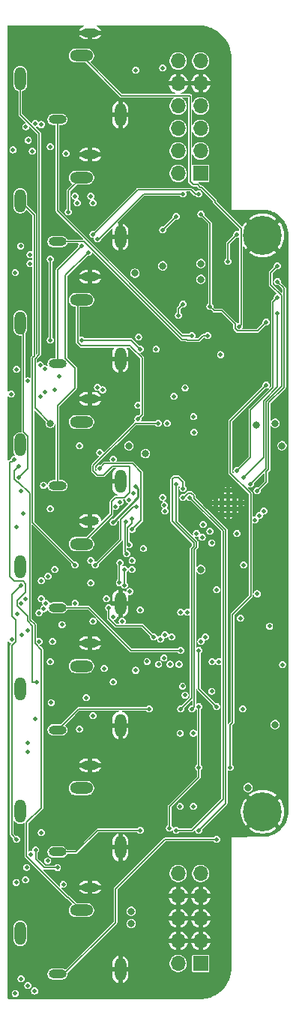
<source format=gbr>
%TF.GenerationSoftware,KiCad,Pcbnew,9.0.1*%
%TF.CreationDate,2025-04-26T11:59:35+02:00*%
%TF.ProjectId,eurorack-pmod-pcb,6575726f-7261-4636-9b2d-706d6f642d70,rev?*%
%TF.SameCoordinates,Original*%
%TF.FileFunction,Copper,L4,Inr*%
%TF.FilePolarity,Positive*%
%FSLAX46Y46*%
G04 Gerber Fmt 4.6, Leading zero omitted, Abs format (unit mm)*
G04 Created by KiCad (PCBNEW 9.0.1) date 2025-04-26 11:59:35*
%MOMM*%
%LPD*%
G01*
G04 APERTURE LIST*
%TA.AperFunction,ComponentPad*%
%ADD10O,1.308000X2.616000*%
%TD*%
%TA.AperFunction,ComponentPad*%
%ADD11O,2.016000X1.008000*%
%TD*%
%TA.AperFunction,ComponentPad*%
%ADD12O,2.616000X1.308000*%
%TD*%
%TA.AperFunction,ComponentPad*%
%ADD13C,0.700000*%
%TD*%
%TA.AperFunction,ComponentPad*%
%ADD14C,4.400000*%
%TD*%
%TA.AperFunction,ComponentPad*%
%ADD15C,0.500000*%
%TD*%
%TA.AperFunction,ComponentPad*%
%ADD16R,1.700000X1.700000*%
%TD*%
%TA.AperFunction,ComponentPad*%
%ADD17O,1.700000X1.700000*%
%TD*%
%TA.AperFunction,ViaPad*%
%ADD18C,0.500000*%
%TD*%
%TA.AperFunction,ViaPad*%
%ADD19C,0.800000*%
%TD*%
%TA.AperFunction,Conductor*%
%ADD20C,0.254000*%
%TD*%
%TA.AperFunction,Conductor*%
%ADD21C,0.152400*%
%TD*%
%TA.AperFunction,Conductor*%
%ADD22C,0.152000*%
%TD*%
%TA.AperFunction,Conductor*%
%ADD23C,0.200000*%
%TD*%
G04 APERTURE END LIST*
D10*
%TO.N,/CAP_SENSE_OUT3*%
%TO.C,J10*%
X-18382000Y-88772626D03*
D11*
%TO.N,GND*%
X-10482000Y-83572626D03*
D12*
%TO.N,/JACK_DETECT_OUT3*%
X-11482000Y-86172626D03*
D11*
%TO.N,Net-(J10-PadT)*%
X-14182000Y-93372626D03*
D10*
%TO.N,GND*%
X-7082000Y-92872626D03*
%TD*%
%TO.N,/CAP_SENSE_IN2*%
%TO.C,J5*%
X-18382000Y-19829771D03*
D11*
%TO.N,GND*%
X-10482000Y-14629771D03*
D12*
%TO.N,/JACK_DETECT_IN2*%
X-11482000Y-17229771D03*
D11*
%TO.N,Net-(J5-PadT)*%
X-14182000Y-24429771D03*
D10*
%TO.N,GND*%
X-7082000Y-23929771D03*
%TD*%
D13*
%TO.N,N/C*%
%TO.C,H2*%
X10166726Y-90000000D03*
X7350000Y-88833274D03*
X7833274Y-87666548D03*
X7833274Y-90000000D03*
X9000000Y-87183274D03*
D14*
%TO.N,GND*%
X9000000Y-88833274D03*
D13*
%TO.N,N/C*%
X9000000Y-90483274D03*
X10166726Y-87666548D03*
X10650000Y-88833274D03*
%TD*%
D15*
%TO.N,GND*%
%TO.C,U1*%
X5111181Y-55350789D03*
X5818288Y-54643682D03*
X6525395Y-53936575D03*
X4404074Y-54643682D03*
X5111181Y-53936575D03*
X5818288Y-53229468D03*
X3696967Y-53936575D03*
X4404074Y-53229468D03*
X5111181Y-52522361D03*
%TD*%
D13*
%TO.N,N/C*%
%TO.C,H1*%
X7350000Y-23750000D03*
X7833274Y-22583274D03*
X7833274Y-24916726D03*
X9000000Y-22100000D03*
D14*
%TO.N,GND*%
X9000000Y-23750000D03*
D13*
%TO.N,N/C*%
X9000000Y-25400000D03*
X10166726Y-22583274D03*
X10166726Y-24916726D03*
X10650000Y-23750000D03*
%TD*%
D16*
%TO.N,Net-(J1-Pin_1)*%
%TO.C,J1*%
X2000000Y-105975000D03*
D17*
X-540000Y-105975000D03*
%TO.N,GND*%
X2000000Y-103435000D03*
X-540000Y-103435000D03*
X2000000Y-100895000D03*
X-540000Y-100895000D03*
X2000000Y-98355000D03*
X-540000Y-98355000D03*
%TO.N,Net-(J1-Pin_10)*%
X2000000Y-95815000D03*
X-540000Y-95815000D03*
%TD*%
D10*
%TO.N,/CAP_SENSE_OUT2*%
%TO.C,J9*%
X-18382000Y-74984055D03*
D11*
%TO.N,GND*%
X-10482000Y-69784055D03*
D12*
%TO.N,/JACK_DETECT_OUT2*%
X-11482000Y-72384055D03*
D11*
%TO.N,Net-(J9-PadT)*%
X-14182000Y-79584055D03*
D10*
%TO.N,GND*%
X-7082000Y-79084055D03*
%TD*%
%TO.N,/CAP_SENSE_OUT4*%
%TO.C,J11*%
X-18382000Y-102561200D03*
D11*
%TO.N,GND*%
X-10482000Y-97361200D03*
D12*
%TO.N,/JACK_DETECT_OUT4*%
X-11482000Y-99961200D03*
D11*
%TO.N,Net-(J11-PadT)*%
X-14182000Y-107161200D03*
D10*
%TO.N,GND*%
X-7082000Y-106661200D03*
%TD*%
%TO.N,/CAP_SENSE_IN4*%
%TO.C,J7*%
X-18382000Y-47406913D03*
D11*
%TO.N,GND*%
X-10482000Y-42206913D03*
D12*
%TO.N,/JACK_DETECT_IN4*%
X-11482000Y-44806913D03*
D11*
%TO.N,Net-(J7-PadT)*%
X-14182000Y-52006913D03*
D10*
%TO.N,GND*%
X-7082000Y-51506913D03*
%TD*%
%TO.N,/CAP_SENSE_IN1*%
%TO.C,J4*%
X-18382000Y-6041200D03*
D11*
%TO.N,GND*%
X-10482000Y-841200D03*
D12*
%TO.N,/JACK_DETECT_IN1*%
X-11482000Y-3441200D03*
D11*
%TO.N,Net-(J4-PadT)*%
X-14182000Y-10641200D03*
D10*
%TO.N,GND*%
X-7082000Y-10141200D03*
%TD*%
%TO.N,/CAP_SENSE_IN3*%
%TO.C,J6*%
X-18382000Y-33618342D03*
D11*
%TO.N,GND*%
X-10482000Y-28418342D03*
D12*
%TO.N,/JACK_DETECT_IN3*%
X-11482000Y-31018342D03*
D11*
%TO.N,Net-(J6-PadT)*%
X-14182000Y-38218342D03*
D10*
%TO.N,GND*%
X-7082000Y-37718342D03*
%TD*%
%TO.N,/CAP_SENSE_OUT1*%
%TO.C,J8*%
X-18382000Y-61195484D03*
D11*
%TO.N,GND*%
X-10482000Y-55995484D03*
D12*
%TO.N,/JACK_DETECT_OUT1*%
X-11482000Y-58595484D03*
D11*
%TO.N,Net-(J8-PadT)*%
X-14182000Y-65795484D03*
D10*
%TO.N,GND*%
X-7082000Y-65295484D03*
%TD*%
D16*
%TO.N,/SDIN1*%
%TO.C,J2*%
X2000000Y-16750000D03*
D17*
%TO.N,/SCL*%
X-540000Y-16750000D03*
%TO.N,/SDOUT1*%
X2000000Y-14210000D03*
%TO.N,/SDA*%
X-540000Y-14210000D03*
%TO.N,/LRCK*%
X2000000Y-11670000D03*
%TO.N,/UNMUTE*%
X-540000Y-11670000D03*
%TO.N,/BICK*%
X2000000Y-9130000D03*
%TO.N,/MCLK*%
X-540000Y-9130000D03*
%TO.N,GND*%
X2000000Y-6590000D03*
X-540000Y-6590000D03*
%TO.N,VDD*%
X2000000Y-4050000D03*
X-540000Y-4050000D03*
%TD*%
D18*
%TO.N,/PDN*%
X1196000Y-44208000D03*
X8376000Y-64228000D03*
X2176000Y-57838000D03*
%TO.N,/UNMUTE*%
X9784857Y-67885939D03*
%TO.N,VDD*%
X-4474000Y-59108000D03*
%TO.N,GND*%
X-4064000Y-33274000D03*
X5842000Y-80518000D03*
X6604000Y-36322000D03*
X2540000Y-33782000D03*
D19*
X7007035Y-44666097D03*
X3246000Y-62968000D03*
D18*
X4826000Y-23622000D03*
X7874000Y-33782000D03*
X10160000Y-82296000D03*
X-3810000Y-2286000D03*
X1016000Y-23622000D03*
D19*
X2246000Y-58968000D03*
D18*
X-2540000Y-21336000D03*
X-7366000Y-25654000D03*
X5334000Y-34036000D03*
X5842000Y-90424000D03*
X9398000Y-83058000D03*
X7620000Y-81026000D03*
X-3302000Y-19558000D03*
D19*
X6746000Y-61968000D03*
D18*
X-2254006Y-52468000D03*
X-1778000Y-76962000D03*
X-4826000Y-82804000D03*
X2794000Y-76962000D03*
X-2032000Y-16002000D03*
X1016000Y-47752000D03*
X6096000Y-44704000D03*
X-4572000Y-26670000D03*
%TO.N,VDD*%
X3810000Y-63754000D03*
X6858000Y-60960000D03*
X3246000Y-75218000D03*
X1246000Y-45968000D03*
X-17482992Y-12997008D03*
X246000Y-40968000D03*
X-5334000Y-52070000D03*
X-7874000Y-56134000D03*
X-16002000Y-91186000D03*
X-14986000Y-71882000D03*
X6496000Y-66968000D03*
X-17526000Y-40162766D03*
D19*
X1996000Y-61468000D03*
D18*
X-17554000Y-68368000D03*
X-5004000Y-35218000D03*
D19*
%TO.N,+12V*%
X10414000Y-78994000D03*
D18*
X4246000Y-37218000D03*
D19*
X10413992Y-44958000D03*
X-5431076Y-28014431D03*
X2032000Y-28702000D03*
X-5842000Y-100076000D03*
X-6092773Y-47494773D03*
%TO.N,-12V*%
X2032000Y-26924000D03*
X11195000Y-47498000D03*
X7366000Y-86106000D03*
X8286800Y-45151229D03*
X-2286000Y-27178000D03*
D18*
X11246000Y-72218000D03*
D19*
X-4250006Y-48396935D03*
X-5854000Y-101468000D03*
D18*
%TO.N,Net-(RN1A-R1.1)*%
X0Y-31496000D03*
X-508000Y-32766000D03*
%TO.N,/SDIN1*%
X-5588000Y-52832000D03*
X6096000Y-57404000D03*
%TO.N,/SCL*%
X-9071068Y-41184466D03*
X-7620000Y-54356000D03*
X3302000Y-71882000D03*
X-5754000Y-61468000D03*
X-5334000Y-5080000D03*
X2286000Y-56388000D03*
%TO.N,/SDOUT1*%
X3246000Y-58468000D03*
X-6096000Y-53594000D03*
%TO.N,/SDA*%
X-7112000Y-53848000D03*
X-5746349Y-60464945D03*
X-2286000Y-4826000D03*
X-7874000Y-49022000D03*
X3048000Y-57150000D03*
X4064000Y-71882000D03*
X-9398000Y-48260000D03*
X-9652000Y-40894000D03*
%TO.N,/LRCK*%
X8128000Y-55880000D03*
X-2286000Y-53340000D03*
%TO.N,/PDN*%
X-6004000Y-63968000D03*
%TO.N,/BICK*%
X8636000Y-55372000D03*
X-2094738Y-54193609D03*
%TO.N,/MCLK*%
X9144000Y-54864000D03*
X-2032000Y-54864000D03*
%TO.N,Net-(RN3A-R1.1)*%
X5080000Y-26670000D03*
X6096000Y-23622000D03*
%TO.N,Net-(RN4B-R2.2)*%
X-762000Y-21590000D03*
X-2286000Y-23114000D03*
%TO.N,/-VCOM*%
X9398000Y-33528000D03*
X2032000Y-21336000D03*
X9398000Y-40640000D03*
X1778000Y-76962000D03*
X3048000Y-31750000D03*
X1778000Y-83820000D03*
X-1524000Y-90678000D03*
X5334000Y-83820000D03*
%TO.N,/dual_mono_inputs1/IN1_3V*%
X6096000Y-50292000D03*
X10668010Y-30734000D03*
%TO.N,/dual_mono_inputs1/IN2_3V*%
X6858000Y-51054000D03*
X10668000Y-32512000D03*
%TO.N,/OUT_MUTE1*%
X6746000Y-77218000D03*
%TO.N,/dual_mono_inputs2/IN1_3V*%
X10668000Y-27178000D03*
X7620000Y-51816000D03*
%TO.N,/dual_mono_inputs2/IN2_3V*%
X10668000Y-28956000D03*
X8382000Y-52578000D03*
%TO.N,/dual_mono_outputs1/OUT1*%
X-762000Y-51816000D03*
X1016000Y-77216000D03*
%TO.N,/dual_mono_outputs1/OUT2*%
X0Y-52324000D03*
X-254000Y-77216000D03*
%TO.N,/dual_mono_outputs2/OUT1*%
X-762000Y-90932000D03*
X762000Y-53340000D03*
%TO.N,/dual_mono_outputs2/OUT2*%
X0Y-53340000D03*
X1778000Y-90932000D03*
%TO.N,Net-(D3-K)*%
X-7184932Y-62955534D03*
X2540000Y-69088000D03*
X-10414000Y-19304000D03*
X-13208000Y-14478000D03*
X-7112000Y-60706000D03*
X-12192000Y-19304000D03*
X-17754006Y-11468000D03*
%TO.N,Net-(D4-A)*%
X-16691985Y-11111802D03*
X-19202400Y-14071600D03*
%TO.N,Net-(D4-K)*%
X-10160000Y-20066000D03*
X-14986000Y-13716000D03*
X-6604000Y-63246000D03*
X2032000Y-69596000D03*
X-11938000Y-20066000D03*
X-6604000Y-61468000D03*
%TO.N,Net-(D5-A)*%
X-16002000Y-11226800D03*
X-17018000Y-14224000D03*
%TO.N,Net-(D5-K)*%
X-16002000Y-64770000D03*
X508000Y-66294000D03*
X-17272000Y-25908000D03*
X-17780000Y-64770000D03*
%TO.N,Net-(D6-A)*%
X-18948400Y-27940000D03*
X-18338800Y-24942800D03*
%TO.N,Net-(D6-K)*%
X-15494000Y-65278000D03*
X-17272000Y-26924000D03*
X-18288000Y-65278000D03*
X-254000Y-66294000D03*
%TO.N,Net-(D7-K)*%
X-7874000Y-66802000D03*
X-18796000Y-38862000D03*
X-18796000Y-56642000D03*
X-1270000Y-69088000D03*
%TO.N,Net-(D8-A)*%
X-16143262Y-38376033D03*
X-19405600Y-41656000D03*
%TO.N,Net-(D8-K)*%
X-12186569Y-65283431D03*
X-15240000Y-62230000D03*
X-6858000Y-67310000D03*
X-16127000Y-41910000D03*
X-10160000Y-67310000D03*
X-2032000Y-68834000D03*
%TO.N,Net-(D9-A)*%
X-15575660Y-41401543D03*
X-15595600Y-38811200D03*
%TO.N,Net-(D9-K)*%
X-2540000Y-69342000D03*
X-8636000Y-64770000D03*
X-18288000Y-52578000D03*
%TO.N,Net-(D10-A)*%
X-13978881Y-39620301D03*
X-14499890Y-41148000D03*
%TO.N,Net-(D10-K)*%
X-3302000Y-69088000D03*
X-18034000Y-55118000D03*
X-8382000Y-65786000D03*
%TO.N,Net-(D11-K)*%
X-5354000Y-72868000D03*
X-18754000Y-66468000D03*
%TO.N,Net-(D12-A)*%
X-16265300Y-66381441D03*
X-19354800Y-69392800D03*
%TO.N,Net-(D12-K)*%
X-18254000Y-68868000D03*
X-4054000Y-71868000D03*
%TO.N,Net-(D13-A)*%
X-16256000Y-69596000D03*
X-15734016Y-65926423D03*
%TO.N,Net-(D13-K)*%
X-17554000Y-81068000D03*
X-2754000Y-72168000D03*
%TO.N,Net-(D14-A)*%
X-14879406Y-76517465D03*
X-13665200Y-67716400D03*
X-16697001Y-78340617D03*
X-14732000Y-69596000D03*
%TO.N,Net-(D14-K)*%
X-17554000Y-82068000D03*
X-2154000Y-71468000D03*
%TO.N,Net-(D15-K)*%
X-17664000Y-95118000D03*
X-1454000Y-72168000D03*
%TO.N,Net-(D16-A)*%
X-17194056Y-93667958D03*
X-18846800Y-96824800D03*
%TO.N,Net-(D16-K)*%
X-17779991Y-96519982D03*
X-454000Y-72168000D03*
%TO.N,Net-(D17-A)*%
X-16644556Y-93134244D03*
X-14182500Y-95148400D03*
%TO.N,Net-(D17-K)*%
X-18288000Y-107695998D03*
X-54000Y-74668000D03*
%TO.N,Net-(D18-A)*%
X-18954000Y-109368000D03*
X-13512800Y-97028000D03*
X-15290800Y-94386400D03*
X-16764000Y-109067600D03*
%TO.N,Net-(D18-K)*%
X-17525983Y-108457983D03*
X246000Y-75668000D03*
D19*
%TO.N,/CAP_SENSE_IN1*%
X-15004000Y-44968000D03*
D18*
%TO.N,/CAP_SENSE_IN2*%
X-12192000Y-60960000D03*
%TO.N,/CAP_SENSE_IN3*%
X-9398004Y-50038004D03*
X-18542000Y-51054000D03*
X-5736925Y-56941024D03*
%TO.N,/JACK_DETECT_IN1*%
X6350000Y-34036000D03*
X-3032400Y-36591600D03*
%TO.N,/JACK_DETECT_IN2*%
X-14986000Y-26416000D03*
X-4826000Y-36576000D03*
X-12954000Y-21082000D03*
X-11430000Y-35560000D03*
X-14986000Y-35560000D03*
%TO.N,/JACK_DETECT_IN3*%
X-5080000Y-44450000D03*
%TO.N,/JACK_DETECT_OUT1*%
X-2794000Y-44958000D03*
%TO.N,/JACK_DETECT_OUT2*%
X-16532000Y-74190000D03*
X-19050000Y-49022000D03*
X-1778000Y-44958000D03*
%TO.N,/JACK_DETECT_OUT3*%
X-16002000Y-62738000D03*
X-8890000Y-72644000D03*
X-15754000Y-51968000D03*
X-10922000Y-75946000D03*
%TO.N,/JACK_DETECT_OUT4*%
X-5080000Y-42926000D03*
X-1016000Y-41910000D03*
X-11684000Y-47498000D03*
X-18542000Y-49784000D03*
%TO.N,/CAP_SENSE_IN4*%
X-14986000Y-54610000D03*
%TO.N,/CAP_SENSE_OUT1*%
X-5757169Y-55788624D03*
X-6096000Y-58674000D03*
X-10414000Y-60452000D03*
%TO.N,/CAP_SENSE_OUT2*%
X-6440699Y-56068000D03*
X-6350000Y-59690000D03*
X-10414000Y-62992000D03*
%TO.N,/CAP_SENSE_OUT3*%
X-10160000Y-77978000D03*
X-11684000Y-79502000D03*
X-4826000Y-66040000D03*
X-7874000Y-74168000D03*
X1524000Y-57404000D03*
%TO.N,/CAP_SENSE_OUT4*%
X-14478000Y-61468000D03*
X-18288000Y-63246000D03*
X-9906000Y-60960000D03*
X-5282791Y-54369452D03*
X-18796000Y-91948000D03*
%TO.N,Net-(Q2-D)*%
X1181800Y-79968000D03*
%TO.N,Net-(Q3-D)*%
X-318200Y-88218000D03*
%TO.N,Net-(Q4-D)*%
X-318200Y-79965610D03*
%TO.N,Net-(Q5-D)*%
X1181800Y-88218000D03*
%TO.N,Net-(J4-PadT)*%
X1016000Y-35052000D03*
%TO.N,Net-(J5-PadT)*%
X2794000Y-35052000D03*
%TO.N,Net-(J6-PadT)*%
X-11430000Y-24892000D03*
X1778000Y-19050000D03*
X-10160000Y-23622000D03*
%TO.N,Net-(J7-PadT)*%
X0Y-19050000D03*
X-9652000Y-24130000D03*
X-10668000Y-25654000D03*
%TO.N,Net-(J8-PadT)*%
X-254000Y-70612000D03*
X3810000Y-76962000D03*
X1778000Y-70612000D03*
%TO.N,Net-(J9-PadT)*%
X-3810000Y-77216000D03*
%TO.N,Net-(J10-PadT)*%
X-4826000Y-90932000D03*
%TO.N,Net-(J11-PadT)*%
X3810000Y-91948000D03*
%TD*%
D20*
%TO.N,VDD*%
X-5061000Y-53321000D02*
X-7874000Y-56134000D01*
X-5061000Y-52343000D02*
X-5061000Y-53321000D01*
X-5334000Y-52070000D02*
X-5061000Y-52343000D01*
D21*
%TO.N,Net-(RN1A-R1.1)*%
X-508000Y-32004000D02*
X0Y-31496000D01*
X-508000Y-32766000D02*
X-508000Y-32004000D01*
%TO.N,Net-(RN3A-R1.1)*%
X5080000Y-26670000D02*
X5080000Y-24638000D01*
X5080000Y-24638000D02*
X6096000Y-23622000D01*
%TO.N,Net-(RN4B-R2.2)*%
X-2286000Y-23114000D02*
X-762000Y-21590000D01*
%TO.N,/-VCOM*%
X9398000Y-40640000D02*
X5334000Y-44704000D01*
X-1524000Y-90678000D02*
X-1524000Y-88238000D01*
X1778000Y-84936000D02*
X1778000Y-76962000D01*
X3524200Y-32226200D02*
X3048000Y-31750000D01*
X5334000Y-50546000D02*
X7651800Y-52863800D01*
X7651800Y-64484200D02*
X7112000Y-65024000D01*
X7112000Y-65024000D02*
X5588000Y-66548000D01*
X9398000Y-33528000D02*
X8413800Y-34512200D01*
X6152751Y-34512200D02*
X5873800Y-34233249D01*
X7651800Y-52863800D02*
X7651800Y-64484200D01*
X5334000Y-78994000D02*
X5334000Y-83820000D01*
X5588000Y-78740000D02*
X5334000Y-78994000D01*
X4399068Y-32226200D02*
X3524200Y-32226200D01*
X5873800Y-33700932D02*
X4399068Y-32226200D01*
X5334000Y-44704000D02*
X5334000Y-50546000D01*
X5873800Y-34233249D02*
X5873800Y-33700932D01*
X-1524000Y-88238000D02*
X1778000Y-84936000D01*
X5588000Y-66548000D02*
X5588000Y-78740000D01*
X3048000Y-22352000D02*
X2032000Y-21336000D01*
X8413800Y-34512200D02*
X6152751Y-34512200D01*
X3048000Y-31750000D02*
X3048000Y-22352000D01*
%TO.N,/dual_mono_inputs1/IN1_3V*%
X7620000Y-43434000D02*
X7620000Y-48768000D01*
X10668010Y-30734000D02*
X10160000Y-31242010D01*
X10160000Y-40894000D02*
X7620000Y-43434000D01*
X10160000Y-31242010D02*
X10160000Y-40894000D01*
X7620000Y-48768000D02*
X6096000Y-50292000D01*
%TO.N,/dual_mono_inputs1/IN2_3V*%
X9118600Y-48793400D02*
X9118600Y-42415136D01*
X6858000Y-51054000D02*
X9118600Y-48793400D01*
X9118600Y-42415136D02*
X10668000Y-40865736D01*
X10668000Y-40865736D02*
X10668000Y-32512000D01*
%TO.N,/dual_mono_inputs2/IN1_3V*%
X11144200Y-30536741D02*
X9906000Y-29298541D01*
X9906000Y-27940000D02*
X10668000Y-27178000D01*
X7620000Y-51816000D02*
X9398000Y-50038000D01*
X11144200Y-40784668D02*
X11144200Y-30536741D01*
X9398000Y-50038000D02*
X9398000Y-42530868D01*
X9398000Y-42530868D02*
X11144200Y-40784668D01*
X9906000Y-29298541D02*
X9906000Y-27940000D01*
%TO.N,/dual_mono_inputs2/IN2_3V*%
X9398000Y-51562000D02*
X8382000Y-52578000D01*
X9677400Y-50153732D02*
X9398000Y-50433132D01*
X9677400Y-42646600D02*
X9677400Y-50153732D01*
X11423600Y-29711600D02*
X11423600Y-40900400D01*
X9398000Y-50433132D02*
X9398000Y-51562000D01*
X11423600Y-40900400D02*
X9677400Y-42646600D01*
X10668000Y-28956000D02*
X11423600Y-29711600D01*
%TO.N,/dual_mono_outputs1/OUT1*%
X1517600Y-58986980D02*
X1517600Y-58361019D01*
X1517600Y-58361019D02*
X-762000Y-56081419D01*
X-762000Y-56081419D02*
X-762000Y-51816000D01*
X1016000Y-77216000D02*
X1263600Y-76968400D01*
X1263600Y-59240981D02*
X1517600Y-58986980D01*
X1263600Y-76968400D02*
X1263600Y-59240981D01*
%TO.N,/dual_mono_outputs1/OUT2*%
X984200Y-59125249D02*
X984200Y-75977800D01*
X-1238200Y-51276200D02*
X-1238200Y-56000351D01*
X0Y-52324000D02*
X0Y-51562000D01*
X1238200Y-58871249D02*
X984200Y-59125249D01*
X-1238200Y-56000351D02*
X1238200Y-58476751D01*
X-1016000Y-51054000D02*
X-1238200Y-51276200D01*
X0Y-51562000D02*
X-508000Y-51054000D01*
X-508000Y-51054000D02*
X-1016000Y-51054000D01*
X1238200Y-58476751D02*
X1238200Y-58871249D01*
X984200Y-75977800D02*
X-254000Y-77216000D01*
%TO.N,/dual_mono_outputs2/OUT1*%
X1016000Y-90932000D02*
X4546600Y-87401400D01*
X4546600Y-57124600D02*
X762000Y-53340000D01*
X4546600Y-87401400D02*
X4546600Y-57124600D01*
X-762000Y-90932000D02*
X1016000Y-90932000D01*
%TO.N,/dual_mono_outputs2/OUT2*%
X560581Y-52832000D02*
X52581Y-53340000D01*
X52581Y-53340000D02*
X0Y-53340000D01*
X1238200Y-53142751D02*
X927449Y-52832000D01*
X1238200Y-53421068D02*
X1238200Y-53142751D01*
X4826000Y-87884000D02*
X4826000Y-57008868D01*
X927449Y-52832000D02*
X560581Y-52832000D01*
X4826000Y-57008868D02*
X1238200Y-53421068D01*
X1778000Y-90932000D02*
X4826000Y-87884000D01*
D22*
%TO.N,Net-(D3-K)*%
X-7184932Y-62955534D02*
X-7184932Y-60778932D01*
X-7184932Y-60778932D02*
X-7112000Y-60706000D01*
%TO.N,Net-(D4-K)*%
X-6604000Y-61468000D02*
X-6604000Y-63246000D01*
%TO.N,Net-(D10-K)*%
X-8382000Y-65786000D02*
X-8382000Y-66967166D01*
X-7531166Y-67818000D02*
X-4572000Y-67818000D01*
X-8382000Y-66967166D02*
X-7531166Y-67818000D01*
X-4572000Y-67818000D02*
X-3302000Y-69088000D01*
D23*
%TO.N,Net-(D17-A)*%
X-15697200Y-95148400D02*
X-16644556Y-94201044D01*
X-14182500Y-95148400D02*
X-15697200Y-95148400D01*
X-16644556Y-94201044D02*
X-16644556Y-93134244D01*
D21*
%TO.N,/CAP_SENSE_IN1*%
X-15004000Y-44968000D02*
X-16732200Y-43239800D01*
X-16732200Y-37696200D02*
X-16254000Y-37218000D01*
X-16254000Y-12223236D02*
X-18382000Y-10095236D01*
X-16254000Y-37218000D02*
X-16254000Y-12223236D01*
X-18382000Y-10095236D02*
X-18382000Y-6041200D01*
X-16732200Y-43239800D02*
X-16732200Y-37696200D01*
%TO.N,/CAP_SENSE_IN2*%
X-17011600Y-37580469D02*
X-17011600Y-56140400D01*
X-16795800Y-37364668D02*
X-17011600Y-37580469D01*
X-16795800Y-21415971D02*
X-16795800Y-37364668D01*
X-18382000Y-19829771D02*
X-16795800Y-21415971D01*
X-17011600Y-56140400D02*
X-12192000Y-60960000D01*
%TO.N,/CAP_SENSE_IN3*%
X-18026936Y-33973406D02*
X-18026936Y-45895713D01*
X-9398004Y-50038004D02*
X-8864600Y-49504600D01*
X-4730800Y-50500068D02*
X-4730800Y-55934899D01*
X-17524800Y-46397849D02*
X-17524800Y-50036800D01*
X-4730800Y-55934899D02*
X-5736925Y-56941024D01*
X-8864600Y-49504600D02*
X-5726268Y-49504600D01*
X-17524800Y-50036800D02*
X-18542000Y-51054000D01*
X-18026936Y-45895713D02*
X-17524800Y-46397849D01*
X-18382000Y-33618342D02*
X-18026936Y-33973406D01*
X-5726268Y-49504600D02*
X-4730800Y-50500068D01*
%TO.N,/JACK_DETECT_IN1*%
X6572200Y-33813800D02*
X6350000Y-34036000D01*
X2090981Y-18294400D02*
X3606800Y-19810220D01*
X1639731Y-18008600D02*
X1925531Y-18294400D01*
X-6955200Y-7968000D02*
X792600Y-7968000D01*
X-11482000Y-3441200D02*
X-6955200Y-7968000D01*
X1925531Y-18294400D02*
X2090981Y-18294400D01*
X6572200Y-22941069D02*
X6572200Y-33813800D01*
X1152201Y-18008600D02*
X1639731Y-18008600D01*
X792600Y-17648999D02*
X1152201Y-18008600D01*
X3606800Y-19975669D02*
X6572200Y-22941069D01*
X792600Y-7968000D02*
X792600Y-17648999D01*
X3606800Y-19810220D02*
X3606800Y-19975669D01*
%TO.N,/JACK_DETECT_IN2*%
X-12954000Y-18701771D02*
X-12954000Y-21082000D01*
X-14986000Y-26416000D02*
X-14986000Y-35560000D01*
X-11430000Y-35560000D02*
X-5842000Y-35560000D01*
X-11482000Y-17229771D02*
X-12954000Y-18701771D01*
X-5842000Y-35560000D02*
X-4826000Y-36576000D01*
%TO.N,/JACK_DETECT_IN3*%
X-11906200Y-31442542D02*
X-11906200Y-35845800D01*
X-4603800Y-37560200D02*
X-4603800Y-43973800D01*
X-11544858Y-36207142D02*
X-5956858Y-36207142D01*
X-4603800Y-43973800D02*
X-5080000Y-44450000D01*
X-5842000Y-36322000D02*
X-4603800Y-37560200D01*
X-11906200Y-35845800D02*
X-11544858Y-36207142D01*
X-5956858Y-36207142D02*
X-5842000Y-36322000D01*
X-11482000Y-31018342D02*
X-11906200Y-31442542D01*
%TO.N,/JACK_DETECT_OUT1*%
X-10160000Y-50292000D02*
X-10160000Y-49740224D01*
X-7620000Y-53340000D02*
X-6604000Y-53340000D01*
X-6604000Y-53340000D02*
X-6064200Y-52800200D01*
X-7962551Y-49784000D02*
X-8978551Y-50800000D01*
X-8096200Y-55209684D02*
X-8096200Y-53816200D01*
X-5377776Y-44958000D02*
X-2794000Y-44958000D01*
X-9652000Y-50800000D02*
X-10160000Y-50292000D01*
X-11482000Y-58595484D02*
X-8096200Y-55209684D01*
X-6064200Y-52800200D02*
X-6064200Y-49784000D01*
X-10160000Y-49740224D02*
X-5377776Y-44958000D01*
X-8096200Y-53816200D02*
X-7620000Y-53340000D01*
X-8978551Y-50800000D02*
X-9652000Y-50800000D01*
X-6064200Y-49784000D02*
X-7962551Y-49784000D01*
%TO.N,/JACK_DETECT_OUT2*%
X-16532000Y-74190000D02*
X-16996000Y-74190000D01*
X-17579699Y-66748301D02*
X-18764200Y-65563800D01*
X-18764200Y-65563800D02*
X-18764200Y-64992200D01*
X-18090751Y-62769800D02*
X-19043151Y-62769800D01*
X-17011600Y-67824400D02*
X-17579699Y-67256301D01*
X-18764200Y-64992200D02*
X-17780000Y-64008000D01*
X-17579699Y-67256301D02*
X-17579699Y-66748301D01*
X-19558000Y-49276000D02*
X-19304000Y-49276000D01*
X-19304000Y-49276000D02*
X-19050000Y-49022000D01*
X-19043151Y-62769800D02*
X-19558000Y-62254951D01*
X-17780000Y-63080551D02*
X-18090751Y-62769800D01*
X-19558000Y-62254951D02*
X-19558000Y-49276000D01*
X-16996000Y-74190000D02*
X-17011600Y-74174400D01*
X-17011600Y-74174400D02*
X-17011600Y-67824400D01*
X-17780000Y-64008000D02*
X-17780000Y-63080551D01*
%TO.N,/JACK_DETECT_OUT4*%
X-17670256Y-90060256D02*
X-16002000Y-88392000D01*
X-19050000Y-50292000D02*
X-18542000Y-49784000D01*
X-13063063Y-98472400D02*
X-17670256Y-93865207D01*
X-16732200Y-69793249D02*
X-16732200Y-67708668D01*
X-17670256Y-93865207D02*
X-17670256Y-90060256D01*
X-17300299Y-52892252D02*
X-18630551Y-51562000D01*
X-17300299Y-67140569D02*
X-17300299Y-52892252D01*
X-16002000Y-70523449D02*
X-16732200Y-69793249D01*
X-12970800Y-98472400D02*
X-13063063Y-98472400D01*
X-11482000Y-99961200D02*
X-12970800Y-98472400D01*
X-16002000Y-88392000D02*
X-16002000Y-70523449D01*
X-16732200Y-67708668D02*
X-17300299Y-67140569D01*
X-18630551Y-51562000D02*
X-18707449Y-51562000D01*
X-19050000Y-51219449D02*
X-19050000Y-50292000D01*
X-18707449Y-51562000D02*
X-19050000Y-51219449D01*
D22*
%TO.N,/CAP_SENSE_OUT1*%
X-6254000Y-58516000D02*
X-6096000Y-58674000D01*
X-5757169Y-55788624D02*
X-5757169Y-56288102D01*
X-5757169Y-56288102D02*
X-6254000Y-56784933D01*
X-6254000Y-56784933D02*
X-6254000Y-58516000D01*
D21*
%TO.N,/CAP_SENSE_OUT2*%
X-6572200Y-56199501D02*
X-6440699Y-56068000D01*
X-6350000Y-59690000D02*
X-6572200Y-59467800D01*
X-6572200Y-59467800D02*
X-6572200Y-56199501D01*
%TO.N,/CAP_SENSE_OUT4*%
X-19317727Y-66716381D02*
X-19317727Y-64275727D01*
X-7030200Y-58084200D02*
X-7030200Y-55829330D01*
X-19354000Y-70065449D02*
X-18878600Y-69590049D01*
X-19317727Y-64275727D02*
X-18288000Y-63246000D01*
X-18878600Y-67155508D02*
X-19317727Y-66716381D01*
X-18878600Y-69590049D02*
X-18878600Y-67155508D01*
X-5570322Y-54369452D02*
X-5282791Y-54369452D01*
X-9906000Y-60960000D02*
X-7030200Y-58084200D01*
X-7030200Y-55829330D02*
X-5570322Y-54369452D01*
X-18796000Y-91948000D02*
X-19354000Y-91390000D01*
X-19354000Y-91390000D02*
X-19354000Y-70065449D01*
%TO.N,Net-(J4-PadT)*%
X1016000Y-35052000D02*
X-82725Y-35052000D01*
X-82725Y-35052000D02*
X-14182000Y-20952725D01*
X-14182000Y-20952725D02*
X-14182000Y-10641200D01*
%TO.N,Net-(J5-PadT)*%
X1778000Y-35560000D02*
X466974Y-35560000D01*
X-11196780Y-24415800D02*
X-14168029Y-24415800D01*
X466974Y-35560000D02*
X390773Y-35483800D01*
X2794000Y-35052000D02*
X2286000Y-35052000D01*
X-128780Y-35483800D02*
X-11196780Y-24415800D01*
X-14168029Y-24415800D02*
X-14182000Y-24429771D01*
X2286000Y-35052000D02*
X1778000Y-35560000D01*
X390773Y-35483800D02*
X-128780Y-35483800D01*
%TO.N,Net-(J6-PadT)*%
X-14182000Y-27644000D02*
X-11430000Y-24892000D01*
X927137Y-18573800D02*
X-5111800Y-18573800D01*
X-5111800Y-18573800D02*
X-10160000Y-23622000D01*
X1778000Y-19050000D02*
X1403337Y-19050000D01*
X1403337Y-19050000D02*
X927137Y-18573800D01*
X-14182000Y-38218342D02*
X-14182000Y-27644000D01*
%TO.N,Net-(J7-PadT)*%
X-13272600Y-37623610D02*
X-12192000Y-38704210D01*
X-9527247Y-24130000D02*
X-9652000Y-24130000D01*
X-12192000Y-38704210D02*
X-12192000Y-40978000D01*
X-10668000Y-25654000D02*
X-13272600Y-28258600D01*
X-13272600Y-28258600D02*
X-13272600Y-37623610D01*
X-12192000Y-40978000D02*
X-14182000Y-42968000D01*
X-4447247Y-19050000D02*
X-9527247Y-24130000D01*
X0Y-19050000D02*
X-4447247Y-19050000D01*
X-14182000Y-42968000D02*
X-14182000Y-52006913D01*
%TO.N,Net-(J8-PadT)*%
X-10658516Y-65795484D02*
X-7112000Y-69342000D01*
X-5842000Y-70612000D02*
X-254000Y-70612000D01*
X-14182000Y-65795484D02*
X-10658516Y-65795484D01*
X-7112000Y-69342000D02*
X-5842000Y-70612000D01*
X1778000Y-70612000D02*
X1778000Y-74930000D01*
X1778000Y-74930000D02*
X3810000Y-76962000D01*
%TO.N,Net-(J9-PadT)*%
X-10668000Y-77216000D02*
X-3810000Y-77216000D01*
X-14182000Y-79584055D02*
X-11813945Y-77216000D01*
X-11813945Y-77216000D02*
X-10668000Y-77216000D01*
%TO.N,Net-(J10-PadT)*%
X-14182000Y-93372626D02*
X-12092626Y-93372626D01*
X-12092626Y-93372626D02*
X-9652000Y-90932000D01*
X-9652000Y-90932000D02*
X-4826000Y-90932000D01*
%TO.N,Net-(J11-PadT)*%
X-14182000Y-107161200D02*
X-13435200Y-107161200D01*
X-8382000Y-102108000D02*
X-7620000Y-101346000D01*
X-13435200Y-107161200D02*
X-8382000Y-102108000D01*
X-7620000Y-97536000D02*
X-2032000Y-91948000D01*
X-2032000Y-91948000D02*
X3810000Y-91948000D01*
X-7620000Y-101346000D02*
X-7620000Y-97536000D01*
%TD*%
%TA.AperFunction,Conductor*%
%TO.N,GND*%
G36*
X9700344Y-41000066D02*
G01*
X9706589Y-41047493D01*
X9690412Y-41075511D01*
X7504614Y-43261310D01*
X7447312Y-43318611D01*
X7447310Y-43318614D01*
X7416300Y-43393481D01*
X7416300Y-48657736D01*
X7397994Y-48701930D01*
X6221324Y-49878599D01*
X6177130Y-49896905D01*
X6160956Y-49894776D01*
X6148731Y-49891500D01*
X6148727Y-49891500D01*
X6043273Y-49891500D01*
X6043272Y-49891500D01*
X6043266Y-49891501D01*
X5941416Y-49918791D01*
X5941413Y-49918792D01*
X5850085Y-49971521D01*
X5850081Y-49971524D01*
X5775524Y-50046081D01*
X5775521Y-50046085D01*
X5722792Y-50137413D01*
X5722791Y-50137416D01*
X5695501Y-50239266D01*
X5695500Y-50239274D01*
X5695500Y-50344725D01*
X5695501Y-50344733D01*
X5722791Y-50446583D01*
X5722792Y-50446586D01*
X5758809Y-50508968D01*
X5765052Y-50556394D01*
X5735932Y-50594345D01*
X5688506Y-50600588D01*
X5660488Y-50584412D01*
X5556006Y-50479930D01*
X5537700Y-50435736D01*
X5537700Y-44814262D01*
X5556005Y-44770069D01*
X9272675Y-41053398D01*
X9316868Y-41035093D01*
X9333045Y-41037223D01*
X9338597Y-41038711D01*
X9345268Y-41040499D01*
X9345270Y-41040499D01*
X9345273Y-41040500D01*
X9345275Y-41040500D01*
X9450726Y-41040500D01*
X9450727Y-41040500D01*
X9552587Y-41013207D01*
X9614969Y-40977190D01*
X9662394Y-40970946D01*
X9700344Y-41000066D01*
G37*
%TD.AperFunction*%
%TA.AperFunction,Conductor*%
G36*
X8160967Y-89549876D02*
G01*
X8283398Y-89672307D01*
X8420537Y-89771944D01*
X8371902Y-89820580D01*
X8327708Y-89838886D01*
X8283514Y-89820580D01*
X8273582Y-89807637D01*
X8215369Y-89706808D01*
X8215368Y-89706807D01*
X8215367Y-89706805D01*
X8126471Y-89617909D01*
X8126467Y-89617906D01*
X8126466Y-89617905D01*
X8025635Y-89559690D01*
X7996516Y-89521740D01*
X8002759Y-89474314D01*
X8012692Y-89461370D01*
X8061328Y-89412733D01*
X8160967Y-89549876D01*
G37*
%TD.AperFunction*%
%TA.AperFunction,Conductor*%
G36*
X9987306Y-89461370D02*
G01*
X10005612Y-89505564D01*
X9987306Y-89549758D01*
X9974363Y-89559690D01*
X9873534Y-89617904D01*
X9873528Y-89617909D01*
X9784635Y-89706802D01*
X9784630Y-89706808D01*
X9726416Y-89807637D01*
X9688466Y-89836757D01*
X9641039Y-89830512D01*
X9628096Y-89820580D01*
X9579460Y-89771944D01*
X9716602Y-89672307D01*
X9839033Y-89549876D01*
X9938670Y-89412734D01*
X9987306Y-89461370D01*
G37*
%TD.AperFunction*%
%TA.AperFunction,Conductor*%
G36*
X8358959Y-87836034D02*
G01*
X8371903Y-87845967D01*
X8420539Y-87894603D01*
X8283398Y-87994241D01*
X8160967Y-88116672D01*
X8061329Y-88253813D01*
X8012693Y-88205177D01*
X7994387Y-88160983D01*
X8012693Y-88116789D01*
X8025634Y-88106857D01*
X8126466Y-88048643D01*
X8215369Y-87959740D01*
X8273582Y-87858910D01*
X8311533Y-87829791D01*
X8358959Y-87836034D01*
G37*
%TD.AperFunction*%
%TA.AperFunction,Conductor*%
G36*
X9716484Y-87845966D02*
G01*
X9726416Y-87858909D01*
X9784628Y-87959735D01*
X9784632Y-87959741D01*
X9784635Y-87959745D01*
X9873531Y-88048641D01*
X9873533Y-88048642D01*
X9873534Y-88048643D01*
X9974363Y-88106856D01*
X10003482Y-88144806D01*
X9997239Y-88192232D01*
X9987306Y-88205176D01*
X9938670Y-88253811D01*
X9839033Y-88116672D01*
X9716602Y-87994241D01*
X9579459Y-87894602D01*
X9628096Y-87845966D01*
X9672290Y-87827660D01*
X9716484Y-87845966D01*
G37*
%TD.AperFunction*%
%TA.AperFunction,Conductor*%
G36*
X-6828000Y-66847000D02*
G01*
X-6846306Y-66891194D01*
X-6890500Y-66909500D01*
X-6910727Y-66909500D01*
X-6910728Y-66909500D01*
X-6910733Y-66909501D01*
X-7012583Y-66936791D01*
X-7012586Y-66936792D01*
X-7046870Y-66956586D01*
X-7103913Y-66989520D01*
X-7103914Y-66989521D01*
X-7103918Y-66989524D01*
X-7178475Y-67064081D01*
X-7178478Y-67064085D01*
X-7178480Y-67064087D01*
X-7231205Y-67155410D01*
X-7231207Y-67155413D01*
X-7231208Y-67155416D01*
X-7236511Y-67175207D01*
X-7258500Y-67257273D01*
X-7258500Y-67362727D01*
X-7231207Y-67464587D01*
X-7198781Y-67520750D01*
X-7192538Y-67568176D01*
X-7221658Y-67606127D01*
X-7252908Y-67614500D01*
X-7420986Y-67614500D01*
X-7465180Y-67596194D01*
X-7774381Y-67286992D01*
X-7792687Y-67242798D01*
X-7774381Y-67198604D01*
X-7746364Y-67182428D01*
X-7719413Y-67175207D01*
X-7628087Y-67122480D01*
X-7628085Y-67122478D01*
X-7628081Y-67122475D01*
X-7553524Y-67047918D01*
X-7553521Y-67047914D01*
X-7549021Y-67040121D01*
X-7526671Y-67001409D01*
X-7500792Y-66956586D01*
X-7500791Y-66956583D01*
X-7472439Y-66850770D01*
X-7471175Y-66851108D01*
X-7449644Y-66813828D01*
X-7403437Y-66801454D01*
X-7387685Y-66805676D01*
X-7346854Y-66822589D01*
X-7346853Y-66822590D01*
X-7336000Y-66824748D01*
X-7336000Y-65957170D01*
X-7327606Y-65965564D01*
X-7236394Y-66018225D01*
X-7134661Y-66045484D01*
X-7029339Y-66045484D01*
X-6927606Y-66018225D01*
X-6836394Y-65965564D01*
X-6828000Y-65957170D01*
X-6828000Y-66847000D01*
G37*
%TD.AperFunction*%
%TA.AperFunction,Conductor*%
G36*
X8160967Y-24466602D02*
G01*
X8283398Y-24589033D01*
X8420537Y-24688670D01*
X8371902Y-24737306D01*
X8327708Y-24755612D01*
X8283514Y-24737306D01*
X8273582Y-24724363D01*
X8215369Y-24623534D01*
X8215368Y-24623533D01*
X8215367Y-24623531D01*
X8126471Y-24534635D01*
X8126467Y-24534632D01*
X8126466Y-24534631D01*
X8025635Y-24476416D01*
X7996516Y-24438466D01*
X8002759Y-24391040D01*
X8012692Y-24378096D01*
X8061328Y-24329459D01*
X8160967Y-24466602D01*
G37*
%TD.AperFunction*%
%TA.AperFunction,Conductor*%
G36*
X9987306Y-24378096D02*
G01*
X10005612Y-24422290D01*
X9987306Y-24466484D01*
X9974363Y-24476416D01*
X9873534Y-24534630D01*
X9873528Y-24534635D01*
X9784635Y-24623528D01*
X9784630Y-24623534D01*
X9726416Y-24724363D01*
X9688466Y-24753483D01*
X9641039Y-24747238D01*
X9628096Y-24737306D01*
X9579460Y-24688670D01*
X9716602Y-24589033D01*
X9839033Y-24466602D01*
X9938670Y-24329460D01*
X9987306Y-24378096D01*
G37*
%TD.AperFunction*%
%TA.AperFunction,Conductor*%
G36*
X8358959Y-22752760D02*
G01*
X8371903Y-22762693D01*
X8420539Y-22811329D01*
X8283398Y-22910967D01*
X8160967Y-23033398D01*
X8061329Y-23170539D01*
X8012693Y-23121903D01*
X7994387Y-23077709D01*
X8012693Y-23033515D01*
X8025634Y-23023583D01*
X8126466Y-22965369D01*
X8215369Y-22876466D01*
X8273582Y-22775636D01*
X8311533Y-22746517D01*
X8358959Y-22752760D01*
G37*
%TD.AperFunction*%
%TA.AperFunction,Conductor*%
G36*
X9716484Y-22762692D02*
G01*
X9726416Y-22775635D01*
X9779793Y-22868087D01*
X9784632Y-22876467D01*
X9784635Y-22876471D01*
X9873531Y-22965367D01*
X9873533Y-22965368D01*
X9873534Y-22965369D01*
X9974363Y-23023582D01*
X10003482Y-23061532D01*
X9997239Y-23108958D01*
X9987306Y-23121902D01*
X9938670Y-23170537D01*
X9839033Y-23033398D01*
X9716602Y-22910967D01*
X9579459Y-22811328D01*
X9628096Y-22762692D01*
X9672290Y-22744386D01*
X9716484Y-22762692D01*
G37*
%TD.AperFunction*%
%TA.AperFunction,Conductor*%
G36*
X-11207135Y-18806D02*
G01*
X-11188829Y-63000D01*
X-11207135Y-107194D01*
X-11227411Y-120742D01*
X-11345045Y-169467D01*
X-11345049Y-169470D01*
X-11469196Y-252422D01*
X-11574777Y-358003D01*
X-11657729Y-482150D01*
X-11657732Y-482154D01*
X-11701244Y-587199D01*
X-11701244Y-587200D01*
X-9262756Y-587200D01*
X-9262755Y-587199D01*
X-9306267Y-482154D01*
X-9306270Y-482150D01*
X-9389222Y-358003D01*
X-9494803Y-252422D01*
X-9618950Y-169470D01*
X-9618954Y-169467D01*
X-9736589Y-120742D01*
X-9770413Y-86918D01*
X-9770413Y-39082D01*
X-9736589Y-5258D01*
X-9712671Y-500D01*
X1688460Y-500D01*
X1691526Y-574D01*
X2025249Y-16969D01*
X2028640Y-17231D01*
X2109331Y-25712D01*
X2111829Y-26028D01*
X2402907Y-69205D01*
X2406666Y-69883D01*
X2480224Y-85518D01*
X2482352Y-86010D01*
X2774327Y-159147D01*
X2778440Y-160329D01*
X2838966Y-179995D01*
X2840684Y-180582D01*
X3135539Y-286083D01*
X3139902Y-287831D01*
X3179034Y-305254D01*
X3180223Y-305800D01*
X3482691Y-448857D01*
X3487183Y-451209D01*
X3489164Y-452353D01*
X3489847Y-452755D01*
X3803824Y-640946D01*
X3808912Y-644346D01*
X4104255Y-863388D01*
X4108987Y-867270D01*
X4314062Y-1053140D01*
X4381448Y-1114215D01*
X4385784Y-1118551D01*
X4632727Y-1391010D01*
X4636611Y-1395744D01*
X4855652Y-1691086D01*
X4859060Y-1696186D01*
X5047181Y-2010047D01*
X5047701Y-2010931D01*
X5048773Y-2012788D01*
X5051144Y-2017313D01*
X5194171Y-2319717D01*
X5194769Y-2321019D01*
X5212166Y-2360095D01*
X5213915Y-2364459D01*
X5319416Y-2659314D01*
X5320011Y-2661057D01*
X5339668Y-2721556D01*
X5340854Y-2725683D01*
X5413980Y-3017615D01*
X5414487Y-3019806D01*
X5430109Y-3093300D01*
X5430799Y-3097124D01*
X5473961Y-3388100D01*
X5474295Y-3390738D01*
X5482764Y-3471321D01*
X5483031Y-3474787D01*
X5499425Y-3808473D01*
X5499500Y-3811540D01*
X5499500Y-20827794D01*
X5499500Y-20828208D01*
X5499647Y-20828354D01*
X5499793Y-20828500D01*
X5499794Y-20828500D01*
X5500207Y-20828500D01*
X5500207Y-20828499D01*
X8998243Y-20824737D01*
X9001750Y-20824834D01*
X9293742Y-20841231D01*
X9297711Y-20841584D01*
X9368872Y-20850224D01*
X9371770Y-20850646D01*
X9625373Y-20893735D01*
X9629829Y-20894661D01*
X9692697Y-20910157D01*
X9694959Y-20910762D01*
X9949757Y-20984168D01*
X9954599Y-20985781D01*
X10001599Y-21003605D01*
X10003332Y-21004292D01*
X10262268Y-21111547D01*
X10267387Y-21113945D01*
X10285949Y-21123688D01*
X10287098Y-21124307D01*
X10553274Y-21271416D01*
X10559182Y-21275129D01*
X10821018Y-21460912D01*
X10826479Y-21465267D01*
X10907046Y-21537266D01*
X11065856Y-21679187D01*
X11070812Y-21684143D01*
X11214036Y-21844411D01*
X11273077Y-21910478D01*
X11284729Y-21923516D01*
X11289089Y-21928984D01*
X11474865Y-22190809D01*
X11478587Y-22196733D01*
X11625691Y-22462900D01*
X11626329Y-22464085D01*
X11636053Y-22482611D01*
X11638456Y-22487740D01*
X11745702Y-22746656D01*
X11746397Y-22748411D01*
X11764214Y-22795390D01*
X11765833Y-22800251D01*
X11839225Y-23054998D01*
X11839852Y-23057343D01*
X11855333Y-23120153D01*
X11856266Y-23124641D01*
X11899349Y-23378210D01*
X11899776Y-23381145D01*
X11908411Y-23452257D01*
X11908769Y-23456287D01*
X11925165Y-23748254D01*
X11925263Y-23751758D01*
X11925263Y-88748240D01*
X11925165Y-88751744D01*
X11908677Y-89045343D01*
X11908319Y-89049373D01*
X11900149Y-89116655D01*
X11899722Y-89119590D01*
X11856025Y-89376774D01*
X11855092Y-89381263D01*
X11840602Y-89440048D01*
X11839975Y-89442392D01*
X11765478Y-89700975D01*
X11763860Y-89705835D01*
X11747713Y-89748412D01*
X11747017Y-89750168D01*
X11638008Y-90013340D01*
X11635606Y-90018468D01*
X11628723Y-90031582D01*
X11628084Y-90032768D01*
X11478589Y-90303260D01*
X11474860Y-90309195D01*
X11289094Y-90571008D01*
X11284723Y-90576488D01*
X11070810Y-90815855D01*
X11065855Y-90820810D01*
X10826488Y-91034723D01*
X10821008Y-91039094D01*
X10559195Y-91224860D01*
X10553260Y-91228589D01*
X10282768Y-91378084D01*
X10281582Y-91378723D01*
X10268468Y-91385606D01*
X10263340Y-91388008D01*
X10000168Y-91497017D01*
X9998412Y-91497713D01*
X9955835Y-91513860D01*
X9950975Y-91515478D01*
X9692392Y-91589975D01*
X9690048Y-91590602D01*
X9631263Y-91605092D01*
X9626774Y-91606025D01*
X9369590Y-91649722D01*
X9366655Y-91650149D01*
X9299373Y-91658319D01*
X9295343Y-91658677D01*
X9001744Y-91675165D01*
X8998583Y-91675262D01*
X8973817Y-91675398D01*
X8973808Y-91675394D01*
X8973800Y-91675398D01*
X5500898Y-91693495D01*
X5500897Y-91693495D01*
X5499982Y-91693500D01*
X5499793Y-91693500D01*
X5499792Y-91693500D01*
X5499790Y-91693501D01*
X5499644Y-91693648D01*
X5499500Y-91693793D01*
X5499500Y-91693794D01*
X5499499Y-91693796D01*
X5499500Y-91694003D01*
X5499500Y-91695504D01*
X5499500Y-106424459D01*
X5499425Y-106427526D01*
X5484046Y-106740549D01*
X5483779Y-106744015D01*
X5476000Y-106818032D01*
X5475666Y-106820670D01*
X5435069Y-107094349D01*
X5434379Y-107098173D01*
X5420071Y-107165486D01*
X5419564Y-107167677D01*
X5350774Y-107442305D01*
X5349588Y-107446432D01*
X5331680Y-107501549D01*
X5331085Y-107503292D01*
X5231824Y-107780704D01*
X5230075Y-107785068D01*
X5214561Y-107819915D01*
X5213963Y-107821217D01*
X5079327Y-108105879D01*
X5076436Y-108111288D01*
X4899508Y-108406476D01*
X4896100Y-108411576D01*
X4691089Y-108688001D01*
X4687198Y-108692742D01*
X4456079Y-108947742D01*
X4451742Y-108952079D01*
X4196742Y-109183198D01*
X4192001Y-109187089D01*
X3915576Y-109392100D01*
X3910476Y-109395508D01*
X3615288Y-109572436D01*
X3609879Y-109575327D01*
X3325217Y-109709963D01*
X3323915Y-109710561D01*
X3289068Y-109726075D01*
X3284704Y-109727824D01*
X3007292Y-109827085D01*
X3005549Y-109827680D01*
X2950432Y-109845588D01*
X2946305Y-109846774D01*
X2671677Y-109915564D01*
X2669486Y-109916071D01*
X2602173Y-109930379D01*
X2598349Y-109931069D01*
X2324671Y-109971666D01*
X2322033Y-109972000D01*
X2248015Y-109979779D01*
X2244551Y-109980046D01*
X2207500Y-109981867D01*
X2206326Y-109981925D01*
X2203259Y-109982000D01*
X-19737000Y-109982000D01*
X-19781194Y-109963694D01*
X-19799500Y-109919500D01*
X-19799500Y-109315273D01*
X-19354500Y-109315273D01*
X-19354500Y-109420727D01*
X-19327207Y-109522587D01*
X-19274480Y-109613913D01*
X-19199913Y-109688480D01*
X-19108587Y-109741207D01*
X-19006727Y-109768500D01*
X-19006726Y-109768500D01*
X-18901274Y-109768500D01*
X-18901273Y-109768500D01*
X-18861745Y-109757908D01*
X-18799416Y-109741208D01*
X-18799413Y-109741207D01*
X-18773204Y-109726075D01*
X-18708087Y-109688480D01*
X-18708085Y-109688478D01*
X-18708081Y-109688475D01*
X-18633524Y-109613918D01*
X-18633521Y-109613914D01*
X-18580792Y-109522586D01*
X-18580791Y-109522583D01*
X-18553501Y-109420733D01*
X-18553500Y-109420725D01*
X-18553500Y-109315274D01*
X-18553501Y-109315266D01*
X-18580791Y-109213416D01*
X-18580792Y-109213413D01*
X-18633521Y-109122085D01*
X-18633524Y-109122081D01*
X-18700635Y-109054971D01*
X-18708081Y-109047524D01*
X-18708085Y-109047521D01*
X-18764632Y-109014873D01*
X-17164500Y-109014873D01*
X-17164500Y-109120327D01*
X-17137207Y-109222187D01*
X-17084480Y-109313513D01*
X-17009913Y-109388080D01*
X-16918587Y-109440807D01*
X-16816727Y-109468100D01*
X-16816726Y-109468100D01*
X-16711274Y-109468100D01*
X-16711273Y-109468100D01*
X-16671745Y-109457508D01*
X-16609416Y-109440808D01*
X-16609413Y-109440807D01*
X-16574644Y-109420733D01*
X-16518087Y-109388080D01*
X-16518085Y-109388078D01*
X-16518081Y-109388075D01*
X-16443524Y-109313518D01*
X-16443521Y-109313514D01*
X-16390792Y-109222186D01*
X-16390791Y-109222183D01*
X-16363501Y-109120333D01*
X-16363500Y-109120325D01*
X-16363500Y-109014874D01*
X-16363501Y-109014866D01*
X-16390791Y-108913016D01*
X-16390792Y-108913013D01*
X-16443521Y-108821685D01*
X-16443524Y-108821681D01*
X-16518081Y-108747124D01*
X-16518085Y-108747121D01*
X-16609413Y-108694392D01*
X-16609416Y-108694391D01*
X-16711266Y-108667101D01*
X-16711272Y-108667100D01*
X-16711273Y-108667100D01*
X-16816727Y-108667100D01*
X-16816728Y-108667100D01*
X-16816733Y-108667101D01*
X-16918583Y-108694391D01*
X-16918586Y-108694392D01*
X-16964250Y-108720756D01*
X-17009913Y-108747120D01*
X-17009914Y-108747121D01*
X-17009918Y-108747124D01*
X-17084475Y-108821681D01*
X-17084478Y-108821685D01*
X-17084480Y-108821687D01*
X-17137207Y-108913013D01*
X-17164500Y-109014873D01*
X-18764632Y-109014873D01*
X-18799413Y-108994792D01*
X-18799416Y-108994791D01*
X-18901266Y-108967501D01*
X-18901272Y-108967500D01*
X-18901273Y-108967500D01*
X-19006727Y-108967500D01*
X-19006728Y-108967500D01*
X-19006733Y-108967501D01*
X-19108583Y-108994791D01*
X-19108586Y-108994792D01*
X-19154250Y-109021156D01*
X-19199913Y-109047520D01*
X-19199914Y-109047521D01*
X-19199918Y-109047524D01*
X-19274475Y-109122081D01*
X-19274478Y-109122085D01*
X-19274480Y-109122087D01*
X-19327207Y-109213413D01*
X-19354500Y-109315273D01*
X-19799500Y-109315273D01*
X-19799500Y-108405256D01*
X-17926483Y-108405256D01*
X-17926483Y-108510710D01*
X-17899190Y-108612570D01*
X-17846463Y-108703896D01*
X-17771896Y-108778463D01*
X-17680570Y-108831190D01*
X-17578710Y-108858483D01*
X-17578709Y-108858483D01*
X-17473257Y-108858483D01*
X-17473256Y-108858483D01*
X-17433728Y-108847891D01*
X-17371399Y-108831191D01*
X-17371396Y-108831190D01*
X-17363607Y-108826693D01*
X-17280070Y-108778463D01*
X-17280068Y-108778461D01*
X-17280064Y-108778458D01*
X-17205507Y-108703901D01*
X-17205504Y-108703897D01*
X-17200016Y-108694393D01*
X-17152776Y-108612570D01*
X-17152775Y-108612569D01*
X-17152774Y-108612566D01*
X-17125484Y-108510716D01*
X-17125483Y-108510708D01*
X-17125483Y-108405257D01*
X-17125484Y-108405249D01*
X-17152774Y-108303399D01*
X-17152775Y-108303396D01*
X-17205504Y-108212068D01*
X-17205507Y-108212064D01*
X-17280064Y-108137507D01*
X-17280068Y-108137504D01*
X-17371396Y-108084775D01*
X-17371399Y-108084774D01*
X-17473249Y-108057484D01*
X-17473255Y-108057483D01*
X-17473256Y-108057483D01*
X-17578710Y-108057483D01*
X-17578711Y-108057483D01*
X-17578716Y-108057484D01*
X-17680566Y-108084774D01*
X-17680569Y-108084775D01*
X-17717122Y-108105879D01*
X-17771896Y-108137503D01*
X-17771897Y-108137504D01*
X-17771901Y-108137507D01*
X-17846458Y-108212064D01*
X-17846461Y-108212068D01*
X-17846463Y-108212070D01*
X-17899190Y-108303396D01*
X-17926483Y-108405256D01*
X-19799500Y-108405256D01*
X-19799500Y-107643271D01*
X-18688500Y-107643271D01*
X-18688500Y-107748725D01*
X-18661207Y-107850585D01*
X-18608480Y-107941911D01*
X-18533913Y-108016478D01*
X-18442587Y-108069205D01*
X-18340727Y-108096498D01*
X-18340726Y-108096498D01*
X-18235274Y-108096498D01*
X-18235273Y-108096498D01*
X-18191518Y-108084774D01*
X-18133416Y-108069206D01*
X-18133413Y-108069205D01*
X-18113110Y-108057483D01*
X-18042087Y-108016478D01*
X-18042085Y-108016476D01*
X-18042081Y-108016473D01*
X-17967524Y-107941916D01*
X-17967521Y-107941912D01*
X-17914792Y-107850584D01*
X-17914791Y-107850581D01*
X-17887501Y-107748731D01*
X-17887500Y-107748723D01*
X-17887500Y-107643272D01*
X-17887501Y-107643264D01*
X-17914791Y-107541414D01*
X-17914792Y-107541411D01*
X-17967521Y-107450083D01*
X-17967524Y-107450079D01*
X-18042081Y-107375522D01*
X-18042085Y-107375519D01*
X-18133413Y-107322790D01*
X-18133416Y-107322789D01*
X-18235266Y-107295499D01*
X-18235272Y-107295498D01*
X-18235273Y-107295498D01*
X-18340727Y-107295498D01*
X-18340728Y-107295498D01*
X-18340733Y-107295499D01*
X-18442583Y-107322789D01*
X-18442586Y-107322790D01*
X-18481752Y-107345403D01*
X-18533913Y-107375518D01*
X-18533914Y-107375519D01*
X-18533918Y-107375522D01*
X-18608475Y-107450079D01*
X-18608478Y-107450083D01*
X-18608480Y-107450085D01*
X-18661207Y-107541411D01*
X-18688500Y-107643271D01*
X-19799500Y-107643271D01*
X-19799500Y-107099003D01*
X-15317500Y-107099003D01*
X-15317500Y-107223397D01*
X-15293232Y-107345402D01*
X-15245628Y-107460328D01*
X-15176518Y-107563758D01*
X-15088558Y-107651718D01*
X-14985128Y-107720828D01*
X-14870202Y-107768432D01*
X-14748197Y-107792700D01*
X-13615803Y-107792700D01*
X-13493798Y-107768432D01*
X-13378872Y-107720828D01*
X-13275442Y-107651718D01*
X-13187482Y-107563758D01*
X-13172550Y-107541411D01*
X-13118373Y-107460330D01*
X-13118372Y-107460328D01*
X-13070768Y-107345403D01*
X-13070767Y-107345400D01*
X-13046500Y-107223397D01*
X-13046500Y-107099004D01*
X-13046801Y-107095949D01*
X-13045589Y-107095829D01*
X-13037019Y-107052788D01*
X-13029253Y-107043328D01*
X-11903695Y-105917770D01*
X-7990000Y-105917770D01*
X-7990000Y-106407200D01*
X-7482000Y-106407200D01*
X-7482000Y-106915200D01*
X-7990000Y-106915200D01*
X-7990000Y-107404630D01*
X-7955106Y-107580052D01*
X-7955106Y-107580053D01*
X-7886659Y-107745296D01*
X-7886657Y-107745300D01*
X-7787289Y-107894015D01*
X-7660815Y-108020489D01*
X-7512100Y-108119857D01*
X-7512096Y-108119860D01*
X-7346858Y-108188304D01*
X-7346853Y-108188306D01*
X-7336000Y-108190464D01*
X-7336000Y-107322886D01*
X-7327606Y-107331280D01*
X-7236394Y-107383941D01*
X-7134661Y-107411200D01*
X-7029339Y-107411200D01*
X-6927606Y-107383941D01*
X-6836394Y-107331280D01*
X-6828000Y-107322886D01*
X-6828000Y-108190463D01*
X-6827999Y-108190464D01*
X-6817146Y-108188306D01*
X-6817141Y-108188304D01*
X-6651903Y-108119860D01*
X-6651899Y-108119857D01*
X-6503184Y-108020489D01*
X-6376710Y-107894015D01*
X-6277342Y-107745300D01*
X-6277340Y-107745296D01*
X-6208893Y-107580053D01*
X-6208893Y-107580052D01*
X-6174000Y-107404630D01*
X-6174000Y-106915200D01*
X-6682000Y-106915200D01*
X-6682000Y-106407200D01*
X-6174000Y-106407200D01*
X-6174000Y-105917770D01*
X-6179952Y-105887849D01*
X-6179951Y-105887848D01*
X-6181766Y-105878725D01*
X-1517500Y-105878725D01*
X-1517500Y-106071275D01*
X-1479936Y-106260126D01*
X-1406250Y-106438020D01*
X-1299274Y-106598120D01*
X-1163120Y-106734274D01*
X-1003020Y-106841250D01*
X-867611Y-106897337D01*
X-825134Y-106914933D01*
X-825132Y-106914933D01*
X-825126Y-106914936D01*
X-636275Y-106952500D01*
X-443725Y-106952500D01*
X-254874Y-106914936D01*
X-254869Y-106914934D01*
X-254865Y-106914933D01*
X-127249Y-106862072D01*
X-76980Y-106841250D01*
X83120Y-106734274D01*
X219274Y-106598120D01*
X326250Y-106438020D01*
X399936Y-106260126D01*
X437500Y-106071275D01*
X437500Y-105878725D01*
X399936Y-105689874D01*
X399934Y-105689869D01*
X399933Y-105689865D01*
X353223Y-105577099D01*
X326250Y-105511980D01*
X219274Y-105351880D01*
X83120Y-105215726D01*
X-1411Y-105159243D01*
X-71453Y-105112442D01*
X1022500Y-105112442D01*
X1022500Y-106837558D01*
X1029898Y-106874748D01*
X1029898Y-106874749D01*
X1058077Y-106916922D01*
X1086257Y-106935750D01*
X1100252Y-106945102D01*
X1137442Y-106952500D01*
X1137443Y-106952500D01*
X2862557Y-106952500D01*
X2862558Y-106952500D01*
X2899748Y-106945102D01*
X2941922Y-106916922D01*
X2970102Y-106874748D01*
X2977500Y-106837558D01*
X2977500Y-105112442D01*
X2970102Y-105075252D01*
X2970101Y-105075250D01*
X2941922Y-105033077D01*
X2899748Y-105004898D01*
X2862558Y-104997500D01*
X1137442Y-104997500D01*
X1118847Y-105001199D01*
X1100251Y-105004898D01*
X1100250Y-105004898D01*
X1058077Y-105033077D01*
X1029898Y-105075250D01*
X1029898Y-105075251D01*
X1029898Y-105075252D01*
X1022500Y-105112442D01*
X-71453Y-105112442D01*
X-76977Y-105108751D01*
X-76979Y-105108750D01*
X-254865Y-105035066D01*
X-254873Y-105035064D01*
X-443725Y-104997500D01*
X-636275Y-104997500D01*
X-825126Y-105035064D01*
X-825134Y-105035066D01*
X-1003020Y-105108750D01*
X-1003022Y-105108751D01*
X-1143386Y-105202540D01*
X-1163120Y-105215726D01*
X-1299274Y-105351880D01*
X-1406250Y-105511980D01*
X-1433223Y-105577099D01*
X-1479933Y-105689865D01*
X-1479934Y-105689869D01*
X-1479936Y-105689874D01*
X-1517500Y-105878725D01*
X-6181766Y-105878725D01*
X-6208893Y-105742347D01*
X-6208893Y-105742346D01*
X-6277340Y-105577103D01*
X-6277342Y-105577099D01*
X-6376710Y-105428384D01*
X-6503184Y-105301910D01*
X-6651899Y-105202542D01*
X-6651903Y-105202540D01*
X-6817147Y-105134093D01*
X-6827999Y-105131934D01*
X-6828000Y-105131935D01*
X-6828000Y-105999514D01*
X-6836394Y-105991120D01*
X-6927606Y-105938459D01*
X-7029339Y-105911200D01*
X-7134661Y-105911200D01*
X-7236394Y-105938459D01*
X-7327606Y-105991120D01*
X-7336000Y-105999514D01*
X-7336000Y-105131934D01*
X-7346852Y-105134093D01*
X-7346853Y-105134093D01*
X-7512096Y-105202540D01*
X-7512100Y-105202542D01*
X-7660815Y-105301910D01*
X-7787289Y-105428384D01*
X-7886657Y-105577099D01*
X-7886659Y-105577103D01*
X-7955106Y-105742346D01*
X-7955106Y-105742347D01*
X-7989999Y-105917769D01*
X-7990000Y-105917770D01*
X-11903695Y-105917770D01*
X-9166925Y-103181000D01*
X-1617532Y-103181000D01*
X-970703Y-103181000D01*
X-1005925Y-103242007D01*
X-1040000Y-103369174D01*
X-1040000Y-103500826D01*
X-1005925Y-103627993D01*
X-970703Y-103689000D01*
X-1617532Y-103689000D01*
X-1616816Y-103693517D01*
X-1616814Y-103693524D01*
X-1563117Y-103858787D01*
X-1563113Y-103858795D01*
X-1484224Y-104013624D01*
X-1382084Y-104154207D01*
X-1382077Y-104154215D01*
X-1259215Y-104277077D01*
X-1259207Y-104277084D01*
X-1118624Y-104379224D01*
X-963795Y-104458113D01*
X-963787Y-104458117D01*
X-798524Y-104511814D01*
X-798517Y-104511816D01*
X-794000Y-104512531D01*
X-794000Y-103865702D01*
X-732993Y-103900925D01*
X-605826Y-103935000D01*
X-474174Y-103935000D01*
X-347007Y-103900925D01*
X-286000Y-103865702D01*
X-286000Y-104512532D01*
X-281482Y-104511816D01*
X-281475Y-104511814D01*
X-116212Y-104458117D01*
X-116204Y-104458113D01*
X38624Y-104379224D01*
X179207Y-104277084D01*
X179215Y-104277077D01*
X302077Y-104154215D01*
X302084Y-104154207D01*
X404224Y-104013624D01*
X483113Y-103858795D01*
X483117Y-103858787D01*
X536814Y-103693524D01*
X536816Y-103693517D01*
X537532Y-103689000D01*
X-109297Y-103689000D01*
X-74075Y-103627993D01*
X-40000Y-103500826D01*
X-40000Y-103369174D01*
X-74075Y-103242007D01*
X-109297Y-103181000D01*
X537532Y-103181000D01*
X922467Y-103181000D01*
X1569297Y-103181000D01*
X1534075Y-103242007D01*
X1500000Y-103369174D01*
X1500000Y-103500826D01*
X1534075Y-103627993D01*
X1569297Y-103689000D01*
X922468Y-103689000D01*
X923183Y-103693517D01*
X923185Y-103693524D01*
X976882Y-103858787D01*
X976886Y-103858795D01*
X1055775Y-104013624D01*
X1157915Y-104154207D01*
X1157922Y-104154215D01*
X1280784Y-104277077D01*
X1280792Y-104277084D01*
X1421375Y-104379224D01*
X1576204Y-104458113D01*
X1576212Y-104458117D01*
X1741475Y-104511814D01*
X1741482Y-104511816D01*
X1746000Y-104512532D01*
X1746000Y-103865702D01*
X1807007Y-103900925D01*
X1934174Y-103935000D01*
X2065826Y-103935000D01*
X2192993Y-103900925D01*
X2254000Y-103865702D01*
X2254000Y-104512531D01*
X2258517Y-104511816D01*
X2258524Y-104511814D01*
X2423787Y-104458117D01*
X2423795Y-104458113D01*
X2578624Y-104379224D01*
X2719207Y-104277084D01*
X2719215Y-104277077D01*
X2842077Y-104154215D01*
X2842084Y-104154207D01*
X2944224Y-104013624D01*
X3023113Y-103858795D01*
X3023117Y-103858787D01*
X3076814Y-103693524D01*
X3076816Y-103693517D01*
X3077532Y-103689000D01*
X2430703Y-103689000D01*
X2465925Y-103627993D01*
X2500000Y-103500826D01*
X2500000Y-103369174D01*
X2465925Y-103242007D01*
X2430703Y-103181000D01*
X3077532Y-103181000D01*
X3076816Y-103176482D01*
X3076814Y-103176475D01*
X3023117Y-103011212D01*
X3023113Y-103011204D01*
X2944224Y-102856375D01*
X2842084Y-102715792D01*
X2842077Y-102715784D01*
X2719215Y-102592922D01*
X2719207Y-102592915D01*
X2578624Y-102490775D01*
X2423795Y-102411886D01*
X2423787Y-102411882D01*
X2258522Y-102358184D01*
X2258517Y-102358183D01*
X2254000Y-102357466D01*
X2254000Y-103004297D01*
X2192993Y-102969075D01*
X2065826Y-102935000D01*
X1934174Y-102935000D01*
X1807007Y-102969075D01*
X1746000Y-103004297D01*
X1746000Y-102357467D01*
X1745999Y-102357466D01*
X1741482Y-102358183D01*
X1741477Y-102358184D01*
X1576212Y-102411882D01*
X1576204Y-102411886D01*
X1421375Y-102490775D01*
X1280792Y-102592915D01*
X1280784Y-102592922D01*
X1157922Y-102715784D01*
X1157915Y-102715792D01*
X1055775Y-102856375D01*
X976886Y-103011204D01*
X976882Y-103011212D01*
X923185Y-103176475D01*
X923183Y-103176482D01*
X922467Y-103181000D01*
X537532Y-103181000D01*
X536816Y-103176482D01*
X536814Y-103176475D01*
X483117Y-103011212D01*
X483113Y-103011204D01*
X404224Y-102856375D01*
X302084Y-102715792D01*
X302077Y-102715784D01*
X179215Y-102592922D01*
X179207Y-102592915D01*
X38624Y-102490775D01*
X-116204Y-102411886D01*
X-116212Y-102411882D01*
X-281477Y-102358184D01*
X-281482Y-102358183D01*
X-285999Y-102357466D01*
X-286000Y-102357467D01*
X-286000Y-103004297D01*
X-347007Y-102969075D01*
X-474174Y-102935000D01*
X-605826Y-102935000D01*
X-732993Y-102969075D01*
X-794000Y-103004297D01*
X-794000Y-102357466D01*
X-798517Y-102358183D01*
X-798522Y-102358184D01*
X-963787Y-102411882D01*
X-963795Y-102411886D01*
X-1118624Y-102490775D01*
X-1259207Y-102592915D01*
X-1259215Y-102592922D01*
X-1382077Y-102715784D01*
X-1382084Y-102715792D01*
X-1484224Y-102856375D01*
X-1563113Y-103011204D01*
X-1563117Y-103011212D01*
X-1616814Y-103176475D01*
X-1616816Y-103176482D01*
X-1617532Y-103181000D01*
X-9166925Y-103181000D01*
X-7513405Y-101527480D01*
X-7513403Y-101527479D01*
X-7447312Y-101461388D01*
X-7447310Y-101461385D01*
X-7426086Y-101410145D01*
X-7426084Y-101410140D01*
X-7425484Y-101408691D01*
X-7421284Y-101398553D01*
X-6381500Y-101398553D01*
X-6381500Y-101537447D01*
X-6345552Y-101671607D01*
X-6276105Y-101791893D01*
X-6177893Y-101890105D01*
X-6057607Y-101959552D01*
X-5923447Y-101995500D01*
X-5923446Y-101995500D01*
X-5784554Y-101995500D01*
X-5784553Y-101995500D01*
X-5696155Y-101971814D01*
X-5650396Y-101959553D01*
X-5650393Y-101959552D01*
X-5530107Y-101890105D01*
X-5530105Y-101890103D01*
X-5530101Y-101890100D01*
X-5431899Y-101791898D01*
X-5431896Y-101791894D01*
X-5362447Y-101671606D01*
X-5362446Y-101671603D01*
X-5326501Y-101537453D01*
X-5326500Y-101537445D01*
X-5326500Y-101398554D01*
X-5326501Y-101398546D01*
X-5362446Y-101264396D01*
X-5362447Y-101264393D01*
X-5421814Y-101161568D01*
X-5421814Y-101161567D01*
X-5431894Y-101144107D01*
X-5431899Y-101144101D01*
X-5530101Y-101045899D01*
X-5530105Y-101045896D01*
X-5650393Y-100976447D01*
X-5650396Y-100976446D01*
X-5784546Y-100940501D01*
X-5784552Y-100940500D01*
X-5784553Y-100940500D01*
X-5923447Y-100940500D01*
X-5923448Y-100940500D01*
X-5923453Y-100940501D01*
X-6057603Y-100976446D01*
X-6057606Y-100976447D01*
X-6117750Y-101011171D01*
X-6177893Y-101045895D01*
X-6177894Y-101045896D01*
X-6177898Y-101045899D01*
X-6276100Y-101144101D01*
X-6276103Y-101144105D01*
X-6276105Y-101144107D01*
X-6316829Y-101214644D01*
X-6345552Y-101264393D01*
X-6345553Y-101264396D01*
X-6360127Y-101318787D01*
X-6381500Y-101398553D01*
X-7421284Y-101398553D01*
X-7416299Y-101386518D01*
X-7416299Y-101305481D01*
X-7416299Y-101300450D01*
X-7416300Y-101300436D01*
X-7416300Y-100641000D01*
X-1617532Y-100641000D01*
X-970703Y-100641000D01*
X-1005925Y-100702007D01*
X-1040000Y-100829174D01*
X-1040000Y-100960826D01*
X-1005925Y-101087993D01*
X-970703Y-101149000D01*
X-1617532Y-101149000D01*
X-1616816Y-101153517D01*
X-1616814Y-101153524D01*
X-1563117Y-101318787D01*
X-1563113Y-101318795D01*
X-1484224Y-101473624D01*
X-1382084Y-101614207D01*
X-1382077Y-101614215D01*
X-1259215Y-101737077D01*
X-1259207Y-101737084D01*
X-1118624Y-101839224D01*
X-963795Y-101918113D01*
X-963787Y-101918117D01*
X-798524Y-101971814D01*
X-798517Y-101971816D01*
X-794000Y-101972531D01*
X-794000Y-101325702D01*
X-732993Y-101360925D01*
X-605826Y-101395000D01*
X-474174Y-101395000D01*
X-347007Y-101360925D01*
X-286000Y-101325702D01*
X-286000Y-101972532D01*
X-281482Y-101971816D01*
X-281475Y-101971814D01*
X-116212Y-101918117D01*
X-116204Y-101918113D01*
X38624Y-101839224D01*
X179207Y-101737084D01*
X179215Y-101737077D01*
X302077Y-101614215D01*
X302084Y-101614207D01*
X404224Y-101473624D01*
X483113Y-101318795D01*
X483117Y-101318787D01*
X536814Y-101153524D01*
X536816Y-101153517D01*
X537532Y-101149000D01*
X-109297Y-101149000D01*
X-74075Y-101087993D01*
X-40000Y-100960826D01*
X-40000Y-100829174D01*
X-74075Y-100702007D01*
X-109297Y-100641000D01*
X537532Y-100641000D01*
X922467Y-100641000D01*
X1569297Y-100641000D01*
X1534075Y-100702007D01*
X1500000Y-100829174D01*
X1500000Y-100960826D01*
X1534075Y-101087993D01*
X1569297Y-101149000D01*
X922468Y-101149000D01*
X923183Y-101153517D01*
X923185Y-101153524D01*
X976882Y-101318787D01*
X976886Y-101318795D01*
X1055775Y-101473624D01*
X1157915Y-101614207D01*
X1157922Y-101614215D01*
X1280784Y-101737077D01*
X1280792Y-101737084D01*
X1421375Y-101839224D01*
X1576204Y-101918113D01*
X1576212Y-101918117D01*
X1741475Y-101971814D01*
X1741482Y-101971816D01*
X1746000Y-101972532D01*
X1746000Y-101325702D01*
X1807007Y-101360925D01*
X1934174Y-101395000D01*
X2065826Y-101395000D01*
X2192993Y-101360925D01*
X2254000Y-101325702D01*
X2254000Y-101972531D01*
X2258517Y-101971816D01*
X2258524Y-101971814D01*
X2423787Y-101918117D01*
X2423795Y-101918113D01*
X2578624Y-101839224D01*
X2719207Y-101737084D01*
X2719215Y-101737077D01*
X2842077Y-101614215D01*
X2842084Y-101614207D01*
X2944224Y-101473624D01*
X3023113Y-101318795D01*
X3023117Y-101318787D01*
X3076814Y-101153524D01*
X3076816Y-101153517D01*
X3077532Y-101149000D01*
X2430703Y-101149000D01*
X2465925Y-101087993D01*
X2500000Y-100960826D01*
X2500000Y-100829174D01*
X2465925Y-100702007D01*
X2430703Y-100641000D01*
X3077532Y-100641000D01*
X3076816Y-100636482D01*
X3076814Y-100636475D01*
X3023117Y-100471212D01*
X3023113Y-100471204D01*
X2944224Y-100316375D01*
X2842084Y-100175792D01*
X2842077Y-100175784D01*
X2719215Y-100052922D01*
X2719207Y-100052915D01*
X2578624Y-99950775D01*
X2423795Y-99871886D01*
X2423787Y-99871882D01*
X2258522Y-99818184D01*
X2258517Y-99818183D01*
X2254000Y-99817466D01*
X2254000Y-100464297D01*
X2192993Y-100429075D01*
X2065826Y-100395000D01*
X1934174Y-100395000D01*
X1807007Y-100429075D01*
X1746000Y-100464297D01*
X1746000Y-99817467D01*
X1745999Y-99817466D01*
X1741482Y-99818183D01*
X1741477Y-99818184D01*
X1576212Y-99871882D01*
X1576204Y-99871886D01*
X1421375Y-99950775D01*
X1280792Y-100052915D01*
X1280784Y-100052922D01*
X1157922Y-100175784D01*
X1157915Y-100175792D01*
X1055775Y-100316375D01*
X976886Y-100471204D01*
X976882Y-100471212D01*
X923185Y-100636475D01*
X923183Y-100636482D01*
X922467Y-100641000D01*
X537532Y-100641000D01*
X536816Y-100636482D01*
X536814Y-100636475D01*
X483117Y-100471212D01*
X483113Y-100471204D01*
X404224Y-100316375D01*
X302084Y-100175792D01*
X302077Y-100175784D01*
X179215Y-100052922D01*
X179207Y-100052915D01*
X38624Y-99950775D01*
X-116204Y-99871886D01*
X-116212Y-99871882D01*
X-281477Y-99818184D01*
X-281482Y-99818183D01*
X-285999Y-99817466D01*
X-286000Y-99817467D01*
X-286000Y-100464297D01*
X-347007Y-100429075D01*
X-474174Y-100395000D01*
X-605826Y-100395000D01*
X-732993Y-100429075D01*
X-794000Y-100464297D01*
X-794000Y-99817466D01*
X-798517Y-99818183D01*
X-798522Y-99818184D01*
X-963787Y-99871882D01*
X-963795Y-99871886D01*
X-1118624Y-99950775D01*
X-1259207Y-100052915D01*
X-1259215Y-100052922D01*
X-1382077Y-100175784D01*
X-1382084Y-100175792D01*
X-1484224Y-100316375D01*
X-1563113Y-100471204D01*
X-1563117Y-100471212D01*
X-1616814Y-100636475D01*
X-1616816Y-100636482D01*
X-1617532Y-100641000D01*
X-7416300Y-100641000D01*
X-7416300Y-100006553D01*
X-6369500Y-100006553D01*
X-6369500Y-100145447D01*
X-6333552Y-100279607D01*
X-6264105Y-100399893D01*
X-6165893Y-100498105D01*
X-6045607Y-100567552D01*
X-5911447Y-100603500D01*
X-5911446Y-100603500D01*
X-5772554Y-100603500D01*
X-5772553Y-100603500D01*
X-5772551Y-100603499D01*
X-5772548Y-100603499D01*
X-5756922Y-100599312D01*
X-5756920Y-100599311D01*
X-5640923Y-100568230D01*
X-5638396Y-100567553D01*
X-5638393Y-100567552D01*
X-5518107Y-100498105D01*
X-5518105Y-100498103D01*
X-5518101Y-100498100D01*
X-5419899Y-100399898D01*
X-5419896Y-100399894D01*
X-5350447Y-100279606D01*
X-5350446Y-100279603D01*
X-5314501Y-100145453D01*
X-5314500Y-100145445D01*
X-5314500Y-100006554D01*
X-5314501Y-100006546D01*
X-5350446Y-99872396D01*
X-5350447Y-99872393D01*
X-5419896Y-99752105D01*
X-5419899Y-99752101D01*
X-5518101Y-99653899D01*
X-5518105Y-99653896D01*
X-5638393Y-99584447D01*
X-5638396Y-99584446D01*
X-5772546Y-99548501D01*
X-5772552Y-99548500D01*
X-5772553Y-99548500D01*
X-5911447Y-99548500D01*
X-5911448Y-99548500D01*
X-5911453Y-99548501D01*
X-6045603Y-99584446D01*
X-6045606Y-99584447D01*
X-6056992Y-99591021D01*
X-6165893Y-99653895D01*
X-6165894Y-99653896D01*
X-6165898Y-99653899D01*
X-6264100Y-99752101D01*
X-6264103Y-99752105D01*
X-6264105Y-99752107D01*
X-6302254Y-99818183D01*
X-6333552Y-99872393D01*
X-6333553Y-99872396D01*
X-6354554Y-99950775D01*
X-6369500Y-100006553D01*
X-7416300Y-100006553D01*
X-7416300Y-98101000D01*
X-1617532Y-98101000D01*
X-970703Y-98101000D01*
X-1005925Y-98162007D01*
X-1040000Y-98289174D01*
X-1040000Y-98420826D01*
X-1005925Y-98547993D01*
X-970703Y-98609000D01*
X-1617532Y-98609000D01*
X-1616816Y-98613517D01*
X-1616814Y-98613524D01*
X-1563117Y-98778787D01*
X-1563113Y-98778795D01*
X-1484224Y-98933624D01*
X-1382084Y-99074207D01*
X-1382077Y-99074215D01*
X-1259215Y-99197077D01*
X-1259207Y-99197084D01*
X-1118624Y-99299224D01*
X-963795Y-99378113D01*
X-963787Y-99378117D01*
X-798524Y-99431814D01*
X-798517Y-99431816D01*
X-794000Y-99432531D01*
X-794000Y-98785702D01*
X-732993Y-98820925D01*
X-605826Y-98855000D01*
X-474174Y-98855000D01*
X-347007Y-98820925D01*
X-286000Y-98785702D01*
X-286000Y-99432532D01*
X-281482Y-99431816D01*
X-281475Y-99431814D01*
X-116212Y-99378117D01*
X-116204Y-99378113D01*
X38624Y-99299224D01*
X179207Y-99197084D01*
X179215Y-99197077D01*
X302077Y-99074215D01*
X302084Y-99074207D01*
X404224Y-98933624D01*
X483113Y-98778795D01*
X483117Y-98778787D01*
X536814Y-98613524D01*
X536816Y-98613517D01*
X537532Y-98609000D01*
X-109297Y-98609000D01*
X-74075Y-98547993D01*
X-40000Y-98420826D01*
X-40000Y-98289174D01*
X-74075Y-98162007D01*
X-109297Y-98101000D01*
X537532Y-98101000D01*
X922467Y-98101000D01*
X1569297Y-98101000D01*
X1534075Y-98162007D01*
X1500000Y-98289174D01*
X1500000Y-98420826D01*
X1534075Y-98547993D01*
X1569297Y-98609000D01*
X922468Y-98609000D01*
X923183Y-98613517D01*
X923185Y-98613524D01*
X976882Y-98778787D01*
X976886Y-98778795D01*
X1055775Y-98933624D01*
X1157915Y-99074207D01*
X1157922Y-99074215D01*
X1280784Y-99197077D01*
X1280792Y-99197084D01*
X1421375Y-99299224D01*
X1576204Y-99378113D01*
X1576212Y-99378117D01*
X1741475Y-99431814D01*
X1741482Y-99431816D01*
X1746000Y-99432532D01*
X1746000Y-98785702D01*
X1807007Y-98820925D01*
X1934174Y-98855000D01*
X2065826Y-98855000D01*
X2192993Y-98820925D01*
X2254000Y-98785702D01*
X2254000Y-99432531D01*
X2258517Y-99431816D01*
X2258524Y-99431814D01*
X2423787Y-99378117D01*
X2423795Y-99378113D01*
X2578624Y-99299224D01*
X2719207Y-99197084D01*
X2719215Y-99197077D01*
X2842077Y-99074215D01*
X2842084Y-99074207D01*
X2944224Y-98933624D01*
X3023113Y-98778795D01*
X3023117Y-98778787D01*
X3076814Y-98613524D01*
X3076816Y-98613517D01*
X3077532Y-98609000D01*
X2430703Y-98609000D01*
X2465925Y-98547993D01*
X2500000Y-98420826D01*
X2500000Y-98289174D01*
X2465925Y-98162007D01*
X2430703Y-98101000D01*
X3077532Y-98101000D01*
X3076816Y-98096482D01*
X3076814Y-98096475D01*
X3023117Y-97931212D01*
X3023113Y-97931204D01*
X2944224Y-97776375D01*
X2842084Y-97635792D01*
X2842077Y-97635784D01*
X2719215Y-97512922D01*
X2719207Y-97512915D01*
X2578624Y-97410775D01*
X2423795Y-97331886D01*
X2423787Y-97331882D01*
X2258522Y-97278184D01*
X2258517Y-97278183D01*
X2254000Y-97277466D01*
X2254000Y-97924297D01*
X2192993Y-97889075D01*
X2065826Y-97855000D01*
X1934174Y-97855000D01*
X1807007Y-97889075D01*
X1746000Y-97924297D01*
X1746000Y-97277467D01*
X1745999Y-97277466D01*
X1741482Y-97278183D01*
X1741477Y-97278184D01*
X1576212Y-97331882D01*
X1576204Y-97331886D01*
X1421375Y-97410775D01*
X1280792Y-97512915D01*
X1280784Y-97512922D01*
X1157922Y-97635784D01*
X1157915Y-97635792D01*
X1055775Y-97776375D01*
X976886Y-97931204D01*
X976882Y-97931212D01*
X923185Y-98096475D01*
X923183Y-98096482D01*
X922467Y-98101000D01*
X537532Y-98101000D01*
X536816Y-98096482D01*
X536814Y-98096475D01*
X483117Y-97931212D01*
X483113Y-97931204D01*
X404224Y-97776375D01*
X302084Y-97635792D01*
X302077Y-97635784D01*
X179215Y-97512922D01*
X179207Y-97512915D01*
X38624Y-97410775D01*
X-116204Y-97331886D01*
X-116212Y-97331882D01*
X-281477Y-97278184D01*
X-281482Y-97278183D01*
X-285999Y-97277466D01*
X-286000Y-97277467D01*
X-286000Y-97924297D01*
X-347007Y-97889075D01*
X-474174Y-97855000D01*
X-605826Y-97855000D01*
X-732993Y-97889075D01*
X-794000Y-97924297D01*
X-794000Y-97277466D01*
X-798517Y-97278183D01*
X-798522Y-97278184D01*
X-963787Y-97331882D01*
X-963795Y-97331886D01*
X-1118624Y-97410775D01*
X-1259207Y-97512915D01*
X-1259215Y-97512922D01*
X-1382077Y-97635784D01*
X-1382084Y-97635792D01*
X-1484224Y-97776375D01*
X-1563113Y-97931204D01*
X-1563117Y-97931212D01*
X-1616814Y-98096475D01*
X-1616816Y-98096482D01*
X-1617532Y-98101000D01*
X-7416300Y-98101000D01*
X-7416300Y-97646263D01*
X-7397994Y-97602069D01*
X-5514650Y-95718725D01*
X-1517500Y-95718725D01*
X-1517500Y-95911275D01*
X-1479936Y-96100126D01*
X-1479933Y-96100132D01*
X-1479933Y-96100134D01*
X-1471918Y-96119483D01*
X-1406250Y-96278020D01*
X-1299274Y-96438120D01*
X-1163120Y-96574274D01*
X-1003020Y-96681250D01*
X-867611Y-96737337D01*
X-825134Y-96754933D01*
X-825132Y-96754933D01*
X-825126Y-96754936D01*
X-636275Y-96792500D01*
X-443725Y-96792500D01*
X-254874Y-96754936D01*
X-254869Y-96754934D01*
X-254865Y-96754933D01*
X-140404Y-96707521D01*
X-76980Y-96681250D01*
X83120Y-96574274D01*
X219274Y-96438120D01*
X326250Y-96278020D01*
X391918Y-96119483D01*
X399933Y-96100134D01*
X399933Y-96100132D01*
X399936Y-96100126D01*
X437500Y-95911275D01*
X437500Y-95718725D01*
X437500Y-95718724D01*
X1022500Y-95718724D01*
X1022500Y-95911275D01*
X1060064Y-96100126D01*
X1060066Y-96100134D01*
X1133750Y-96278020D01*
X1133751Y-96278022D01*
X1231492Y-96424301D01*
X1240726Y-96438120D01*
X1376880Y-96574274D01*
X1536980Y-96681250D01*
X1600404Y-96707521D01*
X1714865Y-96754933D01*
X1714869Y-96754934D01*
X1714874Y-96754936D01*
X1903725Y-96792500D01*
X2096275Y-96792500D01*
X2285126Y-96754936D01*
X2285132Y-96754933D01*
X2285134Y-96754933D01*
X2327611Y-96737337D01*
X2463020Y-96681250D01*
X2623120Y-96574274D01*
X2759274Y-96438120D01*
X2866250Y-96278020D01*
X2931918Y-96119483D01*
X2939933Y-96100134D01*
X2939933Y-96100132D01*
X2939936Y-96100126D01*
X2977500Y-95911275D01*
X2977500Y-95718725D01*
X2939936Y-95529874D01*
X2939934Y-95529869D01*
X2939933Y-95529865D01*
X2883785Y-95394313D01*
X2866250Y-95351980D01*
X2759274Y-95191880D01*
X2623120Y-95055726D01*
X2530466Y-94993816D01*
X2463022Y-94948751D01*
X2463020Y-94948750D01*
X2285134Y-94875066D01*
X2285126Y-94875064D01*
X2096275Y-94837500D01*
X1903725Y-94837500D01*
X1714873Y-94875064D01*
X1714865Y-94875066D01*
X1536979Y-94948750D01*
X1536977Y-94948751D01*
X1376880Y-95055725D01*
X1240725Y-95191880D01*
X1133751Y-95351977D01*
X1133750Y-95351979D01*
X1060066Y-95529865D01*
X1060064Y-95529873D01*
X1022500Y-95718724D01*
X437500Y-95718724D01*
X399936Y-95529874D01*
X399934Y-95529869D01*
X399933Y-95529865D01*
X343785Y-95394313D01*
X326250Y-95351980D01*
X219274Y-95191880D01*
X83120Y-95055726D01*
X83119Y-95055725D01*
X-76977Y-94948751D01*
X-76979Y-94948750D01*
X-254865Y-94875066D01*
X-254873Y-94875064D01*
X-443725Y-94837500D01*
X-636275Y-94837500D01*
X-825126Y-94875064D01*
X-825134Y-94875066D01*
X-1003020Y-94948750D01*
X-1003022Y-94948751D01*
X-1070466Y-94993816D01*
X-1163120Y-95055726D01*
X-1299274Y-95191880D01*
X-1406250Y-95351980D01*
X-1423785Y-95394313D01*
X-1479933Y-95529865D01*
X-1479934Y-95529869D01*
X-1479936Y-95529874D01*
X-1517500Y-95718725D01*
X-5514650Y-95718725D01*
X-5467386Y-95671461D01*
X-4670990Y-94875066D01*
X-1965930Y-92170006D01*
X-1921736Y-92151700D01*
X3429064Y-92151700D01*
X3473258Y-92170006D01*
X3483190Y-92182950D01*
X3489517Y-92193909D01*
X3489524Y-92193918D01*
X3564081Y-92268475D01*
X3564085Y-92268478D01*
X3564087Y-92268480D01*
X3655413Y-92321207D01*
X3655416Y-92321208D01*
X3717745Y-92337908D01*
X3757273Y-92348500D01*
X3757274Y-92348500D01*
X3862726Y-92348500D01*
X3862727Y-92348500D01*
X3964587Y-92321207D01*
X4055913Y-92268480D01*
X4130480Y-92193913D01*
X4183207Y-92102587D01*
X4210500Y-92000727D01*
X4210500Y-91895273D01*
X4183207Y-91793413D01*
X4130480Y-91702087D01*
X4130478Y-91702085D01*
X4130475Y-91702081D01*
X4055918Y-91627524D01*
X4055914Y-91627521D01*
X4055913Y-91627520D01*
X3990883Y-91589975D01*
X3964586Y-91574792D01*
X3964583Y-91574791D01*
X3862733Y-91547501D01*
X3862728Y-91547500D01*
X3862727Y-91547500D01*
X3757273Y-91547500D01*
X3757272Y-91547500D01*
X3757266Y-91547501D01*
X3655416Y-91574791D01*
X3655413Y-91574792D01*
X3564085Y-91627521D01*
X3564081Y-91627524D01*
X3489524Y-91702081D01*
X3489517Y-91702090D01*
X3483190Y-91713050D01*
X3445240Y-91742170D01*
X3429064Y-91744300D01*
X-1991482Y-91744300D01*
X-2072519Y-91744300D01*
X-2147387Y-91775311D01*
X-2147388Y-91775312D01*
X-7731817Y-97359742D01*
X-7731823Y-97359748D01*
X-7731824Y-97359748D01*
X-7735386Y-97363310D01*
X-7735387Y-97363311D01*
X-7792689Y-97420613D01*
X-7823700Y-97495481D01*
X-7823700Y-97495483D01*
X-7823700Y-101235737D01*
X-7842006Y-101279931D01*
X-13213584Y-106651509D01*
X-13257778Y-106669815D01*
X-13292501Y-106659282D01*
X-13378868Y-106601573D01*
X-13378871Y-106601572D01*
X-13493796Y-106553968D01*
X-13493799Y-106553967D01*
X-13615803Y-106529700D01*
X-14748197Y-106529700D01*
X-14870200Y-106553967D01*
X-14870203Y-106553968D01*
X-14985128Y-106601572D01*
X-14985130Y-106601573D01*
X-15088557Y-106670681D01*
X-15088558Y-106670682D01*
X-15176518Y-106758642D01*
X-15245628Y-106862072D01*
X-15293232Y-106976998D01*
X-15317500Y-107099003D01*
X-19799500Y-107099003D01*
X-19799500Y-101830229D01*
X-19163500Y-101830229D01*
X-19163500Y-103292171D01*
X-19133467Y-103443155D01*
X-19074556Y-103585379D01*
X-18989030Y-103713377D01*
X-18880177Y-103822230D01*
X-18752179Y-103907756D01*
X-18609955Y-103966667D01*
X-18458971Y-103996700D01*
X-18305029Y-103996700D01*
X-18154045Y-103966667D01*
X-18011821Y-103907756D01*
X-17883823Y-103822230D01*
X-17774970Y-103713377D01*
X-17774969Y-103713376D01*
X-17689445Y-103585381D01*
X-17689444Y-103585379D01*
X-17630532Y-103443154D01*
X-17630532Y-103443153D01*
X-17600500Y-103292171D01*
X-17600500Y-101830228D01*
X-17630532Y-101679246D01*
X-17630532Y-101679245D01*
X-17689444Y-101537020D01*
X-17689445Y-101537018D01*
X-17774969Y-101409023D01*
X-17883823Y-101300169D01*
X-18011818Y-101214645D01*
X-18011820Y-101214644D01*
X-18154046Y-101155732D01*
X-18305029Y-101125700D01*
X-18458971Y-101125700D01*
X-18609953Y-101155732D01*
X-18609954Y-101155732D01*
X-18752179Y-101214644D01*
X-18752181Y-101214645D01*
X-18872588Y-101295099D01*
X-18880177Y-101300170D01*
X-18989030Y-101409023D01*
X-19074556Y-101537021D01*
X-19133467Y-101679245D01*
X-19163500Y-101830229D01*
X-19799500Y-101830229D01*
X-19799500Y-96772073D01*
X-19247300Y-96772073D01*
X-19247300Y-96877527D01*
X-19220007Y-96979387D01*
X-19167280Y-97070713D01*
X-19092713Y-97145280D01*
X-19001387Y-97198007D01*
X-18899527Y-97225300D01*
X-18899526Y-97225300D01*
X-18794074Y-97225300D01*
X-18794073Y-97225300D01*
X-18754545Y-97214708D01*
X-18692216Y-97198008D01*
X-18692213Y-97198007D01*
X-18665498Y-97182583D01*
X-18600887Y-97145280D01*
X-18600885Y-97145278D01*
X-18600881Y-97145275D01*
X-18526324Y-97070718D01*
X-18526321Y-97070714D01*
X-18473592Y-96979386D01*
X-18473591Y-96979383D01*
X-18446301Y-96877533D01*
X-18446300Y-96877525D01*
X-18446300Y-96772074D01*
X-18446301Y-96772066D01*
X-18473591Y-96670216D01*
X-18473592Y-96670213D01*
X-18526321Y-96578885D01*
X-18526324Y-96578881D01*
X-18597853Y-96507353D01*
X-18600881Y-96504324D01*
X-18600885Y-96504321D01*
X-18665084Y-96467255D01*
X-18180491Y-96467255D01*
X-18180491Y-96572709D01*
X-18153198Y-96674569D01*
X-18100471Y-96765895D01*
X-18025904Y-96840462D01*
X-17934578Y-96893189D01*
X-17832718Y-96920482D01*
X-17832717Y-96920482D01*
X-17727265Y-96920482D01*
X-17727264Y-96920482D01*
X-17687736Y-96909890D01*
X-17625407Y-96893190D01*
X-17625404Y-96893189D01*
X-17598277Y-96877527D01*
X-17534078Y-96840462D01*
X-17534076Y-96840460D01*
X-17534072Y-96840457D01*
X-17459515Y-96765900D01*
X-17459512Y-96765896D01*
X-17453183Y-96754935D01*
X-17433147Y-96720232D01*
X-17406783Y-96674568D01*
X-17406782Y-96674565D01*
X-17379492Y-96572715D01*
X-17379491Y-96572707D01*
X-17379491Y-96467256D01*
X-17379492Y-96467248D01*
X-17406782Y-96365398D01*
X-17406783Y-96365395D01*
X-17459512Y-96274067D01*
X-17459515Y-96274063D01*
X-17534072Y-96199506D01*
X-17534076Y-96199503D01*
X-17625404Y-96146774D01*
X-17625407Y-96146773D01*
X-17727257Y-96119483D01*
X-17727263Y-96119482D01*
X-17727264Y-96119482D01*
X-17832718Y-96119482D01*
X-17832719Y-96119482D01*
X-17832724Y-96119483D01*
X-17934574Y-96146773D01*
X-17934577Y-96146774D01*
X-17980241Y-96173138D01*
X-18025904Y-96199502D01*
X-18025905Y-96199503D01*
X-18025909Y-96199506D01*
X-18100466Y-96274063D01*
X-18100469Y-96274067D01*
X-18100471Y-96274069D01*
X-18153198Y-96365395D01*
X-18180491Y-96467255D01*
X-18665084Y-96467255D01*
X-18692213Y-96451592D01*
X-18692216Y-96451591D01*
X-18794066Y-96424301D01*
X-18794072Y-96424300D01*
X-18794073Y-96424300D01*
X-18899527Y-96424300D01*
X-18899528Y-96424300D01*
X-18899533Y-96424301D01*
X-19001383Y-96451591D01*
X-19001386Y-96451592D01*
X-19028516Y-96467256D01*
X-19092713Y-96504320D01*
X-19092714Y-96504321D01*
X-19092718Y-96504324D01*
X-19167275Y-96578881D01*
X-19167278Y-96578885D01*
X-19167280Y-96578887D01*
X-19220007Y-96670213D01*
X-19247300Y-96772073D01*
X-19799500Y-96772073D01*
X-19799500Y-95065273D01*
X-18064500Y-95065273D01*
X-18064500Y-95170727D01*
X-18037207Y-95272587D01*
X-17984480Y-95363913D01*
X-17909913Y-95438480D01*
X-17818587Y-95491207D01*
X-17716727Y-95518500D01*
X-17716726Y-95518500D01*
X-17611274Y-95518500D01*
X-17611273Y-95518500D01*
X-17571745Y-95507908D01*
X-17509416Y-95491208D01*
X-17509413Y-95491207D01*
X-17494495Y-95482594D01*
X-17418087Y-95438480D01*
X-17418085Y-95438478D01*
X-17418081Y-95438475D01*
X-17343524Y-95363918D01*
X-17343521Y-95363914D01*
X-17336630Y-95351980D01*
X-17290793Y-95272587D01*
X-17290792Y-95272586D01*
X-17290791Y-95272583D01*
X-17263501Y-95170733D01*
X-17263500Y-95170725D01*
X-17263500Y-95065274D01*
X-17263501Y-95065266D01*
X-17290791Y-94963416D01*
X-17290792Y-94963413D01*
X-17343521Y-94872085D01*
X-17343524Y-94872081D01*
X-17418081Y-94797524D01*
X-17418085Y-94797521D01*
X-17509413Y-94744792D01*
X-17509416Y-94744791D01*
X-17611266Y-94717501D01*
X-17611272Y-94717500D01*
X-17611273Y-94717500D01*
X-17716727Y-94717500D01*
X-17716728Y-94717500D01*
X-17716733Y-94717501D01*
X-17818583Y-94744791D01*
X-17818586Y-94744792D01*
X-17864250Y-94771156D01*
X-17909913Y-94797520D01*
X-17909914Y-94797521D01*
X-17909918Y-94797524D01*
X-17984475Y-94872081D01*
X-17984478Y-94872085D01*
X-17984480Y-94872087D01*
X-18037207Y-94963413D01*
X-18064500Y-95065273D01*
X-19799500Y-95065273D01*
X-19799500Y-69656810D01*
X-19781194Y-69612616D01*
X-19737000Y-69594310D01*
X-19692806Y-69612616D01*
X-19682874Y-69625559D01*
X-19675280Y-69638713D01*
X-19600713Y-69713280D01*
X-19509387Y-69766007D01*
X-19482434Y-69773228D01*
X-19469491Y-69783160D01*
X-19454418Y-69789404D01*
X-19451186Y-69797205D01*
X-19444486Y-69802347D01*
X-19442355Y-69818524D01*
X-19436112Y-69833598D01*
X-19439343Y-69841399D01*
X-19438241Y-69849773D01*
X-19454418Y-69877792D01*
X-19465823Y-69889197D01*
X-19465824Y-69889197D01*
X-19469386Y-69892759D01*
X-19469387Y-69892760D01*
X-19526689Y-69950062D01*
X-19557700Y-70024930D01*
X-19557700Y-91430519D01*
X-19526689Y-91505387D01*
X-19469387Y-91562689D01*
X-19469386Y-91562689D01*
X-19460598Y-91571477D01*
X-19460595Y-91571478D01*
X-19209399Y-91822675D01*
X-19191094Y-91866868D01*
X-19193224Y-91883045D01*
X-19196499Y-91895267D01*
X-19196500Y-91895273D01*
X-19196500Y-92000727D01*
X-19169207Y-92102587D01*
X-19116480Y-92193913D01*
X-19041913Y-92268480D01*
X-18950587Y-92321207D01*
X-18848727Y-92348500D01*
X-18848726Y-92348500D01*
X-18743274Y-92348500D01*
X-18743273Y-92348500D01*
X-18703745Y-92337908D01*
X-18641416Y-92321208D01*
X-18641413Y-92321207D01*
X-18550087Y-92268480D01*
X-18550085Y-92268478D01*
X-18550081Y-92268475D01*
X-18475524Y-92193918D01*
X-18475521Y-92193914D01*
X-18461717Y-92170006D01*
X-18438155Y-92129195D01*
X-18422792Y-92102586D01*
X-18422791Y-92102583D01*
X-18395501Y-92000733D01*
X-18395500Y-92000725D01*
X-18395500Y-91895274D01*
X-18395501Y-91895266D01*
X-18422791Y-91793416D01*
X-18422792Y-91793413D01*
X-18475521Y-91702085D01*
X-18475524Y-91702081D01*
X-18550081Y-91627524D01*
X-18550085Y-91627521D01*
X-18641413Y-91574792D01*
X-18641416Y-91574791D01*
X-18743266Y-91547501D01*
X-18743272Y-91547500D01*
X-18743273Y-91547500D01*
X-18848727Y-91547500D01*
X-18848728Y-91547500D01*
X-18860954Y-91550776D01*
X-18908380Y-91544531D01*
X-18921323Y-91534599D01*
X-19131994Y-91323929D01*
X-19150300Y-91279735D01*
X-19150300Y-89889480D01*
X-19131994Y-89845286D01*
X-19087800Y-89826980D01*
X-19043606Y-89845286D01*
X-19035835Y-89854753D01*
X-18989030Y-89924803D01*
X-18880177Y-90033656D01*
X-18752179Y-90119182D01*
X-18609955Y-90178093D01*
X-18458971Y-90208126D01*
X-18305029Y-90208126D01*
X-18154045Y-90178093D01*
X-18011821Y-90119182D01*
X-18011818Y-90119180D01*
X-18011815Y-90119179D01*
X-17982767Y-90099768D01*
X-17971179Y-90092025D01*
X-17924264Y-90082693D01*
X-17884490Y-90109268D01*
X-17873956Y-90143992D01*
X-17873956Y-93905726D01*
X-17842945Y-93980594D01*
X-17785643Y-94037896D01*
X-17785642Y-94037896D01*
X-17776854Y-94046684D01*
X-17776851Y-94046686D01*
X-13244542Y-98578995D01*
X-13244540Y-98578998D01*
X-13235752Y-98587786D01*
X-13235752Y-98587787D01*
X-13178450Y-98645089D01*
X-13156521Y-98654172D01*
X-13103582Y-98676101D01*
X-13072814Y-98676101D01*
X-13064853Y-98678239D01*
X-13051925Y-98688169D01*
X-13036868Y-98694407D01*
X-12533924Y-99197350D01*
X-12515618Y-99241544D01*
X-12533924Y-99285738D01*
X-12543395Y-99293511D01*
X-12634177Y-99354170D01*
X-12743030Y-99463023D01*
X-12828556Y-99591021D01*
X-12887467Y-99733245D01*
X-12917500Y-99884229D01*
X-12917500Y-100038171D01*
X-12887467Y-100189155D01*
X-12828556Y-100331379D01*
X-12743030Y-100459377D01*
X-12634177Y-100568230D01*
X-12506179Y-100653756D01*
X-12363955Y-100712667D01*
X-12212971Y-100742700D01*
X-10751029Y-100742700D01*
X-10600045Y-100712667D01*
X-10457821Y-100653756D01*
X-10329823Y-100568230D01*
X-10220970Y-100459377D01*
X-10220969Y-100459376D01*
X-10135445Y-100331381D01*
X-10135444Y-100331379D01*
X-10076532Y-100189154D01*
X-10076532Y-100189153D01*
X-10046500Y-100038171D01*
X-10046500Y-99884228D01*
X-10076532Y-99733246D01*
X-10076532Y-99733245D01*
X-10135444Y-99591020D01*
X-10135445Y-99591018D01*
X-10220969Y-99463023D01*
X-10329823Y-99354169D01*
X-10457818Y-99268645D01*
X-10457820Y-99268644D01*
X-10600046Y-99209732D01*
X-10751029Y-99179700D01*
X-11949537Y-99179700D01*
X-11993731Y-99161394D01*
X-12798110Y-98357014D01*
X-12855411Y-98299712D01*
X-12855414Y-98299710D01*
X-12930281Y-98268700D01*
X-12952800Y-98268700D01*
X-12996994Y-98250394D01*
X-13594939Y-97652448D01*
X-13632187Y-97615200D01*
X-11701244Y-97615200D01*
X-11657732Y-97720245D01*
X-11657729Y-97720249D01*
X-11574777Y-97844396D01*
X-11469196Y-97949977D01*
X-11345049Y-98032929D01*
X-11345045Y-98032932D01*
X-11207102Y-98090070D01*
X-11207099Y-98090071D01*
X-11060657Y-98119199D01*
X-11060657Y-98119200D01*
X-10736000Y-98119200D01*
X-10228000Y-98119200D01*
X-9903343Y-98119200D01*
X-9903342Y-98119199D01*
X-9756900Y-98090071D01*
X-9756897Y-98090070D01*
X-9618954Y-98032932D01*
X-9618950Y-98032929D01*
X-9494803Y-97949977D01*
X-9389222Y-97844396D01*
X-9306270Y-97720249D01*
X-9306267Y-97720245D01*
X-9262756Y-97615200D01*
X-10228000Y-97615200D01*
X-10228000Y-98119200D01*
X-10736000Y-98119200D01*
X-10736000Y-97615200D01*
X-11701244Y-97615200D01*
X-13632187Y-97615200D01*
X-13754730Y-97492657D01*
X-13773036Y-97448463D01*
X-13754730Y-97404269D01*
X-13710536Y-97385963D01*
X-13679288Y-97394335D01*
X-13667387Y-97401207D01*
X-13565527Y-97428500D01*
X-13565526Y-97428500D01*
X-13460074Y-97428500D01*
X-13460073Y-97428500D01*
X-13420545Y-97417908D01*
X-13358216Y-97401208D01*
X-13358213Y-97401207D01*
X-13331810Y-97385963D01*
X-13266887Y-97348480D01*
X-13266885Y-97348478D01*
X-13266881Y-97348475D01*
X-13229878Y-97311472D01*
X-11232000Y-97311472D01*
X-11232000Y-97410928D01*
X-11193940Y-97502814D01*
X-11123614Y-97573140D01*
X-11031728Y-97611200D01*
X-9932272Y-97611200D01*
X-9840386Y-97573140D01*
X-9770060Y-97502814D01*
X-9732000Y-97410928D01*
X-9732000Y-97311472D01*
X-9770060Y-97219586D01*
X-9840386Y-97149260D01*
X-9932272Y-97111200D01*
X-11031728Y-97111200D01*
X-11123614Y-97149260D01*
X-11193940Y-97219586D01*
X-11232000Y-97311472D01*
X-13229878Y-97311472D01*
X-13192324Y-97273918D01*
X-13192321Y-97273914D01*
X-13190020Y-97269930D01*
X-13148496Y-97198008D01*
X-13139592Y-97182586D01*
X-13139591Y-97182583D01*
X-13119393Y-97107199D01*
X-11701244Y-97107199D01*
X-11701244Y-97107200D01*
X-10736000Y-97107200D01*
X-10228000Y-97107200D01*
X-9262756Y-97107200D01*
X-9262755Y-97107199D01*
X-9306267Y-97002154D01*
X-9306270Y-97002150D01*
X-9389222Y-96878003D01*
X-9494803Y-96772422D01*
X-9618950Y-96689470D01*
X-9618954Y-96689467D01*
X-9756897Y-96632329D01*
X-9756900Y-96632328D01*
X-9903343Y-96603200D01*
X-10228000Y-96603200D01*
X-10228000Y-97107200D01*
X-10736000Y-97107200D01*
X-10736000Y-96603200D01*
X-11060657Y-96603200D01*
X-11207099Y-96632328D01*
X-11207102Y-96632329D01*
X-11345045Y-96689467D01*
X-11345049Y-96689470D01*
X-11469196Y-96772422D01*
X-11574777Y-96878003D01*
X-11657729Y-97002150D01*
X-11657732Y-97002154D01*
X-11701244Y-97107199D01*
X-13119393Y-97107199D01*
X-13116920Y-97097970D01*
X-13116920Y-97097969D01*
X-13112300Y-97080730D01*
X-13112300Y-96975274D01*
X-13112301Y-96975266D01*
X-13139591Y-96873416D01*
X-13139592Y-96873413D01*
X-13192321Y-96782085D01*
X-13192324Y-96782081D01*
X-13266881Y-96707524D01*
X-13266885Y-96707521D01*
X-13358213Y-96654792D01*
X-13358216Y-96654791D01*
X-13460066Y-96627501D01*
X-13460072Y-96627500D01*
X-13460073Y-96627500D01*
X-13565527Y-96627500D01*
X-13565528Y-96627500D01*
X-13565533Y-96627501D01*
X-13667383Y-96654791D01*
X-13667386Y-96654792D01*
X-13701640Y-96674569D01*
X-13758713Y-96707520D01*
X-13758714Y-96707521D01*
X-13758718Y-96707524D01*
X-13833275Y-96782081D01*
X-13833278Y-96782085D01*
X-13833280Y-96782087D01*
X-13886007Y-96873413D01*
X-13886008Y-96873416D01*
X-13887111Y-96877533D01*
X-13913300Y-96975273D01*
X-13913300Y-97080727D01*
X-13886007Y-97182587D01*
X-13879136Y-97194486D01*
X-13872892Y-97241910D01*
X-13902011Y-97279862D01*
X-13949437Y-97286107D01*
X-13977457Y-97269930D01*
X-15764794Y-95482594D01*
X-15783100Y-95438400D01*
X-15764794Y-95394206D01*
X-15720600Y-95375900D01*
X-14547282Y-95375900D01*
X-14503088Y-95394206D01*
X-14458893Y-95438400D01*
X-14428413Y-95468880D01*
X-14337087Y-95521607D01*
X-14235227Y-95548900D01*
X-14235226Y-95548900D01*
X-14129774Y-95548900D01*
X-14129773Y-95548900D01*
X-14058762Y-95529873D01*
X-14027916Y-95521608D01*
X-14027913Y-95521607D01*
X-14022528Y-95518498D01*
X-13936587Y-95468880D01*
X-13936585Y-95468878D01*
X-13936581Y-95468875D01*
X-13862024Y-95394318D01*
X-13862021Y-95394314D01*
X-13861958Y-95394206D01*
X-13809293Y-95302987D01*
X-13809292Y-95302986D01*
X-13809291Y-95302983D01*
X-13782001Y-95201133D01*
X-13782000Y-95201125D01*
X-13782000Y-95095674D01*
X-13782001Y-95095666D01*
X-13809291Y-94993816D01*
X-13809292Y-94993813D01*
X-13862021Y-94902485D01*
X-13862024Y-94902481D01*
X-13936581Y-94827924D01*
X-13936585Y-94827921D01*
X-14027913Y-94775192D01*
X-14027916Y-94775191D01*
X-14129766Y-94747901D01*
X-14129772Y-94747900D01*
X-14129773Y-94747900D01*
X-14235227Y-94747900D01*
X-14235228Y-94747900D01*
X-14235233Y-94747901D01*
X-14337083Y-94775191D01*
X-14337086Y-94775192D01*
X-14382750Y-94801556D01*
X-14428413Y-94827920D01*
X-14428414Y-94827921D01*
X-14428418Y-94827924D01*
X-14503088Y-94902594D01*
X-14547282Y-94920900D01*
X-15577078Y-94920900D01*
X-15621272Y-94902594D01*
X-16190193Y-94333673D01*
X-15691300Y-94333673D01*
X-15691300Y-94439127D01*
X-15664007Y-94540987D01*
X-15611280Y-94632313D01*
X-15536713Y-94706880D01*
X-15445387Y-94759607D01*
X-15343527Y-94786900D01*
X-15343526Y-94786900D01*
X-15238074Y-94786900D01*
X-15238073Y-94786900D01*
X-15194374Y-94775191D01*
X-15136216Y-94759608D01*
X-15136213Y-94759607D01*
X-15115936Y-94747900D01*
X-15044887Y-94706880D01*
X-15044885Y-94706878D01*
X-15044881Y-94706875D01*
X-14970324Y-94632318D01*
X-14970321Y-94632314D01*
X-14917592Y-94540986D01*
X-14917591Y-94540983D01*
X-14890301Y-94439133D01*
X-14890300Y-94439125D01*
X-14890300Y-94333674D01*
X-14890301Y-94333666D01*
X-14917591Y-94231816D01*
X-14917592Y-94231813D01*
X-14970321Y-94140485D01*
X-14970324Y-94140481D01*
X-15044881Y-94065924D01*
X-15044885Y-94065921D01*
X-15136213Y-94013192D01*
X-15136216Y-94013191D01*
X-15238066Y-93985901D01*
X-15238072Y-93985900D01*
X-15238073Y-93985900D01*
X-15343527Y-93985900D01*
X-15343528Y-93985900D01*
X-15343533Y-93985901D01*
X-15445383Y-94013191D01*
X-15445386Y-94013192D01*
X-15459796Y-94021512D01*
X-15536713Y-94065920D01*
X-15536714Y-94065921D01*
X-15536718Y-94065924D01*
X-15611275Y-94140481D01*
X-15611278Y-94140485D01*
X-15611280Y-94140487D01*
X-15664007Y-94231813D01*
X-15664008Y-94231816D01*
X-15667888Y-94246297D01*
X-15691300Y-94333673D01*
X-16190193Y-94333673D01*
X-16398750Y-94125116D01*
X-16417056Y-94080922D01*
X-16417056Y-93499025D01*
X-16398750Y-93454831D01*
X-16324077Y-93380158D01*
X-16283818Y-93310429D01*
X-15317500Y-93310429D01*
X-15317500Y-93434823D01*
X-15293232Y-93556828D01*
X-15245628Y-93671754D01*
X-15176518Y-93775184D01*
X-15088558Y-93863144D01*
X-14985128Y-93932254D01*
X-14870202Y-93979858D01*
X-14748197Y-94004126D01*
X-13615803Y-94004126D01*
X-13493798Y-93979858D01*
X-13378872Y-93932254D01*
X-13275442Y-93863144D01*
X-13187482Y-93775184D01*
X-13118372Y-93671754D01*
X-13118371Y-93671753D01*
X-13118370Y-93671751D01*
X-13094825Y-93614908D01*
X-13061000Y-93581083D01*
X-13037083Y-93576326D01*
X-12052109Y-93576326D01*
X-12052107Y-93576326D01*
X-11977239Y-93545315D01*
X-11919937Y-93488013D01*
X-11919936Y-93488012D01*
X-11916374Y-93484450D01*
X-11916368Y-93484443D01*
X-11488469Y-93056544D01*
X-10561120Y-92129196D01*
X-7990000Y-92129196D01*
X-7990000Y-92618626D01*
X-7482000Y-92618626D01*
X-7482000Y-93126626D01*
X-7990000Y-93126626D01*
X-7990000Y-93616056D01*
X-7955106Y-93791478D01*
X-7955106Y-93791479D01*
X-7886659Y-93956722D01*
X-7886657Y-93956726D01*
X-7787289Y-94105441D01*
X-7660815Y-94231915D01*
X-7512100Y-94331283D01*
X-7512096Y-94331286D01*
X-7346858Y-94399730D01*
X-7346853Y-94399732D01*
X-7336000Y-94401890D01*
X-7336000Y-93534312D01*
X-7327606Y-93542706D01*
X-7236394Y-93595367D01*
X-7134661Y-93622626D01*
X-7029339Y-93622626D01*
X-6927606Y-93595367D01*
X-6836394Y-93542706D01*
X-6828000Y-93534312D01*
X-6828000Y-94401889D01*
X-6827999Y-94401890D01*
X-6817146Y-94399732D01*
X-6817141Y-94399730D01*
X-6651903Y-94331286D01*
X-6651899Y-94331283D01*
X-6503184Y-94231915D01*
X-6376710Y-94105441D01*
X-6277342Y-93956726D01*
X-6277340Y-93956722D01*
X-6208893Y-93791479D01*
X-6208893Y-93791478D01*
X-6174000Y-93616056D01*
X-6174000Y-93126626D01*
X-6682000Y-93126626D01*
X-6682000Y-92618626D01*
X-6174000Y-92618626D01*
X-6174000Y-92129195D01*
X-6208893Y-91953773D01*
X-6208893Y-91953772D01*
X-6277340Y-91788529D01*
X-6277342Y-91788525D01*
X-6376710Y-91639810D01*
X-6503184Y-91513336D01*
X-6651899Y-91413968D01*
X-6651903Y-91413966D01*
X-6817147Y-91345519D01*
X-6827999Y-91343360D01*
X-6828000Y-91343361D01*
X-6828000Y-92210940D01*
X-6836394Y-92202546D01*
X-6927606Y-92149885D01*
X-7029339Y-92122626D01*
X-7134661Y-92122626D01*
X-7236394Y-92149885D01*
X-7327606Y-92202546D01*
X-7336000Y-92210940D01*
X-7336000Y-91343360D01*
X-7346852Y-91345519D01*
X-7346853Y-91345519D01*
X-7512096Y-91413966D01*
X-7512100Y-91413968D01*
X-7660815Y-91513336D01*
X-7787289Y-91639810D01*
X-7886657Y-91788525D01*
X-7886659Y-91788529D01*
X-7955106Y-91953772D01*
X-7955106Y-91953773D01*
X-7989999Y-92129195D01*
X-7990000Y-92129196D01*
X-10561120Y-92129196D01*
X-10513856Y-92081932D01*
X-9585930Y-91154006D01*
X-9541736Y-91135700D01*
X-5206936Y-91135700D01*
X-5162742Y-91154006D01*
X-5152810Y-91166950D01*
X-5146480Y-91177913D01*
X-5071913Y-91252480D01*
X-4980587Y-91305207D01*
X-4878727Y-91332500D01*
X-4878726Y-91332500D01*
X-4773274Y-91332500D01*
X-4773273Y-91332500D01*
X-4672969Y-91305624D01*
X-4671416Y-91305208D01*
X-4671413Y-91305207D01*
X-4580087Y-91252480D01*
X-4580085Y-91252478D01*
X-4580081Y-91252475D01*
X-4505524Y-91177918D01*
X-4505521Y-91177914D01*
X-4491717Y-91154006D01*
X-4452793Y-91086587D01*
X-4452792Y-91086586D01*
X-4452791Y-91086583D01*
X-4425501Y-90984733D01*
X-4425500Y-90984725D01*
X-4425500Y-90879274D01*
X-4425501Y-90879266D01*
X-4452791Y-90777416D01*
X-4452792Y-90777413D01*
X-4505521Y-90686085D01*
X-4505524Y-90686081D01*
X-4526235Y-90665371D01*
X-4566332Y-90625273D01*
X-1924500Y-90625273D01*
X-1924500Y-90730727D01*
X-1897207Y-90832587D01*
X-1844480Y-90923913D01*
X-1769913Y-90998480D01*
X-1678587Y-91051207D01*
X-1576727Y-91078500D01*
X-1576726Y-91078500D01*
X-1471274Y-91078500D01*
X-1471273Y-91078500D01*
X-1431745Y-91067908D01*
X-1369416Y-91051208D01*
X-1369413Y-91051207D01*
X-1335129Y-91031413D01*
X-1278087Y-90998480D01*
X-1278085Y-90998478D01*
X-1278081Y-90998475D01*
X-1260566Y-90980960D01*
X-1216372Y-90962654D01*
X-1172178Y-90980960D01*
X-1156002Y-91008977D01*
X-1135207Y-91086587D01*
X-1082480Y-91177913D01*
X-1007913Y-91252480D01*
X-916587Y-91305207D01*
X-814727Y-91332500D01*
X-814726Y-91332500D01*
X-709274Y-91332500D01*
X-709273Y-91332500D01*
X-608969Y-91305624D01*
X-607416Y-91305208D01*
X-607413Y-91305207D01*
X-516087Y-91252480D01*
X-516085Y-91252478D01*
X-516081Y-91252475D01*
X-441524Y-91177918D01*
X-441517Y-91177909D01*
X-435190Y-91166950D01*
X-397240Y-91137830D01*
X-381064Y-91135700D01*
X1056517Y-91135700D01*
X1056519Y-91135700D01*
X1131387Y-91104689D01*
X1188689Y-91047387D01*
X1188689Y-91047386D01*
X1197477Y-91038598D01*
X1197479Y-91038595D01*
X1274295Y-90961778D01*
X1318488Y-90943473D01*
X1362682Y-90961779D01*
X1378858Y-90989797D01*
X1404791Y-91086583D01*
X1404792Y-91086586D01*
X1404793Y-91086587D01*
X1443717Y-91154006D01*
X1457521Y-91177914D01*
X1457524Y-91177918D01*
X1532081Y-91252475D01*
X1532085Y-91252478D01*
X1532087Y-91252480D01*
X1623413Y-91305207D01*
X1623416Y-91305208D01*
X1624969Y-91305624D01*
X1725273Y-91332500D01*
X1725274Y-91332500D01*
X1830726Y-91332500D01*
X1830727Y-91332500D01*
X1932587Y-91305207D01*
X2023913Y-91252480D01*
X2098480Y-91177913D01*
X2151207Y-91086587D01*
X2178500Y-90984727D01*
X2178500Y-90879273D01*
X2175224Y-90867047D01*
X2181465Y-90819621D01*
X2191395Y-90806678D01*
X4302611Y-88695463D01*
X6546000Y-88695463D01*
X6546000Y-88971084D01*
X6576858Y-89244971D01*
X6576860Y-89244983D01*
X6638192Y-89513696D01*
X6638192Y-89513698D01*
X6729222Y-89773848D01*
X6848817Y-90022191D01*
X6995456Y-90255565D01*
X6995468Y-90255582D01*
X7094410Y-90379651D01*
X7094411Y-90379652D01*
X7294644Y-90179418D01*
X7338838Y-90161112D01*
X7383032Y-90179418D01*
X7392965Y-90192362D01*
X7451180Y-90293193D01*
X7451183Y-90293197D01*
X7540079Y-90382093D01*
X7540081Y-90382094D01*
X7540082Y-90382095D01*
X7640911Y-90440308D01*
X7670030Y-90478258D01*
X7663787Y-90525684D01*
X7653854Y-90538628D01*
X7453620Y-90738861D01*
X7453621Y-90738862D01*
X7577691Y-90837805D01*
X7577708Y-90837817D01*
X7811082Y-90984456D01*
X8059425Y-91104051D01*
X8319576Y-91195081D01*
X8588290Y-91256413D01*
X8588302Y-91256415D01*
X8862189Y-91287274D01*
X9137811Y-91287274D01*
X9411697Y-91256415D01*
X9411709Y-91256413D01*
X9680422Y-91195081D01*
X9680424Y-91195081D01*
X9940574Y-91104051D01*
X10188917Y-90984456D01*
X10422291Y-90837817D01*
X10422308Y-90837805D01*
X10546377Y-90738862D01*
X10546378Y-90738861D01*
X10346145Y-90538628D01*
X10327839Y-90494434D01*
X10346145Y-90450240D01*
X10359081Y-90440312D01*
X10459918Y-90382095D01*
X10548821Y-90293192D01*
X10607035Y-90192360D01*
X10644983Y-90163243D01*
X10692410Y-90169486D01*
X10705354Y-90179419D01*
X10905587Y-90379652D01*
X10905588Y-90379651D01*
X11004531Y-90255582D01*
X11004543Y-90255565D01*
X11151182Y-90022191D01*
X11270777Y-89773848D01*
X11361807Y-89513698D01*
X11361807Y-89513696D01*
X11423139Y-89244983D01*
X11423141Y-89244971D01*
X11454000Y-88971084D01*
X11454000Y-88695463D01*
X11423141Y-88421576D01*
X11423139Y-88421564D01*
X11361807Y-88152851D01*
X11361807Y-88152849D01*
X11270777Y-87892699D01*
X11151182Y-87644356D01*
X11004543Y-87410982D01*
X11004531Y-87410965D01*
X10905588Y-87286895D01*
X10905587Y-87286894D01*
X10705354Y-87487128D01*
X10661160Y-87505434D01*
X10616966Y-87487128D01*
X10607034Y-87474185D01*
X10548821Y-87373356D01*
X10548820Y-87373355D01*
X10548819Y-87373353D01*
X10459923Y-87284457D01*
X10459919Y-87284454D01*
X10459918Y-87284453D01*
X10359087Y-87226238D01*
X10329968Y-87188288D01*
X10336211Y-87140862D01*
X10346144Y-87127918D01*
X10546378Y-86927685D01*
X10546377Y-86927684D01*
X10422308Y-86828742D01*
X10422291Y-86828730D01*
X10188917Y-86682091D01*
X9940574Y-86562496D01*
X9680423Y-86471466D01*
X9411709Y-86410134D01*
X9411697Y-86410132D01*
X9137811Y-86379274D01*
X8862189Y-86379274D01*
X8588302Y-86410132D01*
X8588290Y-86410134D01*
X8319577Y-86471466D01*
X8319575Y-86471466D01*
X8059425Y-86562496D01*
X7811082Y-86682091D01*
X7577708Y-86828730D01*
X7577702Y-86828734D01*
X7453621Y-86927685D01*
X7653854Y-87127918D01*
X7672160Y-87172112D01*
X7653854Y-87216306D01*
X7640911Y-87226238D01*
X7540082Y-87284452D01*
X7540076Y-87284457D01*
X7451183Y-87373350D01*
X7451178Y-87373356D01*
X7392964Y-87474185D01*
X7355014Y-87503305D01*
X7307587Y-87497060D01*
X7294644Y-87487128D01*
X7094411Y-87286895D01*
X6995460Y-87410976D01*
X6995456Y-87410982D01*
X6848817Y-87644356D01*
X6729222Y-87892699D01*
X6638192Y-88152849D01*
X6638192Y-88152851D01*
X6576860Y-88421564D01*
X6576858Y-88421576D01*
X6546000Y-88695463D01*
X4302611Y-88695463D01*
X4932595Y-88065479D01*
X4932598Y-88065477D01*
X4941386Y-88056689D01*
X4941387Y-88056689D01*
X4998689Y-87999387D01*
X5015111Y-87959740D01*
X5029701Y-87924519D01*
X5029701Y-87843481D01*
X5029701Y-87838450D01*
X5029700Y-87838436D01*
X5029700Y-86036554D01*
X6838500Y-86036554D01*
X6838500Y-86175445D01*
X6838501Y-86175453D01*
X6874446Y-86309603D01*
X6874447Y-86309606D01*
X6943896Y-86429894D01*
X6943899Y-86429898D01*
X7042101Y-86528100D01*
X7042105Y-86528103D01*
X7042107Y-86528105D01*
X7162393Y-86597552D01*
X7162396Y-86597553D01*
X7244495Y-86619551D01*
X7296553Y-86633500D01*
X7296554Y-86633500D01*
X7435446Y-86633500D01*
X7435447Y-86633500D01*
X7569607Y-86597552D01*
X7689893Y-86528105D01*
X7788105Y-86429893D01*
X7857552Y-86309607D01*
X7893500Y-86175447D01*
X7893500Y-86036553D01*
X7857552Y-85902393D01*
X7788105Y-85782107D01*
X7788103Y-85782105D01*
X7788100Y-85782101D01*
X7689898Y-85683899D01*
X7689894Y-85683896D01*
X7689893Y-85683895D01*
X7629750Y-85649171D01*
X7569606Y-85614447D01*
X7569603Y-85614446D01*
X7435453Y-85578501D01*
X7435448Y-85578500D01*
X7435447Y-85578500D01*
X7296553Y-85578500D01*
X7296552Y-85578500D01*
X7296546Y-85578501D01*
X7162396Y-85614446D01*
X7162393Y-85614447D01*
X7042105Y-85683896D01*
X7042101Y-85683899D01*
X6943899Y-85782101D01*
X6943896Y-85782105D01*
X6874447Y-85902393D01*
X6874446Y-85902396D01*
X6838501Y-86036546D01*
X6838500Y-86036554D01*
X5029700Y-86036554D01*
X5029700Y-84215023D01*
X5048006Y-84170829D01*
X5092200Y-84152523D01*
X5123450Y-84160897D01*
X5179407Y-84193204D01*
X5179410Y-84193205D01*
X5179413Y-84193207D01*
X5179414Y-84193207D01*
X5179416Y-84193208D01*
X5241745Y-84209908D01*
X5281273Y-84220500D01*
X5281274Y-84220500D01*
X5386726Y-84220500D01*
X5386727Y-84220500D01*
X5488587Y-84193207D01*
X5579913Y-84140480D01*
X5654480Y-84065913D01*
X5707207Y-83974587D01*
X5734500Y-83872727D01*
X5734500Y-83767273D01*
X5707207Y-83665413D01*
X5654480Y-83574087D01*
X5654478Y-83574085D01*
X5654475Y-83574081D01*
X5579918Y-83499524D01*
X5579909Y-83499517D01*
X5568950Y-83493190D01*
X5539830Y-83455240D01*
X5537700Y-83439064D01*
X5537700Y-79104263D01*
X5556006Y-79060069D01*
X5691522Y-78924554D01*
X9886500Y-78924554D01*
X9886500Y-79063445D01*
X9886501Y-79063453D01*
X9922446Y-79197603D01*
X9922447Y-79197606D01*
X9922448Y-79197607D01*
X9972860Y-79284924D01*
X9991896Y-79317894D01*
X9991899Y-79317898D01*
X10090101Y-79416100D01*
X10090105Y-79416103D01*
X10090107Y-79416105D01*
X10210393Y-79485552D01*
X10210396Y-79485553D01*
X10292495Y-79507551D01*
X10344553Y-79521500D01*
X10344554Y-79521500D01*
X10483446Y-79521500D01*
X10483447Y-79521500D01*
X10617607Y-79485552D01*
X10737893Y-79416105D01*
X10836105Y-79317893D01*
X10905552Y-79197607D01*
X10941500Y-79063447D01*
X10941500Y-78924553D01*
X10916179Y-78830055D01*
X10905553Y-78790396D01*
X10905552Y-78790393D01*
X10899850Y-78780517D01*
X10836105Y-78670107D01*
X10836103Y-78670105D01*
X10836100Y-78670101D01*
X10737898Y-78571899D01*
X10737894Y-78571896D01*
X10737893Y-78571895D01*
X10654784Y-78523912D01*
X10617606Y-78502447D01*
X10617603Y-78502446D01*
X10483453Y-78466501D01*
X10483448Y-78466500D01*
X10483447Y-78466500D01*
X10344553Y-78466500D01*
X10344552Y-78466500D01*
X10344546Y-78466501D01*
X10210396Y-78502446D01*
X10210393Y-78502447D01*
X10090105Y-78571896D01*
X10090101Y-78571899D01*
X9991899Y-78670101D01*
X9991896Y-78670105D01*
X9922447Y-78790393D01*
X9922446Y-78790396D01*
X9886501Y-78924546D01*
X9886500Y-78924554D01*
X5691522Y-78924554D01*
X5739813Y-78876263D01*
X5741599Y-78874475D01*
X5760689Y-78855387D01*
X5791700Y-78780519D01*
X5791700Y-78699482D01*
X5791700Y-77165274D01*
X6345500Y-77165274D01*
X6345500Y-77270725D01*
X6345501Y-77270733D01*
X6372791Y-77372583D01*
X6372792Y-77372586D01*
X6372793Y-77372587D01*
X6424368Y-77461918D01*
X6425521Y-77463914D01*
X6425524Y-77463918D01*
X6500081Y-77538475D01*
X6500085Y-77538478D01*
X6500087Y-77538480D01*
X6587949Y-77589207D01*
X6591413Y-77591207D01*
X6591416Y-77591208D01*
X6642110Y-77604791D01*
X6693273Y-77618500D01*
X6693274Y-77618500D01*
X6798726Y-77618500D01*
X6798727Y-77618500D01*
X6900587Y-77591207D01*
X6991913Y-77538480D01*
X7066480Y-77463913D01*
X7119207Y-77372587D01*
X7146500Y-77270727D01*
X7146500Y-77165273D01*
X7129981Y-77103621D01*
X7119208Y-77063416D01*
X7119207Y-77063413D01*
X7107601Y-77043311D01*
X7066480Y-76972087D01*
X7066478Y-76972085D01*
X7066475Y-76972081D01*
X6991918Y-76897524D01*
X6991914Y-76897521D01*
X6991913Y-76897520D01*
X6930720Y-76862190D01*
X6900586Y-76844792D01*
X6900583Y-76844791D01*
X6798733Y-76817501D01*
X6798728Y-76817500D01*
X6798727Y-76817500D01*
X6693273Y-76817500D01*
X6693272Y-76817500D01*
X6693266Y-76817501D01*
X6591416Y-76844791D01*
X6591413Y-76844792D01*
X6500085Y-76897521D01*
X6500081Y-76897524D01*
X6425524Y-76972081D01*
X6425521Y-76972085D01*
X6372792Y-77063413D01*
X6372791Y-77063416D01*
X6345501Y-77165266D01*
X6345500Y-77165274D01*
X5791700Y-77165274D01*
X5791700Y-72165274D01*
X10845500Y-72165274D01*
X10845500Y-72270725D01*
X10845501Y-72270733D01*
X10872791Y-72372583D01*
X10872792Y-72372586D01*
X10896653Y-72413914D01*
X10923853Y-72461026D01*
X10925521Y-72463914D01*
X10925524Y-72463918D01*
X11000081Y-72538475D01*
X11000085Y-72538478D01*
X11000087Y-72538480D01*
X11063314Y-72574984D01*
X11091413Y-72591207D01*
X11091416Y-72591208D01*
X11153745Y-72607908D01*
X11193273Y-72618500D01*
X11193274Y-72618500D01*
X11298726Y-72618500D01*
X11298727Y-72618500D01*
X11400587Y-72591207D01*
X11491913Y-72538480D01*
X11566480Y-72463913D01*
X11619207Y-72372587D01*
X11646500Y-72270727D01*
X11646500Y-72165273D01*
X11632738Y-72113913D01*
X11619208Y-72063416D01*
X11619207Y-72063413D01*
X11603718Y-72036586D01*
X11566480Y-71972087D01*
X11566478Y-71972085D01*
X11566475Y-71972081D01*
X11491918Y-71897524D01*
X11491914Y-71897521D01*
X11491913Y-71897520D01*
X11418909Y-71855371D01*
X11400586Y-71844792D01*
X11400583Y-71844791D01*
X11298733Y-71817501D01*
X11298728Y-71817500D01*
X11298727Y-71817500D01*
X11193273Y-71817500D01*
X11193272Y-71817500D01*
X11193266Y-71817501D01*
X11091416Y-71844791D01*
X11091413Y-71844792D01*
X11000085Y-71897521D01*
X11000081Y-71897524D01*
X10925524Y-71972081D01*
X10925521Y-71972085D01*
X10872792Y-72063413D01*
X10872791Y-72063416D01*
X10845501Y-72165266D01*
X10845500Y-72165274D01*
X5791700Y-72165274D01*
X5791700Y-67833213D01*
X9384357Y-67833213D01*
X9384357Y-67938664D01*
X9384358Y-67938672D01*
X9411648Y-68040522D01*
X9411649Y-68040525D01*
X9415690Y-68047524D01*
X9458739Y-68122087D01*
X9464378Y-68131853D01*
X9464381Y-68131857D01*
X9538938Y-68206414D01*
X9538942Y-68206417D01*
X9538944Y-68206419D01*
X9630270Y-68259146D01*
X9630273Y-68259147D01*
X9692602Y-68275847D01*
X9732130Y-68286439D01*
X9732131Y-68286439D01*
X9837583Y-68286439D01*
X9837584Y-68286439D01*
X9939444Y-68259146D01*
X10030770Y-68206419D01*
X10105337Y-68131852D01*
X10158064Y-68040526D01*
X10185357Y-67938666D01*
X10185357Y-67833212D01*
X10158064Y-67731352D01*
X10105337Y-67640026D01*
X10105335Y-67640024D01*
X10105332Y-67640020D01*
X10030775Y-67565463D01*
X10030771Y-67565460D01*
X10030770Y-67565459D01*
X9953332Y-67520750D01*
X9939443Y-67512731D01*
X9939440Y-67512730D01*
X9837590Y-67485440D01*
X9837585Y-67485439D01*
X9837584Y-67485439D01*
X9732130Y-67485439D01*
X9732129Y-67485439D01*
X9732123Y-67485440D01*
X9630273Y-67512730D01*
X9630270Y-67512731D01*
X9538942Y-67565460D01*
X9538938Y-67565463D01*
X9464381Y-67640020D01*
X9464378Y-67640024D01*
X9411649Y-67731352D01*
X9411648Y-67731355D01*
X9384358Y-67833205D01*
X9384357Y-67833213D01*
X5791700Y-67833213D01*
X5791700Y-66915274D01*
X6095500Y-66915274D01*
X6095500Y-67020725D01*
X6095501Y-67020733D01*
X6122791Y-67122583D01*
X6122792Y-67122586D01*
X6141743Y-67155410D01*
X6166681Y-67198604D01*
X6175521Y-67213914D01*
X6175524Y-67213918D01*
X6250081Y-67288475D01*
X6250085Y-67288478D01*
X6250087Y-67288480D01*
X6297582Y-67315901D01*
X6341413Y-67341207D01*
X6341416Y-67341208D01*
X6403745Y-67357908D01*
X6443273Y-67368500D01*
X6443274Y-67368500D01*
X6548726Y-67368500D01*
X6548727Y-67368500D01*
X6650587Y-67341207D01*
X6741913Y-67288480D01*
X6816480Y-67213913D01*
X6869207Y-67122587D01*
X6896500Y-67020727D01*
X6896500Y-66915273D01*
X6876654Y-66841207D01*
X6869208Y-66813416D01*
X6869207Y-66813413D01*
X6854809Y-66788475D01*
X6816480Y-66722087D01*
X6816478Y-66722085D01*
X6816475Y-66722081D01*
X6741918Y-66647524D01*
X6741914Y-66647521D01*
X6741913Y-66647520D01*
X6684686Y-66614480D01*
X6650586Y-66594792D01*
X6650583Y-66594791D01*
X6548733Y-66567501D01*
X6548728Y-66567500D01*
X6548727Y-66567500D01*
X6443273Y-66567500D01*
X6443272Y-66567500D01*
X6443266Y-66567501D01*
X6341416Y-66594791D01*
X6341413Y-66594792D01*
X6250085Y-66647521D01*
X6250081Y-66647524D01*
X6175524Y-66722081D01*
X6175521Y-66722085D01*
X6122792Y-66813413D01*
X6122791Y-66813416D01*
X6095501Y-66915266D01*
X6095500Y-66915274D01*
X5791700Y-66915274D01*
X5791700Y-66658263D01*
X5810006Y-66614069D01*
X6532985Y-65891090D01*
X7284689Y-65139387D01*
X7284689Y-65139386D01*
X7293477Y-65130598D01*
X7293478Y-65130595D01*
X7824489Y-64599587D01*
X7855500Y-64524719D01*
X7855500Y-64443682D01*
X7855500Y-64307616D01*
X7873806Y-64263422D01*
X7918000Y-64245116D01*
X7962194Y-64263422D01*
X7978370Y-64291440D01*
X8002791Y-64382583D01*
X8002792Y-64382586D01*
X8055521Y-64473914D01*
X8055524Y-64473918D01*
X8130081Y-64548475D01*
X8130085Y-64548478D01*
X8130087Y-64548480D01*
X8185087Y-64580234D01*
X8221413Y-64601207D01*
X8221416Y-64601208D01*
X8274431Y-64615413D01*
X8323273Y-64628500D01*
X8323274Y-64628500D01*
X8428726Y-64628500D01*
X8428727Y-64628500D01*
X8530587Y-64601207D01*
X8621913Y-64548480D01*
X8696480Y-64473913D01*
X8749207Y-64382587D01*
X8776500Y-64280727D01*
X8776500Y-64175273D01*
X8749493Y-64074480D01*
X8749208Y-64073416D01*
X8749207Y-64073413D01*
X8718792Y-64020733D01*
X8696480Y-63982087D01*
X8696478Y-63982085D01*
X8696475Y-63982081D01*
X8621918Y-63907524D01*
X8621914Y-63907521D01*
X8621913Y-63907520D01*
X8576250Y-63881156D01*
X8530586Y-63854792D01*
X8530583Y-63854791D01*
X8428733Y-63827501D01*
X8428728Y-63827500D01*
X8428727Y-63827500D01*
X8323273Y-63827500D01*
X8323272Y-63827500D01*
X8323266Y-63827501D01*
X8221416Y-63854791D01*
X8221413Y-63854792D01*
X8130085Y-63907521D01*
X8130081Y-63907524D01*
X8055524Y-63982081D01*
X8055521Y-63982085D01*
X8002792Y-64073413D01*
X8002791Y-64073416D01*
X7978370Y-64164559D01*
X7949250Y-64202510D01*
X7901824Y-64208753D01*
X7863873Y-64179633D01*
X7855500Y-64148383D01*
X7855500Y-56293383D01*
X7873806Y-56249189D01*
X7918000Y-56230883D01*
X7949248Y-56239255D01*
X7966454Y-56249189D01*
X7973413Y-56253207D01*
X7973416Y-56253208D01*
X8031574Y-56268791D01*
X8075273Y-56280500D01*
X8075274Y-56280500D01*
X8180726Y-56280500D01*
X8180727Y-56280500D01*
X8282587Y-56253207D01*
X8373913Y-56200480D01*
X8448480Y-56125913D01*
X8501207Y-56034587D01*
X8528500Y-55932727D01*
X8528500Y-55835000D01*
X8546806Y-55790806D01*
X8591000Y-55772500D01*
X8688726Y-55772500D01*
X8688727Y-55772500D01*
X8790587Y-55745207D01*
X8881913Y-55692480D01*
X8956480Y-55617913D01*
X9009207Y-55526587D01*
X9036500Y-55424727D01*
X9036500Y-55327000D01*
X9054806Y-55282806D01*
X9099000Y-55264500D01*
X9196726Y-55264500D01*
X9196727Y-55264500D01*
X9298587Y-55237207D01*
X9389913Y-55184480D01*
X9464480Y-55109913D01*
X9517207Y-55018587D01*
X9544500Y-54916727D01*
X9544500Y-54811273D01*
X9522511Y-54729207D01*
X9517208Y-54709416D01*
X9517207Y-54709413D01*
X9511810Y-54700065D01*
X9464480Y-54618087D01*
X9464478Y-54618085D01*
X9464475Y-54618081D01*
X9389918Y-54543524D01*
X9389914Y-54543521D01*
X9389913Y-54543520D01*
X9332870Y-54510586D01*
X9298586Y-54490792D01*
X9298583Y-54490791D01*
X9196733Y-54463501D01*
X9196728Y-54463500D01*
X9196727Y-54463500D01*
X9091273Y-54463500D01*
X9091272Y-54463500D01*
X9091266Y-54463501D01*
X8989416Y-54490791D01*
X8989413Y-54490792D01*
X8898085Y-54543521D01*
X8898081Y-54543524D01*
X8823524Y-54618081D01*
X8823521Y-54618085D01*
X8770792Y-54709413D01*
X8770791Y-54709416D01*
X8743501Y-54811266D01*
X8743500Y-54811274D01*
X8743500Y-54909000D01*
X8725194Y-54953194D01*
X8681000Y-54971500D01*
X8583273Y-54971500D01*
X8583272Y-54971500D01*
X8583266Y-54971501D01*
X8481416Y-54998791D01*
X8481413Y-54998792D01*
X8390085Y-55051521D01*
X8390081Y-55051524D01*
X8315524Y-55126081D01*
X8315521Y-55126085D01*
X8262792Y-55217413D01*
X8262791Y-55217416D01*
X8235501Y-55319266D01*
X8235500Y-55319274D01*
X8235500Y-55417000D01*
X8217194Y-55461194D01*
X8173000Y-55479500D01*
X8075273Y-55479500D01*
X8075272Y-55479500D01*
X8075266Y-55479501D01*
X7973416Y-55506791D01*
X7973409Y-55506794D01*
X7949249Y-55520743D01*
X7901822Y-55526986D01*
X7863873Y-55497865D01*
X7855500Y-55466616D01*
X7855500Y-52823283D01*
X7855500Y-52823281D01*
X7824489Y-52748413D01*
X7767187Y-52691111D01*
X7767186Y-52691110D01*
X7327587Y-52251511D01*
X7309281Y-52207317D01*
X7327587Y-52163123D01*
X7371781Y-52144817D01*
X7403031Y-52153191D01*
X7465407Y-52189204D01*
X7465410Y-52189205D01*
X7465413Y-52189207D01*
X7465414Y-52189207D01*
X7465416Y-52189208D01*
X7496628Y-52197571D01*
X7567273Y-52216500D01*
X7567274Y-52216500D01*
X7672726Y-52216500D01*
X7672727Y-52216500D01*
X7774587Y-52189207D01*
X7865913Y-52136480D01*
X7940480Y-52061913D01*
X7993207Y-51970587D01*
X8020500Y-51868727D01*
X8020500Y-51763273D01*
X8017224Y-51751047D01*
X8023465Y-51703621D01*
X8033395Y-51690678D01*
X9087607Y-50636467D01*
X9131800Y-50618162D01*
X9175994Y-50636468D01*
X9194300Y-50680662D01*
X9194300Y-51451736D01*
X9175994Y-51495930D01*
X8507324Y-52164599D01*
X8463130Y-52182905D01*
X8446956Y-52180776D01*
X8434731Y-52177500D01*
X8434727Y-52177500D01*
X8329273Y-52177500D01*
X8329272Y-52177500D01*
X8329266Y-52177501D01*
X8227416Y-52204791D01*
X8227413Y-52204792D01*
X8136085Y-52257521D01*
X8136081Y-52257524D01*
X8061524Y-52332081D01*
X8061521Y-52332085D01*
X8008792Y-52423413D01*
X8008791Y-52423416D01*
X7981501Y-52525266D01*
X7981500Y-52525274D01*
X7981500Y-52630725D01*
X7981501Y-52630733D01*
X8008791Y-52732583D01*
X8008792Y-52732586D01*
X8031756Y-52772361D01*
X8061156Y-52823283D01*
X8061521Y-52823914D01*
X8061524Y-52823918D01*
X8136081Y-52898475D01*
X8136085Y-52898478D01*
X8136087Y-52898480D01*
X8207136Y-52939500D01*
X8227413Y-52951207D01*
X8227416Y-52951208D01*
X8285574Y-52966791D01*
X8329273Y-52978500D01*
X8329274Y-52978500D01*
X8434726Y-52978500D01*
X8434727Y-52978500D01*
X8536587Y-52951207D01*
X8627913Y-52898480D01*
X8702480Y-52823913D01*
X8755207Y-52732587D01*
X8782500Y-52630727D01*
X8782500Y-52525273D01*
X8779224Y-52513047D01*
X8785465Y-52465621D01*
X8795395Y-52452678D01*
X9504595Y-51743479D01*
X9504598Y-51743477D01*
X9513386Y-51734689D01*
X9513387Y-51734689D01*
X9570689Y-51677387D01*
X9584804Y-51643311D01*
X9601701Y-51602519D01*
X9601701Y-51521481D01*
X9601701Y-51516450D01*
X9601700Y-51516436D01*
X9601700Y-50543395D01*
X9620006Y-50499201D01*
X9716944Y-50402263D01*
X9850089Y-50269119D01*
X9881100Y-50194251D01*
X9881100Y-50113214D01*
X9881100Y-47428554D01*
X10667500Y-47428554D01*
X10667500Y-47567445D01*
X10667501Y-47567453D01*
X10703446Y-47701603D01*
X10703447Y-47701606D01*
X10703448Y-47701607D01*
X10771032Y-47818667D01*
X10772896Y-47821894D01*
X10772899Y-47821898D01*
X10871101Y-47920100D01*
X10871105Y-47920103D01*
X10871107Y-47920105D01*
X10965901Y-47974834D01*
X10991393Y-47989552D01*
X10991396Y-47989553D01*
X11073495Y-48011551D01*
X11125553Y-48025500D01*
X11125554Y-48025500D01*
X11264446Y-48025500D01*
X11264447Y-48025500D01*
X11398607Y-47989552D01*
X11518893Y-47920105D01*
X11617105Y-47821893D01*
X11686552Y-47701607D01*
X11722500Y-47567447D01*
X11722500Y-47428553D01*
X11686552Y-47294393D01*
X11617105Y-47174107D01*
X11617103Y-47174105D01*
X11617100Y-47174101D01*
X11518898Y-47075899D01*
X11518894Y-47075896D01*
X11518893Y-47075895D01*
X11458750Y-47041171D01*
X11398606Y-47006447D01*
X11398603Y-47006446D01*
X11264453Y-46970501D01*
X11264448Y-46970500D01*
X11264447Y-46970500D01*
X11125553Y-46970500D01*
X11125552Y-46970500D01*
X11125546Y-46970501D01*
X10991396Y-47006446D01*
X10991393Y-47006447D01*
X10871105Y-47075896D01*
X10871101Y-47075899D01*
X10772899Y-47174101D01*
X10772896Y-47174105D01*
X10703447Y-47294393D01*
X10703446Y-47294396D01*
X10667501Y-47428546D01*
X10667500Y-47428554D01*
X9881100Y-47428554D01*
X9881100Y-45321632D01*
X9899406Y-45277438D01*
X9943600Y-45259132D01*
X9987794Y-45277438D01*
X9990381Y-45280388D01*
X10090093Y-45380100D01*
X10090097Y-45380103D01*
X10090099Y-45380105D01*
X10210385Y-45449552D01*
X10210388Y-45449553D01*
X10247709Y-45459553D01*
X10344545Y-45485500D01*
X10344546Y-45485500D01*
X10483438Y-45485500D01*
X10483439Y-45485500D01*
X10617599Y-45449552D01*
X10737885Y-45380105D01*
X10836097Y-45281893D01*
X10905544Y-45161607D01*
X10941492Y-45027447D01*
X10941492Y-44888553D01*
X10917590Y-44799350D01*
X10905545Y-44754396D01*
X10905544Y-44754393D01*
X10891427Y-44729942D01*
X10836097Y-44634107D01*
X10836095Y-44634105D01*
X10836092Y-44634101D01*
X10737890Y-44535899D01*
X10737886Y-44535896D01*
X10737885Y-44535895D01*
X10634918Y-44476447D01*
X10617598Y-44466447D01*
X10617595Y-44466446D01*
X10483445Y-44430501D01*
X10483440Y-44430500D01*
X10483439Y-44430500D01*
X10344545Y-44430500D01*
X10344544Y-44430500D01*
X10344538Y-44430501D01*
X10210388Y-44466446D01*
X10210385Y-44466447D01*
X10090097Y-44535896D01*
X10090093Y-44535899D01*
X9988990Y-44637003D01*
X9987619Y-44635632D01*
X9951745Y-44656334D01*
X9905542Y-44643944D01*
X9881633Y-44602512D01*
X9881100Y-44594367D01*
X9881100Y-42756862D01*
X9899405Y-42712669D01*
X11530195Y-41081878D01*
X11530198Y-41081877D01*
X11538986Y-41073089D01*
X11538987Y-41073089D01*
X11596289Y-41015787D01*
X11619198Y-40960480D01*
X11627301Y-40940918D01*
X11627301Y-40859881D01*
X11627301Y-40854850D01*
X11627300Y-40854836D01*
X11627300Y-29759400D01*
X11627301Y-29759391D01*
X11627301Y-29671082D01*
X11627300Y-29671080D01*
X11604840Y-29616858D01*
X11596289Y-29596214D01*
X11596289Y-29596213D01*
X11538987Y-29538911D01*
X11538985Y-29538910D01*
X11081400Y-29081325D01*
X11063094Y-29037131D01*
X11065224Y-29020953D01*
X11068499Y-29008729D01*
X11068500Y-29008726D01*
X11068500Y-28903274D01*
X11068498Y-28903266D01*
X11041208Y-28801416D01*
X11041207Y-28801413D01*
X11027338Y-28777391D01*
X10988480Y-28710087D01*
X10988478Y-28710085D01*
X10988475Y-28710081D01*
X10913918Y-28635524D01*
X10913914Y-28635521D01*
X10913913Y-28635520D01*
X10868250Y-28609156D01*
X10822586Y-28582792D01*
X10822583Y-28582791D01*
X10720733Y-28555501D01*
X10720728Y-28555500D01*
X10720727Y-28555500D01*
X10615273Y-28555500D01*
X10615272Y-28555500D01*
X10615266Y-28555501D01*
X10513416Y-28582791D01*
X10513413Y-28582792D01*
X10422085Y-28635521D01*
X10422081Y-28635524D01*
X10347524Y-28710081D01*
X10347521Y-28710085D01*
X10294792Y-28801413D01*
X10294791Y-28801416D01*
X10267501Y-28903266D01*
X10267500Y-28903274D01*
X10267500Y-29008725D01*
X10267501Y-29008733D01*
X10294791Y-29110583D01*
X10294792Y-29110586D01*
X10315938Y-29147212D01*
X10342693Y-29193553D01*
X10347521Y-29201914D01*
X10347524Y-29201918D01*
X10422081Y-29276475D01*
X10422085Y-29276478D01*
X10422087Y-29276480D01*
X10513413Y-29329207D01*
X10513416Y-29329208D01*
X10550185Y-29339060D01*
X10615273Y-29356500D01*
X10615274Y-29356500D01*
X10720727Y-29356500D01*
X10732953Y-29353224D01*
X10780379Y-29359466D01*
X10793325Y-29369400D01*
X11201594Y-29777669D01*
X11219900Y-29821863D01*
X11219900Y-30173477D01*
X11201594Y-30217671D01*
X11157400Y-30235977D01*
X11113206Y-30217671D01*
X10128006Y-29232471D01*
X10109700Y-29188277D01*
X10109700Y-28050262D01*
X10128005Y-28006069D01*
X10542675Y-27591398D01*
X10586868Y-27573093D01*
X10603045Y-27575223D01*
X10608597Y-27576711D01*
X10615268Y-27578499D01*
X10615270Y-27578499D01*
X10615273Y-27578500D01*
X10615275Y-27578500D01*
X10720726Y-27578500D01*
X10720727Y-27578500D01*
X10822587Y-27551207D01*
X10913913Y-27498480D01*
X10988480Y-27423913D01*
X11041207Y-27332587D01*
X11068500Y-27230727D01*
X11068500Y-27125273D01*
X11041207Y-27023413D01*
X10988480Y-26932087D01*
X10988478Y-26932085D01*
X10988475Y-26932081D01*
X10913918Y-26857524D01*
X10913914Y-26857521D01*
X10913913Y-26857520D01*
X10856870Y-26824586D01*
X10822586Y-26804792D01*
X10822583Y-26804791D01*
X10720733Y-26777501D01*
X10720728Y-26777500D01*
X10720727Y-26777500D01*
X10615273Y-26777500D01*
X10615272Y-26777500D01*
X10615266Y-26777501D01*
X10513416Y-26804791D01*
X10513413Y-26804792D01*
X10422085Y-26857521D01*
X10422081Y-26857524D01*
X10347524Y-26932081D01*
X10347521Y-26932085D01*
X10294792Y-27023413D01*
X10294791Y-27023416D01*
X10267501Y-27125266D01*
X10267500Y-27125274D01*
X10267500Y-27230731D01*
X10270776Y-27242956D01*
X10264531Y-27290382D01*
X10254599Y-27303324D01*
X9790614Y-27767310D01*
X9733312Y-27824611D01*
X9733310Y-27824614D01*
X9707357Y-27887273D01*
X9702300Y-27899481D01*
X9702300Y-29339060D01*
X9714867Y-29369400D01*
X9733310Y-29413926D01*
X9733312Y-29413929D01*
X9799403Y-29480020D01*
X9799405Y-29480021D01*
X10568390Y-30249007D01*
X10586696Y-30293201D01*
X10568390Y-30337395D01*
X10540374Y-30353571D01*
X10513423Y-30360792D01*
X10422095Y-30413521D01*
X10422091Y-30413524D01*
X10347534Y-30488081D01*
X10347531Y-30488085D01*
X10294802Y-30579413D01*
X10294801Y-30579416D01*
X10267511Y-30681266D01*
X10267510Y-30681274D01*
X10267510Y-30786731D01*
X10270786Y-30798956D01*
X10264541Y-30846382D01*
X10254609Y-30859324D01*
X10044614Y-31069320D01*
X9987312Y-31126621D01*
X9987310Y-31126624D01*
X9956300Y-31201491D01*
X9956300Y-40783736D01*
X9937994Y-40827930D01*
X9833511Y-40932412D01*
X9789317Y-40950718D01*
X9745123Y-40932412D01*
X9726817Y-40888218D01*
X9735190Y-40856970D01*
X9771207Y-40794587D01*
X9798500Y-40692727D01*
X9798500Y-40587273D01*
X9784754Y-40535970D01*
X9771208Y-40485416D01*
X9771207Y-40485413D01*
X9769956Y-40483246D01*
X9718480Y-40394087D01*
X9718478Y-40394085D01*
X9718475Y-40394081D01*
X9643918Y-40319524D01*
X9643914Y-40319521D01*
X9643913Y-40319520D01*
X9598250Y-40293156D01*
X9552586Y-40266792D01*
X9552583Y-40266791D01*
X9450733Y-40239501D01*
X9450728Y-40239500D01*
X9450727Y-40239500D01*
X9345273Y-40239500D01*
X9345272Y-40239500D01*
X9345266Y-40239501D01*
X9243416Y-40266791D01*
X9243413Y-40266792D01*
X9152085Y-40319521D01*
X9152081Y-40319524D01*
X9077524Y-40394081D01*
X9077521Y-40394085D01*
X9024792Y-40485413D01*
X9024791Y-40485416D01*
X8997501Y-40587266D01*
X8997500Y-40587274D01*
X8997500Y-40692731D01*
X9000776Y-40704956D01*
X8994531Y-40752382D01*
X8984599Y-40765324D01*
X5218614Y-44531310D01*
X5161312Y-44588611D01*
X5161310Y-44588614D01*
X5138392Y-44643944D01*
X5130300Y-44663481D01*
X5130300Y-50586519D01*
X5141053Y-50612480D01*
X5161310Y-50661385D01*
X5161312Y-50661388D01*
X5227403Y-50727479D01*
X5227405Y-50727480D01*
X7429794Y-52929869D01*
X7448100Y-52974063D01*
X7448100Y-64373936D01*
X7429794Y-64418130D01*
X5415312Y-66432611D01*
X5415310Y-66432614D01*
X5384300Y-66507481D01*
X5384300Y-78629736D01*
X5365994Y-78673930D01*
X5161312Y-78878611D01*
X5161311Y-78878612D01*
X5149943Y-78906059D01*
X5116118Y-78939883D01*
X5068282Y-78939884D01*
X5034458Y-78906059D01*
X5029700Y-78882141D01*
X5029700Y-60907274D01*
X6457500Y-60907274D01*
X6457500Y-61012725D01*
X6457501Y-61012733D01*
X6484791Y-61114583D01*
X6484792Y-61114586D01*
X6537521Y-61205914D01*
X6537524Y-61205918D01*
X6612081Y-61280475D01*
X6612085Y-61280478D01*
X6612087Y-61280480D01*
X6662128Y-61309371D01*
X6703413Y-61333207D01*
X6703416Y-61333208D01*
X6723133Y-61338491D01*
X6805273Y-61360500D01*
X6805274Y-61360500D01*
X6910726Y-61360500D01*
X6910727Y-61360500D01*
X7012587Y-61333207D01*
X7103913Y-61280480D01*
X7178480Y-61205913D01*
X7231207Y-61114587D01*
X7258500Y-61012727D01*
X7258500Y-60907273D01*
X7231207Y-60805413D01*
X7178480Y-60714087D01*
X7178478Y-60714085D01*
X7178475Y-60714081D01*
X7103918Y-60639524D01*
X7103914Y-60639521D01*
X7103913Y-60639520D01*
X7046870Y-60606586D01*
X7012586Y-60586792D01*
X7012583Y-60586791D01*
X6910733Y-60559501D01*
X6910728Y-60559500D01*
X6910727Y-60559500D01*
X6805273Y-60559500D01*
X6805272Y-60559500D01*
X6805266Y-60559501D01*
X6703416Y-60586791D01*
X6703413Y-60586792D01*
X6612085Y-60639521D01*
X6612081Y-60639524D01*
X6537524Y-60714081D01*
X6537521Y-60714085D01*
X6484792Y-60805413D01*
X6484791Y-60805416D01*
X6457501Y-60907266D01*
X6457500Y-60907274D01*
X5029700Y-60907274D01*
X5029700Y-57351274D01*
X5695500Y-57351274D01*
X5695500Y-57456725D01*
X5695501Y-57456733D01*
X5722791Y-57558583D01*
X5722792Y-57558586D01*
X5775521Y-57649914D01*
X5775524Y-57649918D01*
X5850081Y-57724475D01*
X5850085Y-57724478D01*
X5850087Y-57724480D01*
X5927434Y-57769136D01*
X5941413Y-57777207D01*
X5941416Y-57777208D01*
X6003745Y-57793908D01*
X6043273Y-57804500D01*
X6043274Y-57804500D01*
X6148726Y-57804500D01*
X6148727Y-57804500D01*
X6250587Y-57777207D01*
X6341913Y-57724480D01*
X6416480Y-57649913D01*
X6469207Y-57558587D01*
X6496500Y-57456727D01*
X6496500Y-57351273D01*
X6472446Y-57261502D01*
X6469208Y-57249416D01*
X6469207Y-57249413D01*
X6416480Y-57158087D01*
X6416478Y-57158085D01*
X6416475Y-57158081D01*
X6341918Y-57083524D01*
X6341914Y-57083521D01*
X6341913Y-57083520D01*
X6296250Y-57057156D01*
X6250586Y-57030792D01*
X6250583Y-57030791D01*
X6148733Y-57003501D01*
X6148728Y-57003500D01*
X6148727Y-57003500D01*
X6043273Y-57003500D01*
X6043272Y-57003500D01*
X6043266Y-57003501D01*
X5941416Y-57030791D01*
X5941413Y-57030792D01*
X5850085Y-57083521D01*
X5850081Y-57083524D01*
X5775524Y-57158081D01*
X5775521Y-57158085D01*
X5722792Y-57249413D01*
X5722791Y-57249416D01*
X5695501Y-57351266D01*
X5695500Y-57351274D01*
X5029700Y-57351274D01*
X5029700Y-56968351D01*
X5029700Y-56968349D01*
X4998689Y-56893481D01*
X4941387Y-56836179D01*
X4941386Y-56836178D01*
X3705997Y-55600789D01*
X4673549Y-55600789D01*
X4707878Y-55660248D01*
X4707885Y-55660257D01*
X4801712Y-55754084D01*
X4801721Y-55754091D01*
X4861180Y-55788420D01*
X4861181Y-55788420D01*
X5361181Y-55788420D01*
X5420640Y-55754091D01*
X5420649Y-55754084D01*
X5514476Y-55660257D01*
X5514483Y-55660248D01*
X5548813Y-55600789D01*
X5361181Y-55600789D01*
X5361181Y-55788420D01*
X4861181Y-55788420D01*
X4861181Y-55600789D01*
X4673549Y-55600789D01*
X3705997Y-55600789D01*
X3426160Y-55320952D01*
X4961181Y-55320952D01*
X4961181Y-55380626D01*
X4984017Y-55435757D01*
X5026213Y-55477953D01*
X5081344Y-55500789D01*
X5141018Y-55500789D01*
X5196149Y-55477953D01*
X5238345Y-55435757D01*
X5261181Y-55380626D01*
X5261181Y-55320952D01*
X5238345Y-55265821D01*
X5196149Y-55223625D01*
X5141018Y-55200789D01*
X5081344Y-55200789D01*
X5026213Y-55223625D01*
X4984017Y-55265821D01*
X4961181Y-55320952D01*
X3426160Y-55320952D01*
X3187432Y-55082224D01*
X4654074Y-55082224D01*
X4672639Y-55100789D01*
X4861181Y-55100789D01*
X4861181Y-54912246D01*
X5361181Y-54912246D01*
X5361181Y-55100789D01*
X5549722Y-55100789D01*
X5568288Y-55082223D01*
X5568288Y-55081313D01*
X6068288Y-55081313D01*
X6127747Y-55046984D01*
X6127756Y-55046977D01*
X6221583Y-54953150D01*
X6221590Y-54953141D01*
X6255920Y-54893682D01*
X6068288Y-54893682D01*
X6068288Y-55081313D01*
X5568288Y-55081313D01*
X5568288Y-54893682D01*
X5379745Y-54893682D01*
X5361181Y-54912246D01*
X4861181Y-54912246D01*
X4842617Y-54893682D01*
X4654074Y-54893682D01*
X4654074Y-55082224D01*
X3187432Y-55082224D01*
X2998890Y-54893682D01*
X3966442Y-54893682D01*
X4000771Y-54953141D01*
X4000778Y-54953150D01*
X4094605Y-55046977D01*
X4094614Y-55046984D01*
X4154073Y-55081313D01*
X4154074Y-55081313D01*
X4154074Y-54893682D01*
X3966442Y-54893682D01*
X2998890Y-54893682D01*
X2719053Y-54613845D01*
X4254074Y-54613845D01*
X4254074Y-54673519D01*
X4276910Y-54728650D01*
X4319106Y-54770846D01*
X4374237Y-54793682D01*
X4433911Y-54793682D01*
X4489042Y-54770846D01*
X4531238Y-54728650D01*
X4554074Y-54673519D01*
X4554074Y-54613845D01*
X5668288Y-54613845D01*
X5668288Y-54673519D01*
X5691124Y-54728650D01*
X5733320Y-54770846D01*
X5788451Y-54793682D01*
X5848125Y-54793682D01*
X5903256Y-54770846D01*
X5945452Y-54728650D01*
X5968288Y-54673519D01*
X5968288Y-54613845D01*
X5945452Y-54558714D01*
X5903256Y-54516518D01*
X5848125Y-54493682D01*
X5788451Y-54493682D01*
X5733320Y-54516518D01*
X5691124Y-54558714D01*
X5668288Y-54613845D01*
X4554074Y-54613845D01*
X4531238Y-54558714D01*
X4489042Y-54516518D01*
X4433911Y-54493682D01*
X4374237Y-54493682D01*
X4319106Y-54516518D01*
X4276910Y-54558714D01*
X4254074Y-54613845D01*
X2719053Y-54613845D01*
X2480325Y-54375117D01*
X3946967Y-54375117D01*
X3965532Y-54393682D01*
X4154074Y-54393682D01*
X4154074Y-54205139D01*
X4654074Y-54205139D01*
X4654074Y-54393682D01*
X4842615Y-54393682D01*
X4861180Y-54375117D01*
X5361181Y-54375117D01*
X5379746Y-54393682D01*
X5568288Y-54393682D01*
X5568288Y-54205139D01*
X6068288Y-54205139D01*
X6068288Y-54393682D01*
X6256829Y-54393682D01*
X6275395Y-54375116D01*
X6275395Y-54374206D01*
X6775395Y-54374206D01*
X6834854Y-54339877D01*
X6834863Y-54339870D01*
X6928690Y-54246043D01*
X6928697Y-54246034D01*
X6963027Y-54186575D01*
X6775395Y-54186575D01*
X6775395Y-54374206D01*
X6275395Y-54374206D01*
X6275395Y-54186575D01*
X6086852Y-54186575D01*
X6068288Y-54205139D01*
X5568288Y-54205139D01*
X5549724Y-54186575D01*
X5361181Y-54186575D01*
X5361181Y-54375117D01*
X4861180Y-54375117D01*
X4861181Y-54375116D01*
X4861181Y-54186575D01*
X4672638Y-54186575D01*
X4654074Y-54205139D01*
X4154074Y-54205139D01*
X4135510Y-54186575D01*
X3946967Y-54186575D01*
X3946967Y-54375117D01*
X2480325Y-54375117D01*
X2291783Y-54186575D01*
X3259335Y-54186575D01*
X3293664Y-54246034D01*
X3293671Y-54246043D01*
X3387498Y-54339870D01*
X3387507Y-54339877D01*
X3446966Y-54374206D01*
X3446967Y-54374206D01*
X3446967Y-54186575D01*
X3259335Y-54186575D01*
X2291783Y-54186575D01*
X2011946Y-53906738D01*
X3546967Y-53906738D01*
X3546967Y-53966412D01*
X3569803Y-54021543D01*
X3611999Y-54063739D01*
X3667130Y-54086575D01*
X3726804Y-54086575D01*
X3781935Y-54063739D01*
X3824131Y-54021543D01*
X3846967Y-53966412D01*
X3846967Y-53906738D01*
X4961181Y-53906738D01*
X4961181Y-53966412D01*
X4984017Y-54021543D01*
X5026213Y-54063739D01*
X5081344Y-54086575D01*
X5141018Y-54086575D01*
X5196149Y-54063739D01*
X5238345Y-54021543D01*
X5261181Y-53966412D01*
X5261181Y-53906738D01*
X6375395Y-53906738D01*
X6375395Y-53966412D01*
X6398231Y-54021543D01*
X6440427Y-54063739D01*
X6495558Y-54086575D01*
X6555232Y-54086575D01*
X6610363Y-54063739D01*
X6652559Y-54021543D01*
X6675395Y-53966412D01*
X6675395Y-53906738D01*
X6652559Y-53851607D01*
X6610363Y-53809411D01*
X6555232Y-53786575D01*
X6495558Y-53786575D01*
X6440427Y-53809411D01*
X6398231Y-53851607D01*
X6375395Y-53906738D01*
X5261181Y-53906738D01*
X5238345Y-53851607D01*
X5196149Y-53809411D01*
X5141018Y-53786575D01*
X5081344Y-53786575D01*
X5026213Y-53809411D01*
X4984017Y-53851607D01*
X4961181Y-53906738D01*
X3846967Y-53906738D01*
X3824131Y-53851607D01*
X3781935Y-53809411D01*
X3726804Y-53786575D01*
X3667130Y-53786575D01*
X3611999Y-53809411D01*
X3569803Y-53851607D01*
X3546967Y-53906738D01*
X2011946Y-53906738D01*
X1791782Y-53686574D01*
X3259335Y-53686574D01*
X3259336Y-53686575D01*
X3446967Y-53686575D01*
X3446967Y-53498942D01*
X3387504Y-53533274D01*
X3387498Y-53533279D01*
X3293671Y-53627106D01*
X3293664Y-53627115D01*
X3259335Y-53686574D01*
X1791782Y-53686574D01*
X1603240Y-53498032D01*
X3946967Y-53498032D01*
X3946967Y-53686575D01*
X4135508Y-53686575D01*
X4154073Y-53668010D01*
X4654074Y-53668010D01*
X4672639Y-53686575D01*
X4861181Y-53686575D01*
X4861181Y-53498032D01*
X5361181Y-53498032D01*
X5361181Y-53686575D01*
X5549722Y-53686575D01*
X5568287Y-53668010D01*
X6068288Y-53668010D01*
X6086853Y-53686575D01*
X6275395Y-53686575D01*
X6775395Y-53686575D01*
X6963026Y-53686575D01*
X6963026Y-53686574D01*
X6928697Y-53627115D01*
X6928690Y-53627106D01*
X6834863Y-53533279D01*
X6834857Y-53533274D01*
X6775395Y-53498942D01*
X6775395Y-53686575D01*
X6275395Y-53686575D01*
X6275395Y-53498032D01*
X6256831Y-53479468D01*
X6068288Y-53479468D01*
X6068288Y-53668010D01*
X5568287Y-53668010D01*
X5568288Y-53668009D01*
X5568288Y-53479468D01*
X5379745Y-53479468D01*
X5361181Y-53498032D01*
X4861181Y-53498032D01*
X4842617Y-53479468D01*
X4654074Y-53479468D01*
X4654074Y-53668010D01*
X4154073Y-53668010D01*
X4154074Y-53668009D01*
X4154074Y-53479468D01*
X3965531Y-53479468D01*
X3946967Y-53498032D01*
X1603240Y-53498032D01*
X1460206Y-53354998D01*
X1441900Y-53310804D01*
X1441900Y-53199631D01*
X4254074Y-53199631D01*
X4254074Y-53259305D01*
X4276910Y-53314436D01*
X4319106Y-53356632D01*
X4374237Y-53379468D01*
X4433911Y-53379468D01*
X4489042Y-53356632D01*
X4531238Y-53314436D01*
X4554074Y-53259305D01*
X4554074Y-53199631D01*
X5668288Y-53199631D01*
X5668288Y-53259305D01*
X5691124Y-53314436D01*
X5733320Y-53356632D01*
X5788451Y-53379468D01*
X5848125Y-53379468D01*
X5903256Y-53356632D01*
X5945452Y-53314436D01*
X5968288Y-53259305D01*
X5968288Y-53199631D01*
X5945452Y-53144500D01*
X5903256Y-53102304D01*
X5848125Y-53079468D01*
X5788451Y-53079468D01*
X5733320Y-53102304D01*
X5691124Y-53144500D01*
X5668288Y-53199631D01*
X4554074Y-53199631D01*
X4531238Y-53144500D01*
X4489042Y-53102304D01*
X4433911Y-53079468D01*
X4374237Y-53079468D01*
X4319106Y-53102304D01*
X4276910Y-53144500D01*
X4254074Y-53199631D01*
X1441900Y-53199631D01*
X1441900Y-53102234D01*
X1441900Y-53102232D01*
X1410889Y-53027364D01*
X1362992Y-52979467D01*
X3966442Y-52979467D01*
X3966443Y-52979468D01*
X4154074Y-52979468D01*
X4154074Y-52791835D01*
X4094611Y-52826167D01*
X4094605Y-52826172D01*
X4000778Y-52919999D01*
X4000771Y-52920008D01*
X3966442Y-52979467D01*
X1362992Y-52979467D01*
X1353587Y-52970062D01*
X1353586Y-52970061D01*
X1174450Y-52790925D01*
X4654074Y-52790925D01*
X4654074Y-52979468D01*
X4842615Y-52979468D01*
X4861180Y-52960903D01*
X5361181Y-52960903D01*
X5379746Y-52979468D01*
X5568288Y-52979468D01*
X6068288Y-52979468D01*
X6255919Y-52979468D01*
X6255919Y-52979467D01*
X6221590Y-52920008D01*
X6221583Y-52919999D01*
X6127756Y-52826172D01*
X6127750Y-52826167D01*
X6068288Y-52791835D01*
X6068288Y-52979468D01*
X5568288Y-52979468D01*
X5568288Y-52790925D01*
X5549724Y-52772361D01*
X5361181Y-52772361D01*
X5361181Y-52960903D01*
X4861180Y-52960903D01*
X4861181Y-52960902D01*
X4861181Y-52772361D01*
X4672638Y-52772361D01*
X4654074Y-52790925D01*
X1174450Y-52790925D01*
X1108929Y-52725404D01*
X1042837Y-52659312D01*
X1042836Y-52659311D01*
X967968Y-52628300D01*
X601099Y-52628300D01*
X520062Y-52628300D01*
X445195Y-52659310D01*
X445192Y-52659312D01*
X166793Y-52937711D01*
X122599Y-52956017D01*
X106423Y-52953887D01*
X52733Y-52939501D01*
X52728Y-52939500D01*
X52727Y-52939500D01*
X-52727Y-52939500D01*
X-52728Y-52939500D01*
X-52733Y-52939501D01*
X-154583Y-52966791D01*
X-154586Y-52966792D01*
X-176539Y-52979467D01*
X-245913Y-53019520D01*
X-245914Y-53019521D01*
X-245918Y-53019524D01*
X-320475Y-53094081D01*
X-320478Y-53094085D01*
X-320480Y-53094087D01*
X-349586Y-53144500D01*
X-373207Y-53185413D01*
X-373208Y-53185416D01*
X-383890Y-53225282D01*
X-400500Y-53287273D01*
X-400500Y-53392727D01*
X-373207Y-53494587D01*
X-320480Y-53585913D01*
X-245913Y-53660480D01*
X-154587Y-53713207D01*
X-52727Y-53740500D01*
X-52726Y-53740500D01*
X52726Y-53740500D01*
X52727Y-53740500D01*
X154587Y-53713207D01*
X245913Y-53660480D01*
X320480Y-53585913D01*
X326874Y-53574838D01*
X364824Y-53545719D01*
X412250Y-53551962D01*
X435125Y-53574837D01*
X441520Y-53585913D01*
X441521Y-53585914D01*
X441524Y-53585918D01*
X516081Y-53660475D01*
X516085Y-53660478D01*
X516087Y-53660480D01*
X573129Y-53693413D01*
X607413Y-53713207D01*
X607416Y-53713208D01*
X642435Y-53722591D01*
X709273Y-53740500D01*
X709274Y-53740500D01*
X814727Y-53740500D01*
X826953Y-53737224D01*
X874379Y-53743466D01*
X887325Y-53753400D01*
X4324594Y-57190669D01*
X4342900Y-57234863D01*
X4342900Y-71472312D01*
X4324594Y-71516506D01*
X4280400Y-71534812D01*
X4249151Y-71526439D01*
X4231946Y-71516506D01*
X4218586Y-71508792D01*
X4218583Y-71508791D01*
X4116733Y-71481501D01*
X4116728Y-71481500D01*
X4116727Y-71481500D01*
X4011273Y-71481500D01*
X4011272Y-71481500D01*
X4011266Y-71481501D01*
X3909416Y-71508791D01*
X3909413Y-71508792D01*
X3818085Y-71561521D01*
X3818081Y-71561524D01*
X3743521Y-71636084D01*
X3737126Y-71647162D01*
X3699174Y-71676281D01*
X3651748Y-71670036D01*
X3628874Y-71647162D01*
X3622478Y-71636084D01*
X3547918Y-71561524D01*
X3547914Y-71561521D01*
X3547913Y-71561520D01*
X3477268Y-71520733D01*
X3456586Y-71508792D01*
X3456583Y-71508791D01*
X3354733Y-71481501D01*
X3354728Y-71481500D01*
X3354727Y-71481500D01*
X3249273Y-71481500D01*
X3249272Y-71481500D01*
X3249266Y-71481501D01*
X3147416Y-71508791D01*
X3147413Y-71508792D01*
X3056085Y-71561521D01*
X3056081Y-71561524D01*
X2981524Y-71636081D01*
X2981521Y-71636085D01*
X2928792Y-71727413D01*
X2928791Y-71727416D01*
X2901501Y-71829266D01*
X2901500Y-71829274D01*
X2901500Y-71934725D01*
X2901501Y-71934733D01*
X2928791Y-72036583D01*
X2928792Y-72036586D01*
X2928793Y-72036587D01*
X2975126Y-72116839D01*
X2981521Y-72127914D01*
X2981524Y-72127918D01*
X3056081Y-72202475D01*
X3056085Y-72202478D01*
X3056087Y-72202480D01*
X3147411Y-72255206D01*
X3147413Y-72255207D01*
X3147416Y-72255208D01*
X3166928Y-72260436D01*
X3249273Y-72282500D01*
X3249274Y-72282500D01*
X3354726Y-72282500D01*
X3354727Y-72282500D01*
X3456587Y-72255207D01*
X3547913Y-72202480D01*
X3622480Y-72127913D01*
X3628874Y-72116838D01*
X3666824Y-72087719D01*
X3714250Y-72093962D01*
X3737125Y-72116837D01*
X3743520Y-72127913D01*
X3743521Y-72127914D01*
X3743524Y-72127918D01*
X3818081Y-72202475D01*
X3818085Y-72202478D01*
X3818087Y-72202480D01*
X3909411Y-72255206D01*
X3909413Y-72255207D01*
X3909416Y-72255208D01*
X3928928Y-72260436D01*
X4011273Y-72282500D01*
X4011274Y-72282500D01*
X4116726Y-72282500D01*
X4116727Y-72282500D01*
X4218587Y-72255207D01*
X4249151Y-72237560D01*
X4296575Y-72231316D01*
X4334526Y-72260436D01*
X4342900Y-72291687D01*
X4342900Y-87291136D01*
X4324594Y-87335330D01*
X949931Y-90709994D01*
X905737Y-90728300D01*
X-381064Y-90728300D01*
X-425258Y-90709994D01*
X-435190Y-90697050D01*
X-441517Y-90686090D01*
X-441524Y-90686081D01*
X-516081Y-90611524D01*
X-516085Y-90611521D01*
X-607413Y-90558792D01*
X-607416Y-90558791D01*
X-709266Y-90531501D01*
X-709272Y-90531500D01*
X-709273Y-90531500D01*
X-814727Y-90531500D01*
X-814728Y-90531500D01*
X-814733Y-90531501D01*
X-916583Y-90558791D01*
X-916586Y-90558792D01*
X-937744Y-90571008D01*
X-1007913Y-90611520D01*
X-1007914Y-90611521D01*
X-1007918Y-90611524D01*
X-1025433Y-90629039D01*
X-1069627Y-90647345D01*
X-1113821Y-90629039D01*
X-1129997Y-90601022D01*
X-1150792Y-90523415D01*
X-1150792Y-90523413D01*
X-1203521Y-90432085D01*
X-1203524Y-90432081D01*
X-1278081Y-90357524D01*
X-1278090Y-90357517D01*
X-1289050Y-90351190D01*
X-1318170Y-90313240D01*
X-1320300Y-90297064D01*
X-1320300Y-88348263D01*
X-1301994Y-88304069D01*
X-1163198Y-88165273D01*
X-718700Y-88165273D01*
X-718700Y-88270727D01*
X-691407Y-88372587D01*
X-638680Y-88463913D01*
X-564113Y-88538480D01*
X-472787Y-88591207D01*
X-370927Y-88618500D01*
X-370926Y-88618500D01*
X-265474Y-88618500D01*
X-265473Y-88618500D01*
X-225945Y-88607908D01*
X-163616Y-88591208D01*
X-163613Y-88591207D01*
X-136737Y-88575690D01*
X-72287Y-88538480D01*
X-72285Y-88538478D01*
X-72281Y-88538475D01*
X2275Y-88463918D01*
X2280Y-88463913D01*
X55007Y-88372587D01*
X82300Y-88270727D01*
X82300Y-88165274D01*
X781300Y-88165274D01*
X781300Y-88270725D01*
X781301Y-88270733D01*
X808591Y-88372583D01*
X808592Y-88372586D01*
X861321Y-88463914D01*
X861324Y-88463918D01*
X935881Y-88538475D01*
X935885Y-88538478D01*
X935887Y-88538480D01*
X1000337Y-88575690D01*
X1027213Y-88591207D01*
X1027216Y-88591208D01*
X1089545Y-88607908D01*
X1129073Y-88618500D01*
X1129074Y-88618500D01*
X1234526Y-88618500D01*
X1234527Y-88618500D01*
X1336387Y-88591207D01*
X1427713Y-88538480D01*
X1502280Y-88463913D01*
X1555007Y-88372587D01*
X1582300Y-88270727D01*
X1582300Y-88165273D01*
X1555007Y-88063413D01*
X1502280Y-87972087D01*
X1502278Y-87972085D01*
X1502275Y-87972081D01*
X1427718Y-87897524D01*
X1427714Y-87897521D01*
X1427713Y-87897520D01*
X1360840Y-87858911D01*
X1336386Y-87844792D01*
X1336383Y-87844791D01*
X1234533Y-87817501D01*
X1234528Y-87817500D01*
X1234527Y-87817500D01*
X1129073Y-87817500D01*
X1129072Y-87817500D01*
X1129066Y-87817501D01*
X1027216Y-87844791D01*
X1027213Y-87844792D01*
X935885Y-87897521D01*
X935881Y-87897524D01*
X861324Y-87972081D01*
X861321Y-87972085D01*
X808592Y-88063413D01*
X808591Y-88063416D01*
X781301Y-88165266D01*
X781300Y-88165274D01*
X82300Y-88165274D01*
X82300Y-88165273D01*
X55007Y-88063413D01*
X2280Y-87972087D01*
X2278Y-87972085D01*
X2275Y-87972081D01*
X-72281Y-87897524D01*
X-72285Y-87897521D01*
X-163613Y-87844792D01*
X-163616Y-87844791D01*
X-265466Y-87817501D01*
X-265472Y-87817500D01*
X-265473Y-87817500D01*
X-370927Y-87817500D01*
X-370928Y-87817500D01*
X-370933Y-87817501D01*
X-472783Y-87844791D01*
X-472786Y-87844792D01*
X-497240Y-87858911D01*
X-564113Y-87897520D01*
X-564114Y-87897521D01*
X-564118Y-87897524D01*
X-638675Y-87972081D01*
X-638678Y-87972085D01*
X-638680Y-87972087D01*
X-691407Y-88063413D01*
X-718700Y-88165273D01*
X-1163198Y-88165273D01*
X296301Y-86705774D01*
X1950689Y-85051387D01*
X1981700Y-84976519D01*
X1981700Y-84895481D01*
X1981700Y-84200935D01*
X2000006Y-84156741D01*
X2012948Y-84146810D01*
X2023913Y-84140480D01*
X2098480Y-84065913D01*
X2151207Y-83974587D01*
X2178500Y-83872727D01*
X2178500Y-83767273D01*
X2151207Y-83665413D01*
X2098480Y-83574087D01*
X2098478Y-83574085D01*
X2098475Y-83574081D01*
X2023918Y-83499524D01*
X2023909Y-83499517D01*
X2012950Y-83493190D01*
X1983830Y-83455240D01*
X1981700Y-83439064D01*
X1981700Y-77342935D01*
X2000006Y-77298741D01*
X2012948Y-77288810D01*
X2023913Y-77282480D01*
X2098480Y-77207913D01*
X2151207Y-77116587D01*
X2178500Y-77014727D01*
X2178500Y-76909273D01*
X2151207Y-76807413D01*
X2098480Y-76716087D01*
X2098478Y-76716085D01*
X2098475Y-76716081D01*
X2023918Y-76641524D01*
X2023914Y-76641521D01*
X2023913Y-76641520D01*
X1978250Y-76615156D01*
X1932586Y-76588792D01*
X1932583Y-76588791D01*
X1830733Y-76561501D01*
X1830728Y-76561500D01*
X1830727Y-76561500D01*
X1725273Y-76561500D01*
X1725272Y-76561500D01*
X1725266Y-76561501D01*
X1623416Y-76588791D01*
X1623413Y-76588793D01*
X1561050Y-76624798D01*
X1513623Y-76631041D01*
X1475673Y-76601921D01*
X1467300Y-76570671D01*
X1467300Y-75026406D01*
X1485606Y-74982212D01*
X1529800Y-74963906D01*
X1573994Y-74982212D01*
X1587541Y-75002486D01*
X1597449Y-75026406D01*
X1605310Y-75045385D01*
X1605312Y-75045388D01*
X1671403Y-75111479D01*
X1671405Y-75111480D01*
X3396599Y-76836674D01*
X3414905Y-76880868D01*
X3412776Y-76897041D01*
X3409501Y-76909266D01*
X3409500Y-76909274D01*
X3409500Y-77014725D01*
X3409501Y-77014733D01*
X3436791Y-77116583D01*
X3436792Y-77116586D01*
X3489521Y-77207914D01*
X3489524Y-77207918D01*
X3564081Y-77282475D01*
X3564085Y-77282478D01*
X3564087Y-77282480D01*
X3640774Y-77326755D01*
X3655413Y-77335207D01*
X3655416Y-77335208D01*
X3717745Y-77351908D01*
X3757273Y-77362500D01*
X3757274Y-77362500D01*
X3862726Y-77362500D01*
X3862727Y-77362500D01*
X3964587Y-77335207D01*
X4055913Y-77282480D01*
X4130480Y-77207913D01*
X4183207Y-77116587D01*
X4210500Y-77014727D01*
X4210500Y-76909273D01*
X4183207Y-76807413D01*
X4130480Y-76716087D01*
X4130478Y-76716085D01*
X4130475Y-76716081D01*
X4055918Y-76641524D01*
X4055914Y-76641521D01*
X4055913Y-76641520D01*
X4010250Y-76615156D01*
X3964586Y-76588792D01*
X3964583Y-76588791D01*
X3862733Y-76561501D01*
X3862728Y-76561500D01*
X3862727Y-76561500D01*
X3757273Y-76561500D01*
X3757272Y-76561500D01*
X3757266Y-76561501D01*
X3745041Y-76564776D01*
X3697615Y-76558530D01*
X3684674Y-76548599D01*
X2301349Y-75165274D01*
X2845500Y-75165274D01*
X2845500Y-75270725D01*
X2845501Y-75270733D01*
X2872791Y-75372583D01*
X2872792Y-75372586D01*
X2925521Y-75463914D01*
X2925524Y-75463918D01*
X3000081Y-75538475D01*
X3000085Y-75538478D01*
X3000087Y-75538480D01*
X3059519Y-75572793D01*
X3091413Y-75591207D01*
X3091416Y-75591208D01*
X3153745Y-75607908D01*
X3193273Y-75618500D01*
X3193274Y-75618500D01*
X3298726Y-75618500D01*
X3298727Y-75618500D01*
X3400587Y-75591207D01*
X3491913Y-75538480D01*
X3566480Y-75463913D01*
X3619207Y-75372587D01*
X3646500Y-75270727D01*
X3646500Y-75165273D01*
X3619207Y-75063413D01*
X3566480Y-74972087D01*
X3566478Y-74972085D01*
X3566475Y-74972081D01*
X3491918Y-74897524D01*
X3491914Y-74897521D01*
X3491913Y-74897520D01*
X3433735Y-74863931D01*
X3400586Y-74844792D01*
X3400583Y-74844791D01*
X3298733Y-74817501D01*
X3298728Y-74817500D01*
X3298727Y-74817500D01*
X3193273Y-74817500D01*
X3193272Y-74817500D01*
X3193266Y-74817501D01*
X3091416Y-74844791D01*
X3091413Y-74844792D01*
X3000085Y-74897521D01*
X3000081Y-74897524D01*
X2925524Y-74972081D01*
X2925521Y-74972085D01*
X2872792Y-75063413D01*
X2872791Y-75063416D01*
X2845501Y-75165266D01*
X2845500Y-75165274D01*
X2301349Y-75165274D01*
X2000006Y-74863931D01*
X1981700Y-74819737D01*
X1981700Y-70992935D01*
X2000006Y-70948741D01*
X2012948Y-70938810D01*
X2023913Y-70932480D01*
X2098480Y-70857913D01*
X2151207Y-70766587D01*
X2178500Y-70664727D01*
X2178500Y-70559273D01*
X2167908Y-70519745D01*
X2151208Y-70457416D01*
X2151207Y-70457413D01*
X2140618Y-70439073D01*
X2098480Y-70366087D01*
X2098478Y-70366085D01*
X2098475Y-70366081D01*
X2023918Y-70291524D01*
X2023914Y-70291521D01*
X2023913Y-70291520D01*
X1978250Y-70265156D01*
X1932586Y-70238792D01*
X1932583Y-70238791D01*
X1830733Y-70211501D01*
X1830728Y-70211500D01*
X1830727Y-70211500D01*
X1725273Y-70211500D01*
X1725272Y-70211500D01*
X1725266Y-70211501D01*
X1623416Y-70238791D01*
X1623413Y-70238793D01*
X1561050Y-70274798D01*
X1513623Y-70281041D01*
X1475673Y-70251921D01*
X1467300Y-70220671D01*
X1467300Y-69543274D01*
X1631500Y-69543274D01*
X1631500Y-69648725D01*
X1631501Y-69648733D01*
X1658791Y-69750583D01*
X1658792Y-69750586D01*
X1670883Y-69771528D01*
X1711223Y-69841399D01*
X1711521Y-69841914D01*
X1711524Y-69841918D01*
X1786081Y-69916475D01*
X1786085Y-69916478D01*
X1786087Y-69916480D01*
X1844253Y-69950062D01*
X1877413Y-69969207D01*
X1877416Y-69969208D01*
X1939745Y-69985908D01*
X1979273Y-69996500D01*
X1979274Y-69996500D01*
X2084726Y-69996500D01*
X2084727Y-69996500D01*
X2186587Y-69969207D01*
X2277913Y-69916480D01*
X2352480Y-69841913D01*
X2405207Y-69750587D01*
X2432500Y-69648727D01*
X2432500Y-69551000D01*
X2450806Y-69506806D01*
X2495000Y-69488500D01*
X2592726Y-69488500D01*
X2592727Y-69488500D01*
X2694587Y-69461207D01*
X2785913Y-69408480D01*
X2860480Y-69333913D01*
X2913207Y-69242587D01*
X2940500Y-69140727D01*
X2940500Y-69035273D01*
X2913207Y-68933413D01*
X2860480Y-68842087D01*
X2860478Y-68842085D01*
X2860475Y-68842081D01*
X2785918Y-68767524D01*
X2785914Y-68767521D01*
X2785913Y-68767520D01*
X2715720Y-68726994D01*
X2694586Y-68714792D01*
X2694583Y-68714791D01*
X2592733Y-68687501D01*
X2592728Y-68687500D01*
X2592727Y-68687500D01*
X2487273Y-68687500D01*
X2487272Y-68687500D01*
X2487266Y-68687501D01*
X2385416Y-68714791D01*
X2385413Y-68714792D01*
X2294085Y-68767521D01*
X2294081Y-68767524D01*
X2219524Y-68842081D01*
X2219521Y-68842085D01*
X2166792Y-68933413D01*
X2166791Y-68933416D01*
X2139501Y-69035266D01*
X2139500Y-69035274D01*
X2139500Y-69133000D01*
X2121194Y-69177194D01*
X2077000Y-69195500D01*
X1979273Y-69195500D01*
X1979272Y-69195500D01*
X1979266Y-69195501D01*
X1877416Y-69222791D01*
X1877413Y-69222792D01*
X1786085Y-69275521D01*
X1786081Y-69275524D01*
X1711524Y-69350081D01*
X1711521Y-69350085D01*
X1658792Y-69441413D01*
X1658791Y-69441416D01*
X1631501Y-69543266D01*
X1631500Y-69543274D01*
X1467300Y-69543274D01*
X1467300Y-63701274D01*
X3409500Y-63701274D01*
X3409500Y-63806725D01*
X3409501Y-63806733D01*
X3436791Y-63908583D01*
X3436792Y-63908586D01*
X3445475Y-63923625D01*
X3470795Y-63967481D01*
X3489521Y-63999914D01*
X3489524Y-63999918D01*
X3564081Y-64074475D01*
X3564085Y-64074478D01*
X3564087Y-64074480D01*
X3647404Y-64122583D01*
X3655413Y-64127207D01*
X3655416Y-64127208D01*
X3717745Y-64143908D01*
X3757273Y-64154500D01*
X3757274Y-64154500D01*
X3862726Y-64154500D01*
X3862727Y-64154500D01*
X3964587Y-64127207D01*
X4055913Y-64074480D01*
X4130480Y-63999913D01*
X4183207Y-63908587D01*
X4210500Y-63806727D01*
X4210500Y-63701273D01*
X4183207Y-63599413D01*
X4130480Y-63508087D01*
X4130478Y-63508085D01*
X4130475Y-63508081D01*
X4055918Y-63433524D01*
X4055914Y-63433521D01*
X4055913Y-63433520D01*
X3998868Y-63400585D01*
X3964586Y-63380792D01*
X3964583Y-63380791D01*
X3862733Y-63353501D01*
X3862728Y-63353500D01*
X3862727Y-63353500D01*
X3757273Y-63353500D01*
X3757272Y-63353500D01*
X3757266Y-63353501D01*
X3655416Y-63380791D01*
X3655413Y-63380792D01*
X3564085Y-63433521D01*
X3564081Y-63433524D01*
X3489524Y-63508081D01*
X3489521Y-63508085D01*
X3436792Y-63599413D01*
X3436791Y-63599416D01*
X3409501Y-63701266D01*
X3409500Y-63701274D01*
X1467300Y-63701274D01*
X1467300Y-61836187D01*
X1485606Y-61791993D01*
X1529800Y-61773687D01*
X1573994Y-61791993D01*
X1672101Y-61890100D01*
X1672105Y-61890103D01*
X1672107Y-61890105D01*
X1792393Y-61959552D01*
X1792396Y-61959553D01*
X1874495Y-61981551D01*
X1926553Y-61995500D01*
X1926554Y-61995500D01*
X2065446Y-61995500D01*
X2065447Y-61995500D01*
X2199607Y-61959552D01*
X2319893Y-61890105D01*
X2418105Y-61791893D01*
X2487552Y-61671607D01*
X2523500Y-61537447D01*
X2523500Y-61398553D01*
X2499604Y-61309371D01*
X2487553Y-61264396D01*
X2487552Y-61264393D01*
X2418105Y-61144107D01*
X2418103Y-61144105D01*
X2418100Y-61144101D01*
X2319898Y-61045899D01*
X2319894Y-61045896D01*
X2319893Y-61045895D01*
X2233405Y-60995961D01*
X2199606Y-60976447D01*
X2199603Y-60976446D01*
X2065453Y-60940501D01*
X2065448Y-60940500D01*
X2065447Y-60940500D01*
X1926553Y-60940500D01*
X1926552Y-60940500D01*
X1926546Y-60940501D01*
X1792396Y-60976446D01*
X1792393Y-60976447D01*
X1672105Y-61045896D01*
X1672101Y-61045899D01*
X1573994Y-61144007D01*
X1529800Y-61162313D01*
X1485606Y-61144007D01*
X1467300Y-61099813D01*
X1467300Y-59351243D01*
X1485605Y-59307050D01*
X1624195Y-59168458D01*
X1624198Y-59168457D01*
X1632986Y-59159669D01*
X1632987Y-59159669D01*
X1690289Y-59102367D01*
X1697595Y-59084730D01*
X1710903Y-59052601D01*
X1710903Y-59052599D01*
X1714491Y-59043938D01*
X1721301Y-59027498D01*
X1721300Y-58946461D01*
X1721300Y-58415274D01*
X2845500Y-58415274D01*
X2845500Y-58520725D01*
X2845501Y-58520733D01*
X2872791Y-58622583D01*
X2872792Y-58622586D01*
X2872793Y-58622587D01*
X2921817Y-58707500D01*
X2925521Y-58713914D01*
X2925524Y-58713918D01*
X3000081Y-58788475D01*
X3000085Y-58788478D01*
X3000087Y-58788480D01*
X3091413Y-58841207D01*
X3091416Y-58841208D01*
X3153745Y-58857908D01*
X3193273Y-58868500D01*
X3193274Y-58868500D01*
X3298726Y-58868500D01*
X3298727Y-58868500D01*
X3400587Y-58841207D01*
X3491913Y-58788480D01*
X3566480Y-58713913D01*
X3619207Y-58622587D01*
X3646500Y-58520727D01*
X3646500Y-58415273D01*
X3629954Y-58353520D01*
X3619208Y-58313416D01*
X3619207Y-58313413D01*
X3593486Y-58268863D01*
X3566480Y-58222087D01*
X3566478Y-58222085D01*
X3566475Y-58222081D01*
X3491918Y-58147524D01*
X3491914Y-58147521D01*
X3491913Y-58147520D01*
X3446250Y-58121156D01*
X3400586Y-58094792D01*
X3400583Y-58094791D01*
X3298733Y-58067501D01*
X3298728Y-58067500D01*
X3298727Y-58067500D01*
X3193273Y-58067500D01*
X3193272Y-58067500D01*
X3193266Y-58067501D01*
X3091416Y-58094791D01*
X3091413Y-58094792D01*
X3000085Y-58147521D01*
X3000081Y-58147524D01*
X2925524Y-58222081D01*
X2925521Y-58222085D01*
X2872792Y-58313413D01*
X2872791Y-58313416D01*
X2845501Y-58415266D01*
X2845500Y-58415274D01*
X1721300Y-58415274D01*
X1721300Y-58320500D01*
X1690289Y-58245632D01*
X1632987Y-58188330D01*
X1632986Y-58188329D01*
X1332791Y-57888134D01*
X1314485Y-57843940D01*
X1332791Y-57799746D01*
X1376985Y-57781440D01*
X1393158Y-57783569D01*
X1437850Y-57795544D01*
X1471268Y-57804499D01*
X1471271Y-57804499D01*
X1471273Y-57804500D01*
X1471274Y-57804500D01*
X1576726Y-57804500D01*
X1576727Y-57804500D01*
X1678587Y-57777207D01*
X1681748Y-57775382D01*
X1729173Y-57769136D01*
X1767125Y-57798255D01*
X1775500Y-57829507D01*
X1775500Y-57890725D01*
X1775501Y-57890733D01*
X1802791Y-57992583D01*
X1802792Y-57992586D01*
X1855521Y-58083914D01*
X1855524Y-58083918D01*
X1930081Y-58158475D01*
X1930085Y-58158478D01*
X1930087Y-58158480D01*
X1981789Y-58188330D01*
X2021413Y-58211207D01*
X2021416Y-58211208D01*
X2062018Y-58222087D01*
X2123273Y-58238500D01*
X2123274Y-58238500D01*
X2228726Y-58238500D01*
X2228727Y-58238500D01*
X2330587Y-58211207D01*
X2421913Y-58158480D01*
X2496480Y-58083913D01*
X2549207Y-57992587D01*
X2576500Y-57890727D01*
X2576500Y-57785273D01*
X2560209Y-57724475D01*
X2549208Y-57683416D01*
X2549207Y-57683413D01*
X2496480Y-57592087D01*
X2496478Y-57592085D01*
X2496475Y-57592081D01*
X2421918Y-57517524D01*
X2421914Y-57517521D01*
X2421913Y-57517520D01*
X2376250Y-57491156D01*
X2330586Y-57464792D01*
X2330583Y-57464791D01*
X2228733Y-57437501D01*
X2228728Y-57437500D01*
X2228727Y-57437500D01*
X2123273Y-57437500D01*
X2123272Y-57437500D01*
X2123266Y-57437501D01*
X2021416Y-57464791D01*
X2021410Y-57464794D01*
X2018246Y-57466621D01*
X1970820Y-57472861D01*
X1932871Y-57443738D01*
X1924500Y-57412492D01*
X1924500Y-57351274D01*
X1924498Y-57351266D01*
X1897208Y-57249416D01*
X1897207Y-57249413D01*
X1844480Y-57158087D01*
X1844478Y-57158085D01*
X1844475Y-57158081D01*
X1783668Y-57097274D01*
X2647500Y-57097274D01*
X2647500Y-57202725D01*
X2647501Y-57202733D01*
X2674791Y-57304583D01*
X2674792Y-57304586D01*
X2727521Y-57395914D01*
X2727524Y-57395918D01*
X2802081Y-57470475D01*
X2802085Y-57470478D01*
X2802087Y-57470480D01*
X2883563Y-57517520D01*
X2893413Y-57523207D01*
X2893416Y-57523208D01*
X2936821Y-57534838D01*
X2995273Y-57550500D01*
X2995274Y-57550500D01*
X3100726Y-57550500D01*
X3100727Y-57550500D01*
X3202587Y-57523207D01*
X3293913Y-57470480D01*
X3368480Y-57395913D01*
X3421207Y-57304587D01*
X3448500Y-57202727D01*
X3448500Y-57097273D01*
X3421207Y-56995413D01*
X3368480Y-56904087D01*
X3368478Y-56904085D01*
X3368475Y-56904081D01*
X3293918Y-56829524D01*
X3293914Y-56829521D01*
X3293913Y-56829520D01*
X3236870Y-56796586D01*
X3202586Y-56776792D01*
X3202583Y-56776791D01*
X3100733Y-56749501D01*
X3100728Y-56749500D01*
X3100727Y-56749500D01*
X2995273Y-56749500D01*
X2995272Y-56749500D01*
X2995266Y-56749501D01*
X2893416Y-56776791D01*
X2893413Y-56776792D01*
X2802085Y-56829521D01*
X2802081Y-56829524D01*
X2727524Y-56904081D01*
X2727521Y-56904085D01*
X2674792Y-56995413D01*
X2674791Y-56995416D01*
X2647501Y-57097266D01*
X2647500Y-57097274D01*
X1783668Y-57097274D01*
X1769918Y-57083524D01*
X1769914Y-57083521D01*
X1769913Y-57083520D01*
X1724250Y-57057156D01*
X1678586Y-57030792D01*
X1678583Y-57030791D01*
X1576733Y-57003501D01*
X1576728Y-57003500D01*
X1576727Y-57003500D01*
X1471273Y-57003500D01*
X1471272Y-57003500D01*
X1471266Y-57003501D01*
X1369416Y-57030791D01*
X1369413Y-57030792D01*
X1278085Y-57083521D01*
X1278081Y-57083524D01*
X1203524Y-57158081D01*
X1203521Y-57158085D01*
X1150792Y-57249413D01*
X1150791Y-57249416D01*
X1123501Y-57351266D01*
X1123500Y-57351274D01*
X1123500Y-57456725D01*
X1123501Y-57456733D01*
X1144429Y-57534838D01*
X1138186Y-57582264D01*
X1100235Y-57611384D01*
X1052809Y-57605141D01*
X1039865Y-57595208D01*
X-220069Y-56335274D01*
X1885500Y-56335274D01*
X1885500Y-56440725D01*
X1885501Y-56440733D01*
X1912791Y-56542583D01*
X1912792Y-56542586D01*
X1965521Y-56633914D01*
X1965524Y-56633918D01*
X2040081Y-56708475D01*
X2040085Y-56708478D01*
X2040087Y-56708480D01*
X2131413Y-56761207D01*
X2131416Y-56761208D01*
X2189574Y-56776791D01*
X2233273Y-56788500D01*
X2233274Y-56788500D01*
X2338726Y-56788500D01*
X2338727Y-56788500D01*
X2440587Y-56761207D01*
X2531913Y-56708480D01*
X2606480Y-56633913D01*
X2659207Y-56542587D01*
X2686500Y-56440727D01*
X2686500Y-56335273D01*
X2663434Y-56249189D01*
X2659208Y-56233416D01*
X2659207Y-56233413D01*
X2644202Y-56207424D01*
X2606480Y-56142087D01*
X2606478Y-56142085D01*
X2606475Y-56142081D01*
X2531918Y-56067524D01*
X2531914Y-56067521D01*
X2531913Y-56067520D01*
X2474870Y-56034586D01*
X2440586Y-56014792D01*
X2440583Y-56014791D01*
X2338733Y-55987501D01*
X2338728Y-55987500D01*
X2338727Y-55987500D01*
X2233273Y-55987500D01*
X2233272Y-55987500D01*
X2233266Y-55987501D01*
X2131416Y-56014791D01*
X2131413Y-56014792D01*
X2040085Y-56067521D01*
X2040081Y-56067524D01*
X1965524Y-56142081D01*
X1965521Y-56142085D01*
X1912792Y-56233413D01*
X1912791Y-56233416D01*
X1885501Y-56335266D01*
X1885500Y-56335274D01*
X-220069Y-56335274D01*
X-539994Y-56015349D01*
X-558300Y-55971155D01*
X-558300Y-52196935D01*
X-539994Y-52152741D01*
X-537422Y-52150310D01*
X-532625Y-52146028D01*
X-516087Y-52136480D01*
X-467472Y-52087865D01*
X-466158Y-52086692D01*
X-445115Y-52079341D01*
X-424536Y-52070817D01*
X-422786Y-52071541D01*
X-420999Y-52070917D01*
X-400925Y-52080597D01*
X-380342Y-52089123D01*
X-379617Y-52090872D01*
X-377911Y-52091695D01*
X-370560Y-52112737D01*
X-362036Y-52133317D01*
X-362615Y-52135480D01*
X-362136Y-52136854D01*
X-364043Y-52140810D01*
X-370409Y-52164566D01*
X-373205Y-52169409D01*
X-373208Y-52169416D01*
X-385130Y-52213909D01*
X-400500Y-52271273D01*
X-400500Y-52376727D01*
X-373207Y-52478587D01*
X-320480Y-52569913D01*
X-245913Y-52644480D01*
X-154587Y-52697207D01*
X-52727Y-52724500D01*
X-52726Y-52724500D01*
X52726Y-52724500D01*
X52727Y-52724500D01*
X154587Y-52697207D01*
X245913Y-52644480D01*
X320480Y-52569913D01*
X365160Y-52492524D01*
X4961181Y-52492524D01*
X4961181Y-52552198D01*
X4984017Y-52607329D01*
X5026213Y-52649525D01*
X5081344Y-52672361D01*
X5141018Y-52672361D01*
X5196149Y-52649525D01*
X5238345Y-52607329D01*
X5261181Y-52552198D01*
X5261181Y-52492524D01*
X5238345Y-52437393D01*
X5196149Y-52395197D01*
X5141018Y-52372361D01*
X5081344Y-52372361D01*
X5026213Y-52395197D01*
X4984017Y-52437393D01*
X4961181Y-52492524D01*
X365160Y-52492524D01*
X373207Y-52478587D01*
X400500Y-52376727D01*
X400500Y-52272360D01*
X4673549Y-52272360D01*
X4673550Y-52272361D01*
X4861181Y-52272361D01*
X5361181Y-52272361D01*
X5548812Y-52272361D01*
X5548812Y-52272360D01*
X5514483Y-52212901D01*
X5514476Y-52212892D01*
X5420649Y-52119065D01*
X5420643Y-52119060D01*
X5361181Y-52084728D01*
X5361181Y-52272361D01*
X4861181Y-52272361D01*
X4861181Y-52084728D01*
X4801718Y-52119060D01*
X4801712Y-52119065D01*
X4707885Y-52212892D01*
X4707878Y-52212901D01*
X4673549Y-52272360D01*
X400500Y-52272360D01*
X400500Y-52271273D01*
X385130Y-52213909D01*
X373208Y-52169416D01*
X373207Y-52169413D01*
X362178Y-52150310D01*
X320480Y-52078087D01*
X320478Y-52078085D01*
X320475Y-52078081D01*
X245918Y-52003524D01*
X245909Y-52003517D01*
X234950Y-51997190D01*
X205830Y-51959240D01*
X203700Y-51943064D01*
X203700Y-51521483D01*
X203700Y-51521481D01*
X172689Y-51446613D01*
X115387Y-51389311D01*
X115386Y-51389310D01*
X-65341Y-51208583D01*
X-392611Y-50881312D01*
X-392614Y-50881310D01*
X-467481Y-50850300D01*
X-975482Y-50850300D01*
X-1056519Y-50850300D01*
X-1109455Y-50872226D01*
X-1131385Y-50881310D01*
X-1131387Y-50881311D01*
X-1350017Y-51099942D01*
X-1350023Y-51099948D01*
X-1350024Y-51099948D01*
X-1353586Y-51103510D01*
X-1353587Y-51103511D01*
X-1410889Y-51160813D01*
X-1441900Y-51235681D01*
X-1441900Y-56040870D01*
X-1410889Y-56115738D01*
X-1353587Y-56173040D01*
X-1353586Y-56173040D01*
X-1344798Y-56181828D01*
X-1344795Y-56181829D01*
X1016194Y-58542820D01*
X1034500Y-58587013D01*
X1034500Y-58760985D01*
X1016194Y-58805179D01*
X811512Y-59009860D01*
X811510Y-59009863D01*
X780500Y-59084730D01*
X780500Y-65880616D01*
X762194Y-65924810D01*
X718000Y-65943116D01*
X686751Y-65934743D01*
X662590Y-65920794D01*
X662583Y-65920791D01*
X560733Y-65893501D01*
X560728Y-65893500D01*
X560727Y-65893500D01*
X455273Y-65893500D01*
X455272Y-65893500D01*
X455266Y-65893501D01*
X353416Y-65920791D01*
X353413Y-65920792D01*
X262085Y-65973521D01*
X262081Y-65973524D01*
X187521Y-66048084D01*
X181126Y-66059162D01*
X143174Y-66088281D01*
X95748Y-66082036D01*
X72874Y-66059162D01*
X71107Y-66056102D01*
X66480Y-66048087D01*
X66479Y-66048086D01*
X66478Y-66048084D01*
X66475Y-66048081D01*
X-8081Y-65973524D01*
X-8085Y-65973521D01*
X-99413Y-65920792D01*
X-99416Y-65920791D01*
X-201266Y-65893501D01*
X-201272Y-65893500D01*
X-201273Y-65893500D01*
X-306727Y-65893500D01*
X-306728Y-65893500D01*
X-306733Y-65893501D01*
X-408583Y-65920791D01*
X-408586Y-65920792D01*
X-442870Y-65940586D01*
X-499913Y-65973520D01*
X-499914Y-65973521D01*
X-499918Y-65973524D01*
X-574475Y-66048081D01*
X-574477Y-66048084D01*
X-574480Y-66048087D01*
X-624963Y-66135526D01*
X-627207Y-66139413D01*
X-627208Y-66139416D01*
X-635000Y-66168497D01*
X-654500Y-66241273D01*
X-654500Y-66346727D01*
X-627207Y-66448587D01*
X-574480Y-66539913D01*
X-499913Y-66614480D01*
X-408587Y-66667207D01*
X-306727Y-66694500D01*
X-306726Y-66694500D01*
X-201274Y-66694500D01*
X-201273Y-66694500D01*
X-161745Y-66683908D01*
X-99416Y-66667208D01*
X-99413Y-66667207D01*
X-77877Y-66654773D01*
X-8087Y-66614480D01*
X-8085Y-66614478D01*
X-8081Y-66614475D01*
X66475Y-66539918D01*
X66480Y-66539913D01*
X72874Y-66528838D01*
X110824Y-66499719D01*
X158250Y-66505962D01*
X181125Y-66528837D01*
X185277Y-66536028D01*
X187521Y-66539914D01*
X187524Y-66539918D01*
X262081Y-66614475D01*
X262085Y-66614478D01*
X262087Y-66614480D01*
X331877Y-66654773D01*
X353413Y-66667207D01*
X353416Y-66667208D01*
X415745Y-66683908D01*
X455273Y-66694500D01*
X455274Y-66694500D01*
X560726Y-66694500D01*
X560727Y-66694500D01*
X662587Y-66667207D01*
X686751Y-66653255D01*
X734176Y-66647013D01*
X772127Y-66676133D01*
X780500Y-66707383D01*
X780500Y-75867536D01*
X762194Y-75911730D01*
X-128674Y-76802599D01*
X-172868Y-76820905D01*
X-189041Y-76818776D01*
X-201266Y-76815501D01*
X-201272Y-76815500D01*
X-201273Y-76815500D01*
X-306727Y-76815500D01*
X-306728Y-76815500D01*
X-306733Y-76815501D01*
X-408583Y-76842791D01*
X-408586Y-76842792D01*
X-442184Y-76862190D01*
X-499913Y-76895520D01*
X-499914Y-76895521D01*
X-499918Y-76895524D01*
X-574475Y-76970081D01*
X-574478Y-76970085D01*
X-574480Y-76970087D01*
X-600256Y-77014733D01*
X-627207Y-77061413D01*
X-627208Y-77061416D01*
X-641715Y-77115558D01*
X-654500Y-77163273D01*
X-654500Y-77268727D01*
X-627207Y-77370587D01*
X-574480Y-77461913D01*
X-499913Y-77536480D01*
X-408587Y-77589207D01*
X-306727Y-77616500D01*
X-306726Y-77616500D01*
X-201274Y-77616500D01*
X-201273Y-77616500D01*
X-157574Y-77604791D01*
X-99416Y-77589208D01*
X-99413Y-77589207D01*
X-79136Y-77577500D01*
X-8087Y-77536480D01*
X-8085Y-77536478D01*
X-8081Y-77536475D01*
X66475Y-77461918D01*
X66480Y-77461913D01*
X119207Y-77370587D01*
X146500Y-77268727D01*
X146500Y-77163273D01*
X143224Y-77151047D01*
X149465Y-77103621D01*
X159395Y-77090678D01*
X953207Y-76296867D01*
X997400Y-76278562D01*
X1041594Y-76296868D01*
X1059900Y-76341062D01*
X1059900Y-76753000D01*
X1041594Y-76797194D01*
X997400Y-76815500D01*
X963273Y-76815500D01*
X963272Y-76815500D01*
X963266Y-76815501D01*
X861416Y-76842791D01*
X861413Y-76842792D01*
X770085Y-76895521D01*
X770081Y-76895524D01*
X695524Y-76970081D01*
X695521Y-76970085D01*
X642792Y-77061413D01*
X642791Y-77061416D01*
X615501Y-77163266D01*
X615500Y-77163274D01*
X615500Y-77268725D01*
X615501Y-77268733D01*
X642791Y-77370583D01*
X642792Y-77370586D01*
X669156Y-77416250D01*
X681717Y-77438006D01*
X695521Y-77461914D01*
X695524Y-77461918D01*
X770081Y-77536475D01*
X770085Y-77536478D01*
X770087Y-77536480D01*
X841136Y-77577500D01*
X861413Y-77589207D01*
X861416Y-77589208D01*
X919574Y-77604791D01*
X963273Y-77616500D01*
X963274Y-77616500D01*
X1068726Y-77616500D01*
X1068727Y-77616500D01*
X1170587Y-77589207D01*
X1261913Y-77536480D01*
X1336480Y-77461913D01*
X1389207Y-77370587D01*
X1410003Y-77292974D01*
X1418109Y-77282410D01*
X1421935Y-77269655D01*
X1432095Y-77264183D01*
X1439121Y-77255027D01*
X1452324Y-77253288D01*
X1464051Y-77246973D01*
X1473833Y-77250456D01*
X1486548Y-77248782D01*
X1509870Y-77260716D01*
X1512324Y-77262717D01*
X1532087Y-77282480D01*
X1547405Y-77291323D01*
X1551298Y-77294498D01*
X1560437Y-77311467D01*
X1572169Y-77326755D01*
X1573301Y-77335354D01*
X1573980Y-77336614D01*
X1573623Y-77337801D01*
X1574300Y-77342935D01*
X1574300Y-79643218D01*
X1555994Y-79687412D01*
X1511800Y-79705718D01*
X1467606Y-79687412D01*
X1427718Y-79647524D01*
X1427714Y-79647521D01*
X1427713Y-79647520D01*
X1382050Y-79621156D01*
X1336386Y-79594792D01*
X1336383Y-79594791D01*
X1234533Y-79567501D01*
X1234528Y-79567500D01*
X1234527Y-79567500D01*
X1129073Y-79567500D01*
X1129072Y-79567500D01*
X1129066Y-79567501D01*
X1027216Y-79594791D01*
X1027213Y-79594792D01*
X935885Y-79647521D01*
X935881Y-79647524D01*
X861324Y-79722081D01*
X861321Y-79722085D01*
X808592Y-79813413D01*
X808591Y-79813416D01*
X781301Y-79915266D01*
X781300Y-79915274D01*
X781300Y-80020725D01*
X781301Y-80020733D01*
X808591Y-80122583D01*
X808592Y-80122586D01*
X820772Y-80143682D01*
X859940Y-80211523D01*
X861321Y-80213914D01*
X861324Y-80213918D01*
X935881Y-80288475D01*
X935885Y-80288478D01*
X935887Y-80288480D01*
X1023073Y-80338817D01*
X1027213Y-80341207D01*
X1027216Y-80341208D01*
X1089545Y-80357908D01*
X1129073Y-80368500D01*
X1129074Y-80368500D01*
X1234526Y-80368500D01*
X1234527Y-80368500D01*
X1336387Y-80341207D01*
X1427713Y-80288480D01*
X1430108Y-80286085D01*
X1467606Y-80248588D01*
X1511800Y-80230282D01*
X1555994Y-80248588D01*
X1574300Y-80292782D01*
X1574300Y-83439064D01*
X1555994Y-83483258D01*
X1543050Y-83493190D01*
X1532090Y-83499517D01*
X1532081Y-83499524D01*
X1457524Y-83574081D01*
X1457521Y-83574085D01*
X1404792Y-83665413D01*
X1404791Y-83665416D01*
X1377501Y-83767266D01*
X1377500Y-83767274D01*
X1377500Y-83872725D01*
X1377501Y-83872733D01*
X1404791Y-83974583D01*
X1404792Y-83974586D01*
X1404793Y-83974587D01*
X1457520Y-84065913D01*
X1532087Y-84140480D01*
X1543047Y-84146807D01*
X1572169Y-84184755D01*
X1574300Y-84200935D01*
X1574300Y-84825736D01*
X1555994Y-84869930D01*
X-1635817Y-88061742D01*
X-1635823Y-88061748D01*
X-1635824Y-88061748D01*
X-1639386Y-88065310D01*
X-1639387Y-88065311D01*
X-1696689Y-88122613D01*
X-1727700Y-88197481D01*
X-1727700Y-88197483D01*
X-1727700Y-90297064D01*
X-1746006Y-90341258D01*
X-1758950Y-90351190D01*
X-1769909Y-90357517D01*
X-1769918Y-90357524D01*
X-1844475Y-90432081D01*
X-1844478Y-90432085D01*
X-1844480Y-90432087D01*
X-1880476Y-90494434D01*
X-1897207Y-90523413D01*
X-1897208Y-90523416D01*
X-1899374Y-90531500D01*
X-1924500Y-90625273D01*
X-4566332Y-90625273D01*
X-4580081Y-90611524D01*
X-4580085Y-90611521D01*
X-4671413Y-90558792D01*
X-4671416Y-90558791D01*
X-4773266Y-90531501D01*
X-4773272Y-90531500D01*
X-4773273Y-90531500D01*
X-4878727Y-90531500D01*
X-4878728Y-90531500D01*
X-4878733Y-90531501D01*
X-4980583Y-90558791D01*
X-4980586Y-90558792D01*
X-5001744Y-90571008D01*
X-5071913Y-90611520D01*
X-5071914Y-90611521D01*
X-5071918Y-90611524D01*
X-5146475Y-90686081D01*
X-5146482Y-90686090D01*
X-5152810Y-90697050D01*
X-5190760Y-90726170D01*
X-5206936Y-90728300D01*
X-9611482Y-90728300D01*
X-9692519Y-90728300D01*
X-9767387Y-90759311D01*
X-9767388Y-90759312D01*
X-12158695Y-93150620D01*
X-12202889Y-93168926D01*
X-13037083Y-93168926D01*
X-13081277Y-93150620D01*
X-13094825Y-93130344D01*
X-13118370Y-93073500D01*
X-13118373Y-93073496D01*
X-13187481Y-92970068D01*
X-13275442Y-92882107D01*
X-13378869Y-92812999D01*
X-13378871Y-92812998D01*
X-13493796Y-92765394D01*
X-13493799Y-92765393D01*
X-13615803Y-92741126D01*
X-14748197Y-92741126D01*
X-14870200Y-92765393D01*
X-14870203Y-92765394D01*
X-14985128Y-92812998D01*
X-14985130Y-92812999D01*
X-15088557Y-92882107D01*
X-15088558Y-92882108D01*
X-15176518Y-92970068D01*
X-15245628Y-93073498D01*
X-15293232Y-93188424D01*
X-15317500Y-93310429D01*
X-16283818Y-93310429D01*
X-16271348Y-93288830D01*
X-16271347Y-93288827D01*
X-16244057Y-93186977D01*
X-16244056Y-93186969D01*
X-16244056Y-93081518D01*
X-16244057Y-93081510D01*
X-16271347Y-92979660D01*
X-16271348Y-92979657D01*
X-16324077Y-92888329D01*
X-16324080Y-92888325D01*
X-16398637Y-92813768D01*
X-16398641Y-92813765D01*
X-16489969Y-92761036D01*
X-16489972Y-92761035D01*
X-16591822Y-92733745D01*
X-16591828Y-92733744D01*
X-16591829Y-92733744D01*
X-16697283Y-92733744D01*
X-16697284Y-92733744D01*
X-16697289Y-92733745D01*
X-16799139Y-92761035D01*
X-16799142Y-92761036D01*
X-16806688Y-92765393D01*
X-16890469Y-92813764D01*
X-16890470Y-92813765D01*
X-16890474Y-92813768D01*
X-16965031Y-92888325D01*
X-16965034Y-92888329D01*
X-16965036Y-92888331D01*
X-17017763Y-92979657D01*
X-17045056Y-93081517D01*
X-17045056Y-93186971D01*
X-17042393Y-93196908D01*
X-17048635Y-93244334D01*
X-17086584Y-93273456D01*
X-17118938Y-93273457D01*
X-17141327Y-93267458D01*
X-17141329Y-93267458D01*
X-17246783Y-93267458D01*
X-17246784Y-93267458D01*
X-17246789Y-93267459D01*
X-17348639Y-93294749D01*
X-17348646Y-93294752D01*
X-17372807Y-93308701D01*
X-17420234Y-93314944D01*
X-17458183Y-93285823D01*
X-17466556Y-93254574D01*
X-17466556Y-91133273D01*
X-16402500Y-91133273D01*
X-16402500Y-91238727D01*
X-16375207Y-91340587D01*
X-16322480Y-91431913D01*
X-16247913Y-91506480D01*
X-16156587Y-91559207D01*
X-16054727Y-91586500D01*
X-16054726Y-91586500D01*
X-15949274Y-91586500D01*
X-15949273Y-91586500D01*
X-15860408Y-91562689D01*
X-15847416Y-91559208D01*
X-15847413Y-91559207D01*
X-15827136Y-91547500D01*
X-15756087Y-91506480D01*
X-15756085Y-91506478D01*
X-15756081Y-91506475D01*
X-15681524Y-91431918D01*
X-15681521Y-91431914D01*
X-15680715Y-91430519D01*
X-15631640Y-91345519D01*
X-15628792Y-91340586D01*
X-15628791Y-91340583D01*
X-15601501Y-91238733D01*
X-15601500Y-91238725D01*
X-15601500Y-91133274D01*
X-15601501Y-91133266D01*
X-15628791Y-91031416D01*
X-15628792Y-91031413D01*
X-15681521Y-90940085D01*
X-15681524Y-90940081D01*
X-15756081Y-90865524D01*
X-15756085Y-90865521D01*
X-15847413Y-90812792D01*
X-15847416Y-90812791D01*
X-15949266Y-90785501D01*
X-15949272Y-90785500D01*
X-15949273Y-90785500D01*
X-16054727Y-90785500D01*
X-16054728Y-90785500D01*
X-16054733Y-90785501D01*
X-16156583Y-90812791D01*
X-16156586Y-90812792D01*
X-16190870Y-90832586D01*
X-16247913Y-90865520D01*
X-16247914Y-90865521D01*
X-16247918Y-90865524D01*
X-16322475Y-90940081D01*
X-16322478Y-90940085D01*
X-16322480Y-90940087D01*
X-16375207Y-91031413D01*
X-16402500Y-91133273D01*
X-17466556Y-91133273D01*
X-17466556Y-90170519D01*
X-17448250Y-90126325D01*
X-15829312Y-88507388D01*
X-15829310Y-88507385D01*
X-15798300Y-88432518D01*
X-15798300Y-86095655D01*
X-12917500Y-86095655D01*
X-12917500Y-86249597D01*
X-12887467Y-86400581D01*
X-12828556Y-86542805D01*
X-12743030Y-86670803D01*
X-12634177Y-86779656D01*
X-12506179Y-86865182D01*
X-12363955Y-86924093D01*
X-12212971Y-86954126D01*
X-10751029Y-86954126D01*
X-10600045Y-86924093D01*
X-10457821Y-86865182D01*
X-10329823Y-86779656D01*
X-10220970Y-86670803D01*
X-10220969Y-86670802D01*
X-10135445Y-86542807D01*
X-10135444Y-86542805D01*
X-10076532Y-86400580D01*
X-10076532Y-86400579D01*
X-10046500Y-86249597D01*
X-10046500Y-86095654D01*
X-10076532Y-85944672D01*
X-10076532Y-85944671D01*
X-10135444Y-85802446D01*
X-10135445Y-85802444D01*
X-10220969Y-85674449D01*
X-10329823Y-85565595D01*
X-10457818Y-85480071D01*
X-10457820Y-85480070D01*
X-10600046Y-85421158D01*
X-10751029Y-85391126D01*
X-12212971Y-85391126D01*
X-12363953Y-85421158D01*
X-12363954Y-85421158D01*
X-12506179Y-85480070D01*
X-12506181Y-85480071D01*
X-12634176Y-85565595D01*
X-12634177Y-85565596D01*
X-12743030Y-85674449D01*
X-12828556Y-85802447D01*
X-12887467Y-85944671D01*
X-12917500Y-86095655D01*
X-15798300Y-86095655D01*
X-15798300Y-83826626D01*
X-11701244Y-83826626D01*
X-11657732Y-83931671D01*
X-11657729Y-83931675D01*
X-11574777Y-84055822D01*
X-11469196Y-84161403D01*
X-11345049Y-84244355D01*
X-11345045Y-84244358D01*
X-11207102Y-84301496D01*
X-11207099Y-84301497D01*
X-11060657Y-84330625D01*
X-11060657Y-84330626D01*
X-10736000Y-84330626D01*
X-10228000Y-84330626D01*
X-9903343Y-84330626D01*
X-9903342Y-84330625D01*
X-9756900Y-84301497D01*
X-9756897Y-84301496D01*
X-9618954Y-84244358D01*
X-9618950Y-84244355D01*
X-9494803Y-84161403D01*
X-9389222Y-84055822D01*
X-9306270Y-83931675D01*
X-9306267Y-83931671D01*
X-9262756Y-83826626D01*
X-10228000Y-83826626D01*
X-10228000Y-84330626D01*
X-10736000Y-84330626D01*
X-10736000Y-83826626D01*
X-11701244Y-83826626D01*
X-15798300Y-83826626D01*
X-15798300Y-83522898D01*
X-11232000Y-83522898D01*
X-11232000Y-83622354D01*
X-11193940Y-83714240D01*
X-11123614Y-83784566D01*
X-11031728Y-83822626D01*
X-9932272Y-83822626D01*
X-9840386Y-83784566D01*
X-9770060Y-83714240D01*
X-9732000Y-83622354D01*
X-9732000Y-83522898D01*
X-9770060Y-83431012D01*
X-9840386Y-83360686D01*
X-9932272Y-83322626D01*
X-11031728Y-83322626D01*
X-11123614Y-83360686D01*
X-11193940Y-83431012D01*
X-11232000Y-83522898D01*
X-15798300Y-83522898D01*
X-15798300Y-83318625D01*
X-11701244Y-83318625D01*
X-11701244Y-83318626D01*
X-10736000Y-83318626D01*
X-10228000Y-83318626D01*
X-9262756Y-83318626D01*
X-9262755Y-83318625D01*
X-9306267Y-83213580D01*
X-9306270Y-83213576D01*
X-9389222Y-83089429D01*
X-9494803Y-82983848D01*
X-9618950Y-82900896D01*
X-9618954Y-82900893D01*
X-9756897Y-82843755D01*
X-9756900Y-82843754D01*
X-9903343Y-82814626D01*
X-10228000Y-82814626D01*
X-10228000Y-83318626D01*
X-10736000Y-83318626D01*
X-10736000Y-82814626D01*
X-11060657Y-82814626D01*
X-11207099Y-82843754D01*
X-11207102Y-82843755D01*
X-11345045Y-82900893D01*
X-11345049Y-82900896D01*
X-11469196Y-82983848D01*
X-11574777Y-83089429D01*
X-11657729Y-83213576D01*
X-11657732Y-83213580D01*
X-11701244Y-83318625D01*
X-15798300Y-83318625D01*
X-15798300Y-79521858D01*
X-15317500Y-79521858D01*
X-15317500Y-79646252D01*
X-15293232Y-79768257D01*
X-15245628Y-79883183D01*
X-15176518Y-79986613D01*
X-15088558Y-80074573D01*
X-14985128Y-80143683D01*
X-14870202Y-80191287D01*
X-14748197Y-80215555D01*
X-13615803Y-80215555D01*
X-13493798Y-80191287D01*
X-13378872Y-80143683D01*
X-13275442Y-80074573D01*
X-13187482Y-79986613D01*
X-13187481Y-79986612D01*
X-13118373Y-79883185D01*
X-13118372Y-79883183D01*
X-13070768Y-79768258D01*
X-13070767Y-79768255D01*
X-13046500Y-79646252D01*
X-13046500Y-79521857D01*
X-13059327Y-79457370D01*
X-13060938Y-79449273D01*
X-12084500Y-79449273D01*
X-12084500Y-79554727D01*
X-12057207Y-79656587D01*
X-12004480Y-79747913D01*
X-11929913Y-79822480D01*
X-11838587Y-79875207D01*
X-11736727Y-79902500D01*
X-11736726Y-79902500D01*
X-11631274Y-79902500D01*
X-11631273Y-79902500D01*
X-11567514Y-79885416D01*
X-11529416Y-79875208D01*
X-11529413Y-79875207D01*
X-11438087Y-79822480D01*
X-11438085Y-79822478D01*
X-11438081Y-79822475D01*
X-11363524Y-79747918D01*
X-11363521Y-79747914D01*
X-11348609Y-79722087D01*
X-11310793Y-79656587D01*
X-11310792Y-79656586D01*
X-11310791Y-79656583D01*
X-11283501Y-79554733D01*
X-11283500Y-79554725D01*
X-11283500Y-79449274D01*
X-11283501Y-79449266D01*
X-11310791Y-79347416D01*
X-11310793Y-79347413D01*
X-11346871Y-79284924D01*
X-11363521Y-79256084D01*
X-11438081Y-79181524D01*
X-11438085Y-79181521D01*
X-11529413Y-79128792D01*
X-11529416Y-79128791D01*
X-11631266Y-79101501D01*
X-11631272Y-79101500D01*
X-11631273Y-79101500D01*
X-11736727Y-79101500D01*
X-11736728Y-79101500D01*
X-11736733Y-79101501D01*
X-11838583Y-79128791D01*
X-11838586Y-79128792D01*
X-11884250Y-79155156D01*
X-11929913Y-79181520D01*
X-11929914Y-79181521D01*
X-11929918Y-79181524D01*
X-12004475Y-79256081D01*
X-12004477Y-79256084D01*
X-12004480Y-79256087D01*
X-12057207Y-79347413D01*
X-12084500Y-79449273D01*
X-13060938Y-79449273D01*
X-13070767Y-79399854D01*
X-13070768Y-79399851D01*
X-13118372Y-79284926D01*
X-13118373Y-79284924D01*
X-13187481Y-79181497D01*
X-13275443Y-79093535D01*
X-13288832Y-79084589D01*
X-13315406Y-79044814D01*
X-13306071Y-78997898D01*
X-13298300Y-78988430D01*
X-12235142Y-77925273D01*
X-10560500Y-77925273D01*
X-10560500Y-78030727D01*
X-10533207Y-78132587D01*
X-10480480Y-78223913D01*
X-10405913Y-78298480D01*
X-10314587Y-78351207D01*
X-10212727Y-78378500D01*
X-10212726Y-78378500D01*
X-10107274Y-78378500D01*
X-10107273Y-78378500D01*
X-10043133Y-78361314D01*
X-10005416Y-78351208D01*
X-10005413Y-78351207D01*
X-9914087Y-78298480D01*
X-9914085Y-78298478D01*
X-9914081Y-78298475D01*
X-9839524Y-78223918D01*
X-9839521Y-78223914D01*
X-9837157Y-78219821D01*
X-9786793Y-78132587D01*
X-9786792Y-78132586D01*
X-9786791Y-78132583D01*
X-9759501Y-78030733D01*
X-9759500Y-78030725D01*
X-9759500Y-77925274D01*
X-9759501Y-77925266D01*
X-9786791Y-77823416D01*
X-9786792Y-77823413D01*
X-9839521Y-77732085D01*
X-9839524Y-77732081D01*
X-9914081Y-77657524D01*
X-9914085Y-77657521D01*
X-10005413Y-77604792D01*
X-10005416Y-77604791D01*
X-10107266Y-77577501D01*
X-10107272Y-77577500D01*
X-10107273Y-77577500D01*
X-10212727Y-77577500D01*
X-10212728Y-77577500D01*
X-10212733Y-77577501D01*
X-10314583Y-77604791D01*
X-10314586Y-77604792D01*
X-10350271Y-77625395D01*
X-10405913Y-77657520D01*
X-10405914Y-77657521D01*
X-10405918Y-77657524D01*
X-10480475Y-77732081D01*
X-10480478Y-77732085D01*
X-10480480Y-77732087D01*
X-10533207Y-77823413D01*
X-10560500Y-77925273D01*
X-12235142Y-77925273D01*
X-12186852Y-77876983D01*
X-11747875Y-77438006D01*
X-11703681Y-77419700D01*
X-10708519Y-77419700D01*
X-7291430Y-77419700D01*
X-7247236Y-77438006D01*
X-7228930Y-77482200D01*
X-7247236Y-77526394D01*
X-7279237Y-77543499D01*
X-7346852Y-77556948D01*
X-7346853Y-77556948D01*
X-7512096Y-77625395D01*
X-7512100Y-77625397D01*
X-7660815Y-77724765D01*
X-7787289Y-77851239D01*
X-7886657Y-77999954D01*
X-7886659Y-77999958D01*
X-7955106Y-78165201D01*
X-7955106Y-78165202D01*
X-7989999Y-78340624D01*
X-7990000Y-78340625D01*
X-7990000Y-78830055D01*
X-7482000Y-78830055D01*
X-7482000Y-79338055D01*
X-7990000Y-79338055D01*
X-7990000Y-79827485D01*
X-7955106Y-80002907D01*
X-7955106Y-80002908D01*
X-7886659Y-80168151D01*
X-7886657Y-80168155D01*
X-7787289Y-80316870D01*
X-7660815Y-80443344D01*
X-7512100Y-80542712D01*
X-7512096Y-80542715D01*
X-7346858Y-80611159D01*
X-7346853Y-80611161D01*
X-7336000Y-80613319D01*
X-7336000Y-79745741D01*
X-7327606Y-79754135D01*
X-7236394Y-79806796D01*
X-7134661Y-79834055D01*
X-7029339Y-79834055D01*
X-6927606Y-79806796D01*
X-6836394Y-79754135D01*
X-6828000Y-79745741D01*
X-6828000Y-80613318D01*
X-6827999Y-80613319D01*
X-6817146Y-80611161D01*
X-6817141Y-80611159D01*
X-6651903Y-80542715D01*
X-6651899Y-80542712D01*
X-6503184Y-80443344D01*
X-6376710Y-80316870D01*
X-6277342Y-80168155D01*
X-6277340Y-80168151D01*
X-6208893Y-80002908D01*
X-6208893Y-80002907D01*
X-6190987Y-79912883D01*
X-718700Y-79912883D01*
X-718700Y-80018337D01*
X-691407Y-80120197D01*
X-638680Y-80211523D01*
X-564113Y-80286090D01*
X-472787Y-80338817D01*
X-370927Y-80366110D01*
X-370926Y-80366110D01*
X-265474Y-80366110D01*
X-265473Y-80366110D01*
X-172536Y-80341208D01*
X-163616Y-80338818D01*
X-163613Y-80338817D01*
X-125600Y-80316870D01*
X-72287Y-80286090D01*
X-72285Y-80286088D01*
X-72281Y-80286085D01*
X2275Y-80211528D01*
X2280Y-80211523D01*
X55007Y-80120197D01*
X82300Y-80018337D01*
X82300Y-79912883D01*
X55648Y-79813416D01*
X55008Y-79811026D01*
X55007Y-79811023D01*
X52567Y-79806796D01*
X2280Y-79719697D01*
X2278Y-79719695D01*
X2275Y-79719691D01*
X-72281Y-79645134D01*
X-72285Y-79645131D01*
X-163613Y-79592402D01*
X-163616Y-79592401D01*
X-265466Y-79565111D01*
X-265472Y-79565110D01*
X-265473Y-79565110D01*
X-370927Y-79565110D01*
X-370928Y-79565110D01*
X-370933Y-79565111D01*
X-472783Y-79592401D01*
X-472786Y-79592402D01*
X-476927Y-79594793D01*
X-564113Y-79645130D01*
X-564114Y-79645131D01*
X-564118Y-79645134D01*
X-638675Y-79719691D01*
X-638678Y-79719695D01*
X-638680Y-79719697D01*
X-688967Y-79806796D01*
X-691407Y-79811023D01*
X-691408Y-79811026D01*
X-692048Y-79813416D01*
X-718700Y-79912883D01*
X-6190987Y-79912883D01*
X-6187747Y-79896594D01*
X-6187747Y-79896593D01*
X-6174000Y-79827484D01*
X-6174000Y-79338055D01*
X-6682000Y-79338055D01*
X-6682000Y-78830055D01*
X-6174000Y-78830055D01*
X-6174000Y-78340624D01*
X-6208893Y-78165202D01*
X-6208893Y-78165201D01*
X-6277340Y-77999958D01*
X-6277342Y-77999954D01*
X-6376710Y-77851239D01*
X-6503184Y-77724765D01*
X-6651899Y-77625397D01*
X-6651903Y-77625395D01*
X-6817147Y-77556948D01*
X-6884763Y-77543499D01*
X-6924537Y-77516923D01*
X-6933869Y-77470007D01*
X-6907293Y-77430233D01*
X-6872570Y-77419700D01*
X-4190936Y-77419700D01*
X-4146742Y-77438006D01*
X-4136810Y-77450950D01*
X-4130480Y-77461913D01*
X-4055913Y-77536480D01*
X-3964587Y-77589207D01*
X-3862727Y-77616500D01*
X-3862726Y-77616500D01*
X-3757274Y-77616500D01*
X-3757273Y-77616500D01*
X-3713574Y-77604791D01*
X-3655416Y-77589208D01*
X-3655413Y-77589207D01*
X-3635136Y-77577500D01*
X-3564087Y-77536480D01*
X-3564085Y-77536478D01*
X-3564081Y-77536475D01*
X-3489524Y-77461918D01*
X-3489521Y-77461914D01*
X-3475717Y-77438006D01*
X-3463156Y-77416250D01*
X-3436792Y-77370586D01*
X-3436791Y-77370583D01*
X-3409501Y-77268733D01*
X-3409500Y-77268725D01*
X-3409500Y-77163274D01*
X-3409501Y-77163266D01*
X-3436791Y-77061416D01*
X-3436792Y-77061413D01*
X-3489521Y-76970085D01*
X-3489524Y-76970081D01*
X-3564081Y-76895524D01*
X-3564085Y-76895521D01*
X-3655413Y-76842792D01*
X-3655416Y-76842791D01*
X-3757266Y-76815501D01*
X-3757272Y-76815500D01*
X-3757273Y-76815500D01*
X-3862727Y-76815500D01*
X-3862728Y-76815500D01*
X-3862733Y-76815501D01*
X-3964583Y-76842791D01*
X-3964586Y-76842792D01*
X-3998184Y-76862190D01*
X-4055913Y-76895520D01*
X-4055914Y-76895521D01*
X-4055918Y-76895524D01*
X-4130475Y-76970081D01*
X-4130482Y-76970090D01*
X-4136810Y-76981050D01*
X-4174760Y-77010170D01*
X-4190936Y-77012300D01*
X-10627481Y-77012300D01*
X-11773427Y-77012300D01*
X-11854464Y-77012300D01*
X-11929332Y-77043311D01*
X-11929333Y-77043312D01*
X-13820269Y-78934249D01*
X-13864463Y-78952555D01*
X-14748197Y-78952555D01*
X-14870200Y-78976822D01*
X-14870203Y-78976823D01*
X-14985128Y-79024427D01*
X-14985130Y-79024428D01*
X-15088557Y-79093536D01*
X-15088558Y-79093537D01*
X-15176518Y-79181497D01*
X-15245628Y-79284927D01*
X-15293232Y-79399853D01*
X-15317500Y-79521858D01*
X-15798300Y-79521858D01*
X-15798300Y-76464738D01*
X-15279906Y-76464738D01*
X-15279906Y-76570192D01*
X-15252613Y-76672052D01*
X-15199886Y-76763378D01*
X-15125319Y-76837945D01*
X-15033993Y-76890672D01*
X-14932133Y-76917965D01*
X-14932132Y-76917965D01*
X-14826680Y-76917965D01*
X-14826679Y-76917965D01*
X-14750376Y-76897520D01*
X-14724822Y-76890673D01*
X-14724819Y-76890672D01*
X-14675487Y-76862190D01*
X-14633493Y-76837945D01*
X-14633491Y-76837943D01*
X-14633487Y-76837940D01*
X-14558930Y-76763383D01*
X-14558927Y-76763379D01*
X-14552934Y-76753000D01*
X-14506199Y-76672052D01*
X-14506198Y-76672051D01*
X-14506197Y-76672048D01*
X-14478907Y-76570198D01*
X-14478906Y-76570190D01*
X-14478906Y-76464739D01*
X-14478907Y-76464731D01*
X-14506197Y-76362881D01*
X-14506198Y-76362878D01*
X-14558927Y-76271550D01*
X-14558930Y-76271546D01*
X-14633487Y-76196989D01*
X-14633491Y-76196986D01*
X-14724819Y-76144257D01*
X-14724822Y-76144256D01*
X-14826672Y-76116966D01*
X-14826678Y-76116965D01*
X-14826679Y-76116965D01*
X-14932133Y-76116965D01*
X-14932134Y-76116965D01*
X-14932139Y-76116966D01*
X-15033989Y-76144256D01*
X-15033992Y-76144257D01*
X-15079656Y-76170621D01*
X-15125319Y-76196985D01*
X-15125320Y-76196986D01*
X-15125324Y-76196989D01*
X-15199881Y-76271546D01*
X-15199884Y-76271550D01*
X-15199886Y-76271552D01*
X-15252613Y-76362878D01*
X-15279906Y-76464738D01*
X-15798300Y-76464738D01*
X-15798300Y-75893273D01*
X-11322500Y-75893273D01*
X-11322500Y-75998727D01*
X-11295207Y-76100587D01*
X-11242480Y-76191913D01*
X-11167913Y-76266480D01*
X-11076587Y-76319207D01*
X-10974727Y-76346500D01*
X-10974726Y-76346500D01*
X-10869274Y-76346500D01*
X-10869273Y-76346500D01*
X-10809966Y-76330609D01*
X-10767416Y-76319208D01*
X-10767413Y-76319207D01*
X-10728721Y-76296868D01*
X-10676087Y-76266480D01*
X-10676085Y-76266478D01*
X-10676081Y-76266475D01*
X-10601524Y-76191918D01*
X-10601521Y-76191914D01*
X-10548792Y-76100586D01*
X-10548791Y-76100583D01*
X-10521501Y-75998733D01*
X-10521500Y-75998725D01*
X-10521500Y-75893274D01*
X-10521501Y-75893266D01*
X-10548791Y-75791416D01*
X-10548792Y-75791413D01*
X-10601521Y-75700085D01*
X-10601524Y-75700081D01*
X-10646235Y-75655371D01*
X-10676081Y-75625524D01*
X-10676085Y-75625521D01*
X-10693835Y-75615273D01*
X-154500Y-75615273D01*
X-154500Y-75720727D01*
X-127207Y-75822587D01*
X-74480Y-75913913D01*
X-74475Y-75913918D01*
X81Y-75988475D01*
X85Y-75988478D01*
X87Y-75988480D01*
X86567Y-76038409D01*
X91413Y-76041207D01*
X91416Y-76041208D01*
X149290Y-76056715D01*
X193273Y-76068500D01*
X193274Y-76068500D01*
X298726Y-76068500D01*
X298727Y-76068500D01*
X400587Y-76041207D01*
X491913Y-75988480D01*
X566480Y-75913913D01*
X619207Y-75822587D01*
X646500Y-75720727D01*
X646500Y-75615273D01*
X619207Y-75513413D01*
X566480Y-75422087D01*
X566478Y-75422085D01*
X566475Y-75422081D01*
X491918Y-75347524D01*
X491914Y-75347521D01*
X491913Y-75347520D01*
X446250Y-75321156D01*
X400586Y-75294792D01*
X400583Y-75294791D01*
X298733Y-75267501D01*
X298728Y-75267500D01*
X298727Y-75267500D01*
X193273Y-75267500D01*
X193272Y-75267500D01*
X193266Y-75267501D01*
X91416Y-75294791D01*
X91413Y-75294792D01*
X85Y-75347521D01*
X81Y-75347524D01*
X-74475Y-75422081D01*
X-74478Y-75422085D01*
X-74480Y-75422087D01*
X-127207Y-75513413D01*
X-154500Y-75615273D01*
X-10693835Y-75615273D01*
X-10767413Y-75572792D01*
X-10767416Y-75572791D01*
X-10869266Y-75545501D01*
X-10869272Y-75545500D01*
X-10869273Y-75545500D01*
X-10974727Y-75545500D01*
X-10974728Y-75545500D01*
X-10974733Y-75545501D01*
X-11076583Y-75572791D01*
X-11076586Y-75572792D01*
X-11108481Y-75591207D01*
X-11167913Y-75625520D01*
X-11167914Y-75625521D01*
X-11167918Y-75625524D01*
X-11242475Y-75700081D01*
X-11242478Y-75700085D01*
X-11242480Y-75700087D01*
X-11295207Y-75791413D01*
X-11322500Y-75893273D01*
X-15798300Y-75893273D01*
X-15798300Y-74615273D01*
X-454500Y-74615273D01*
X-454500Y-74720727D01*
X-427207Y-74822587D01*
X-374480Y-74913913D01*
X-299913Y-74988480D01*
X-208587Y-75041207D01*
X-106727Y-75068500D01*
X-106726Y-75068500D01*
X-1274Y-75068500D01*
X-1273Y-75068500D01*
X100587Y-75041207D01*
X191913Y-74988480D01*
X266480Y-74913913D01*
X319207Y-74822587D01*
X346500Y-74720727D01*
X346500Y-74615273D01*
X319207Y-74513413D01*
X266480Y-74422087D01*
X266478Y-74422085D01*
X266475Y-74422081D01*
X191918Y-74347524D01*
X191914Y-74347521D01*
X191913Y-74347520D01*
X146250Y-74321156D01*
X100586Y-74294792D01*
X100583Y-74294791D01*
X-1266Y-74267501D01*
X-1272Y-74267500D01*
X-1273Y-74267500D01*
X-106727Y-74267500D01*
X-106728Y-74267500D01*
X-106733Y-74267501D01*
X-208583Y-74294791D01*
X-208586Y-74294792D01*
X-254250Y-74321156D01*
X-299913Y-74347520D01*
X-299914Y-74347521D01*
X-299918Y-74347524D01*
X-374475Y-74422081D01*
X-374478Y-74422085D01*
X-374480Y-74422087D01*
X-427207Y-74513413D01*
X-454500Y-74615273D01*
X-15798300Y-74615273D01*
X-15798300Y-74115273D01*
X-8274500Y-74115273D01*
X-8274500Y-74220727D01*
X-8247207Y-74322587D01*
X-8194480Y-74413913D01*
X-8119913Y-74488480D01*
X-8028587Y-74541207D01*
X-7926727Y-74568500D01*
X-7926726Y-74568500D01*
X-7821274Y-74568500D01*
X-7821273Y-74568500D01*
X-7809256Y-74565280D01*
X-7755239Y-74550807D01*
X-7719417Y-74541208D01*
X-7719413Y-74541207D01*
X-7719177Y-74541071D01*
X-7628087Y-74488480D01*
X-7628085Y-74488478D01*
X-7628081Y-74488475D01*
X-7553524Y-74413918D01*
X-7553521Y-74413914D01*
X-7531362Y-74375535D01*
X-7515190Y-74347524D01*
X-7500792Y-74322586D01*
X-7500791Y-74322583D01*
X-7473501Y-74220733D01*
X-7473500Y-74220725D01*
X-7473500Y-74115274D01*
X-7473501Y-74115266D01*
X-7500791Y-74013416D01*
X-7500792Y-74013413D01*
X-7553521Y-73922085D01*
X-7553524Y-73922081D01*
X-7628081Y-73847524D01*
X-7628085Y-73847521D01*
X-7719413Y-73794792D01*
X-7719416Y-73794791D01*
X-7821266Y-73767501D01*
X-7821272Y-73767500D01*
X-7821273Y-73767500D01*
X-7926727Y-73767500D01*
X-7926728Y-73767500D01*
X-7926733Y-73767501D01*
X-8028583Y-73794791D01*
X-8028586Y-73794792D01*
X-8066692Y-73816793D01*
X-8119913Y-73847520D01*
X-8119914Y-73847521D01*
X-8119918Y-73847524D01*
X-8194475Y-73922081D01*
X-8194478Y-73922085D01*
X-8194480Y-73922087D01*
X-8247207Y-74013413D01*
X-8274500Y-74115273D01*
X-15798300Y-74115273D01*
X-15798300Y-72307084D01*
X-12917500Y-72307084D01*
X-12917500Y-72461026D01*
X-12887467Y-72612010D01*
X-12828556Y-72754234D01*
X-12743030Y-72882232D01*
X-12634177Y-72991085D01*
X-12506179Y-73076611D01*
X-12363955Y-73135522D01*
X-12212971Y-73165555D01*
X-10751029Y-73165555D01*
X-10600045Y-73135522D01*
X-10457821Y-73076611D01*
X-10329823Y-72991085D01*
X-10220970Y-72882232D01*
X-10176229Y-72815273D01*
X-10135445Y-72754236D01*
X-10135444Y-72754234D01*
X-10076532Y-72612009D01*
X-10076532Y-72612008D01*
X-10072408Y-72591273D01*
X-9290500Y-72591273D01*
X-9290500Y-72696727D01*
X-9263207Y-72798587D01*
X-9210480Y-72889913D01*
X-9135913Y-72964480D01*
X-9044587Y-73017207D01*
X-8942727Y-73044500D01*
X-8942726Y-73044500D01*
X-8837274Y-73044500D01*
X-8837273Y-73044500D01*
X-8797745Y-73033908D01*
X-8735416Y-73017208D01*
X-8735413Y-73017207D01*
X-8644087Y-72964480D01*
X-8644085Y-72964478D01*
X-8644081Y-72964475D01*
X-8569524Y-72889918D01*
X-8569521Y-72889914D01*
X-8565085Y-72882232D01*
X-8526427Y-72815273D01*
X-5754500Y-72815273D01*
X-5754500Y-72920727D01*
X-5727207Y-73022587D01*
X-5674480Y-73113913D01*
X-5599913Y-73188480D01*
X-5508587Y-73241207D01*
X-5406727Y-73268500D01*
X-5406726Y-73268500D01*
X-5301274Y-73268500D01*
X-5301273Y-73268500D01*
X-5261745Y-73257908D01*
X-5199416Y-73241208D01*
X-5199413Y-73241207D01*
X-5108087Y-73188480D01*
X-5108085Y-73188478D01*
X-5108081Y-73188475D01*
X-5033524Y-73113918D01*
X-5033521Y-73113914D01*
X-4980792Y-73022586D01*
X-4980791Y-73022583D01*
X-4953501Y-72920733D01*
X-4953500Y-72920725D01*
X-4953500Y-72815274D01*
X-4953501Y-72815266D01*
X-4980791Y-72713416D01*
X-4980792Y-72713413D01*
X-5033521Y-72622085D01*
X-5033524Y-72622081D01*
X-5108081Y-72547524D01*
X-5108085Y-72547521D01*
X-5199413Y-72494792D01*
X-5199416Y-72494791D01*
X-5301266Y-72467501D01*
X-5301272Y-72467500D01*
X-5301273Y-72467500D01*
X-5406727Y-72467500D01*
X-5406728Y-72467500D01*
X-5406733Y-72467501D01*
X-5508583Y-72494791D01*
X-5508586Y-72494792D01*
X-5554250Y-72521156D01*
X-5599913Y-72547520D01*
X-5599914Y-72547521D01*
X-5599918Y-72547524D01*
X-5674475Y-72622081D01*
X-5674478Y-72622085D01*
X-5674480Y-72622087D01*
X-5727207Y-72713413D01*
X-5754500Y-72815273D01*
X-8526427Y-72815273D01*
X-8516793Y-72798587D01*
X-8515832Y-72795001D01*
X-8515831Y-72795000D01*
X-8489501Y-72696733D01*
X-8489500Y-72696725D01*
X-8489500Y-72591274D01*
X-8489501Y-72591266D01*
X-8516791Y-72489416D01*
X-8516792Y-72489413D01*
X-8569521Y-72398085D01*
X-8569524Y-72398081D01*
X-8644081Y-72323524D01*
X-8644085Y-72323521D01*
X-8735413Y-72270792D01*
X-8735416Y-72270791D01*
X-8837266Y-72243501D01*
X-8837272Y-72243500D01*
X-8837273Y-72243500D01*
X-8942727Y-72243500D01*
X-8942728Y-72243500D01*
X-8942733Y-72243501D01*
X-9044583Y-72270791D01*
X-9044586Y-72270792D01*
X-9080777Y-72291687D01*
X-9135913Y-72323520D01*
X-9135914Y-72323521D01*
X-9135918Y-72323524D01*
X-9210475Y-72398081D01*
X-9210478Y-72398085D01*
X-9210480Y-72398087D01*
X-9263207Y-72489413D01*
X-9290500Y-72591273D01*
X-10072408Y-72591273D01*
X-10069168Y-72574984D01*
X-10046500Y-72461026D01*
X-10046500Y-72307083D01*
X-10076532Y-72156101D01*
X-10076532Y-72156100D01*
X-10135444Y-72013875D01*
X-10135445Y-72013873D01*
X-10220969Y-71885878D01*
X-10220971Y-71885876D01*
X-10251477Y-71855371D01*
X-10291574Y-71815273D01*
X-4454500Y-71815273D01*
X-4454500Y-71920727D01*
X-4427207Y-72022587D01*
X-4374480Y-72113913D01*
X-4299913Y-72188480D01*
X-4208587Y-72241207D01*
X-4106727Y-72268500D01*
X-4106726Y-72268500D01*
X-4001274Y-72268500D01*
X-4001273Y-72268500D01*
X-3951662Y-72255207D01*
X-3899416Y-72241208D01*
X-3899413Y-72241207D01*
X-3893098Y-72237561D01*
X-3808087Y-72188480D01*
X-3808085Y-72188478D01*
X-3808081Y-72188475D01*
X-3734879Y-72115273D01*
X-3154500Y-72115273D01*
X-3154500Y-72220727D01*
X-3127207Y-72322587D01*
X-3074480Y-72413913D01*
X-2999913Y-72488480D01*
X-2908587Y-72541207D01*
X-2806727Y-72568500D01*
X-2806726Y-72568500D01*
X-2701274Y-72568500D01*
X-2701273Y-72568500D01*
X-2661745Y-72557908D01*
X-2599416Y-72541208D01*
X-2599413Y-72541207D01*
X-2594681Y-72538475D01*
X-2508087Y-72488480D01*
X-2508085Y-72488478D01*
X-2508081Y-72488475D01*
X-2433524Y-72413918D01*
X-2433521Y-72413914D01*
X-2424379Y-72398081D01*
X-2381332Y-72323521D01*
X-2380792Y-72322586D01*
X-2380791Y-72322583D01*
X-2353501Y-72220733D01*
X-2353500Y-72220725D01*
X-2353500Y-72115274D01*
X-2353500Y-72115273D01*
X-1854500Y-72115273D01*
X-1854500Y-72220727D01*
X-1827207Y-72322587D01*
X-1774480Y-72413913D01*
X-1699913Y-72488480D01*
X-1608587Y-72541207D01*
X-1506727Y-72568500D01*
X-1506726Y-72568500D01*
X-1401274Y-72568500D01*
X-1401273Y-72568500D01*
X-1361745Y-72557908D01*
X-1299416Y-72541208D01*
X-1299413Y-72541207D01*
X-1294681Y-72538475D01*
X-1208087Y-72488480D01*
X-1208085Y-72488478D01*
X-1208081Y-72488475D01*
X-1133524Y-72413918D01*
X-1133521Y-72413914D01*
X-1124379Y-72398081D01*
X-1081332Y-72323521D01*
X-1080792Y-72322586D01*
X-1080791Y-72322583D01*
X-1053501Y-72220733D01*
X-1053500Y-72220725D01*
X-1053500Y-72115274D01*
X-1053500Y-72115273D01*
X-854500Y-72115273D01*
X-854500Y-72220727D01*
X-827207Y-72322587D01*
X-774480Y-72413913D01*
X-699913Y-72488480D01*
X-608587Y-72541207D01*
X-506727Y-72568500D01*
X-506726Y-72568500D01*
X-401274Y-72568500D01*
X-401273Y-72568500D01*
X-361745Y-72557908D01*
X-299416Y-72541208D01*
X-299413Y-72541207D01*
X-294681Y-72538475D01*
X-208087Y-72488480D01*
X-208085Y-72488478D01*
X-208081Y-72488475D01*
X-133524Y-72413918D01*
X-133521Y-72413914D01*
X-124379Y-72398081D01*
X-81332Y-72323521D01*
X-80792Y-72322586D01*
X-80791Y-72322583D01*
X-53501Y-72220733D01*
X-53500Y-72220725D01*
X-53500Y-72115274D01*
X-53501Y-72115266D01*
X-80791Y-72013416D01*
X-80792Y-72013413D01*
X-133521Y-71922085D01*
X-133524Y-71922081D01*
X-208081Y-71847524D01*
X-208085Y-71847521D01*
X-299413Y-71794792D01*
X-299416Y-71794791D01*
X-401266Y-71767501D01*
X-401272Y-71767500D01*
X-401273Y-71767500D01*
X-506727Y-71767500D01*
X-506728Y-71767500D01*
X-506733Y-71767501D01*
X-608583Y-71794791D01*
X-608586Y-71794792D01*
X-654250Y-71821156D01*
X-699913Y-71847520D01*
X-699914Y-71847521D01*
X-699918Y-71847524D01*
X-774475Y-71922081D01*
X-774478Y-71922085D01*
X-774480Y-71922087D01*
X-803344Y-71972081D01*
X-827207Y-72013413D01*
X-827208Y-72013416D01*
X-840604Y-72063413D01*
X-854500Y-72115273D01*
X-1053500Y-72115273D01*
X-1053501Y-72115266D01*
X-1080791Y-72013416D01*
X-1080792Y-72013413D01*
X-1133521Y-71922085D01*
X-1133524Y-71922081D01*
X-1208081Y-71847524D01*
X-1208085Y-71847521D01*
X-1299413Y-71794792D01*
X-1299416Y-71794791D01*
X-1401266Y-71767501D01*
X-1401272Y-71767500D01*
X-1401273Y-71767500D01*
X-1506727Y-71767500D01*
X-1506728Y-71767500D01*
X-1506733Y-71767501D01*
X-1608583Y-71794791D01*
X-1608586Y-71794792D01*
X-1654250Y-71821156D01*
X-1699913Y-71847520D01*
X-1699914Y-71847521D01*
X-1699918Y-71847524D01*
X-1774475Y-71922081D01*
X-1774478Y-71922085D01*
X-1774480Y-71922087D01*
X-1803344Y-71972081D01*
X-1827207Y-72013413D01*
X-1827208Y-72013416D01*
X-1840604Y-72063413D01*
X-1854500Y-72115273D01*
X-2353500Y-72115273D01*
X-2353501Y-72115266D01*
X-2380791Y-72013416D01*
X-2380792Y-72013413D01*
X-2433521Y-71922085D01*
X-2433524Y-71922081D01*
X-2458381Y-71897223D01*
X-2458405Y-71897201D01*
X-2508087Y-71847520D01*
X-2528888Y-71835510D01*
X-2528891Y-71835508D01*
X-2599413Y-71794792D01*
X-2599416Y-71794791D01*
X-2701266Y-71767501D01*
X-2701272Y-71767500D01*
X-2701273Y-71767500D01*
X-2806727Y-71767500D01*
X-2806728Y-71767500D01*
X-2806733Y-71767501D01*
X-2908583Y-71794791D01*
X-2908586Y-71794792D01*
X-2954250Y-71821156D01*
X-2999913Y-71847520D01*
X-2999914Y-71847521D01*
X-2999918Y-71847524D01*
X-3074475Y-71922081D01*
X-3074478Y-71922085D01*
X-3074480Y-71922087D01*
X-3103344Y-71972081D01*
X-3127207Y-72013413D01*
X-3127208Y-72013416D01*
X-3140604Y-72063413D01*
X-3154500Y-72115273D01*
X-3734879Y-72115273D01*
X-3733521Y-72113915D01*
X-3730316Y-72108364D01*
X-3713897Y-72079925D01*
X-3680795Y-72022592D01*
X-3680791Y-72022583D01*
X-3653501Y-71920733D01*
X-3653500Y-71920725D01*
X-3653500Y-71815274D01*
X-3653501Y-71815266D01*
X-3680791Y-71713416D01*
X-3680792Y-71713413D01*
X-3733521Y-71622085D01*
X-3733524Y-71622081D01*
X-3808081Y-71547524D01*
X-3808085Y-71547521D01*
X-3899413Y-71494792D01*
X-3899416Y-71494791D01*
X-4001266Y-71467501D01*
X-4001272Y-71467500D01*
X-4001273Y-71467500D01*
X-4106727Y-71467500D01*
X-4106728Y-71467500D01*
X-4106733Y-71467501D01*
X-4208583Y-71494791D01*
X-4208586Y-71494792D01*
X-4232834Y-71508792D01*
X-4299913Y-71547520D01*
X-4299914Y-71547521D01*
X-4299918Y-71547524D01*
X-4374475Y-71622081D01*
X-4374478Y-71622085D01*
X-4374480Y-71622087D01*
X-4427207Y-71713413D01*
X-4427208Y-71713416D01*
X-4430958Y-71727413D01*
X-4454500Y-71815273D01*
X-10291574Y-71815273D01*
X-10329821Y-71777026D01*
X-10329823Y-71777024D01*
X-10457818Y-71691500D01*
X-10457820Y-71691499D01*
X-10600046Y-71632587D01*
X-10751029Y-71602555D01*
X-12212971Y-71602555D01*
X-12363953Y-71632587D01*
X-12363954Y-71632587D01*
X-12506179Y-71691499D01*
X-12506181Y-71691500D01*
X-12634176Y-71777024D01*
X-12634177Y-71777025D01*
X-12743030Y-71885878D01*
X-12828556Y-72013876D01*
X-12887467Y-72156100D01*
X-12917500Y-72307084D01*
X-15798300Y-72307084D01*
X-15798300Y-71829273D01*
X-15386500Y-71829273D01*
X-15386500Y-71934727D01*
X-15359207Y-72036587D01*
X-15306480Y-72127913D01*
X-15231913Y-72202480D01*
X-15140587Y-72255207D01*
X-15038727Y-72282500D01*
X-15038726Y-72282500D01*
X-14933274Y-72282500D01*
X-14933273Y-72282500D01*
X-14850928Y-72260436D01*
X-14831416Y-72255208D01*
X-14831415Y-72255207D01*
X-14831413Y-72255207D01*
X-14740087Y-72202480D01*
X-14740085Y-72202478D01*
X-14740081Y-72202475D01*
X-14665524Y-72127918D01*
X-14665521Y-72127914D01*
X-14659126Y-72116839D01*
X-14612793Y-72036587D01*
X-14612792Y-72036586D01*
X-14612791Y-72036583D01*
X-14585501Y-71934733D01*
X-14585500Y-71934725D01*
X-14585500Y-71829274D01*
X-14585501Y-71829266D01*
X-14612791Y-71727416D01*
X-14612792Y-71727413D01*
X-14665521Y-71636085D01*
X-14665524Y-71636081D01*
X-14740081Y-71561524D01*
X-14740085Y-71561521D01*
X-14831413Y-71508792D01*
X-14831416Y-71508791D01*
X-14933266Y-71481501D01*
X-14933272Y-71481500D01*
X-14933273Y-71481500D01*
X-15038727Y-71481500D01*
X-15038728Y-71481500D01*
X-15038733Y-71481501D01*
X-15140583Y-71508791D01*
X-15140586Y-71508792D01*
X-15161268Y-71520733D01*
X-15231913Y-71561520D01*
X-15231914Y-71561521D01*
X-15231918Y-71561524D01*
X-15306475Y-71636081D01*
X-15306477Y-71636084D01*
X-15306480Y-71636087D01*
X-15359207Y-71727413D01*
X-15386500Y-71829273D01*
X-15798300Y-71829273D01*
X-15798300Y-71415273D01*
X-2554500Y-71415273D01*
X-2554500Y-71520727D01*
X-2527207Y-71622587D01*
X-2474480Y-71713913D01*
X-2399913Y-71788480D01*
X-2308587Y-71841207D01*
X-2206727Y-71868500D01*
X-2206726Y-71868500D01*
X-2101274Y-71868500D01*
X-2101273Y-71868500D01*
X-2052274Y-71855371D01*
X-1999416Y-71841208D01*
X-1999413Y-71841207D01*
X-1989542Y-71835508D01*
X-1908087Y-71788480D01*
X-1908085Y-71788478D01*
X-1908081Y-71788475D01*
X-1833524Y-71713918D01*
X-1833521Y-71713914D01*
X-1833231Y-71713413D01*
X-1788585Y-71636084D01*
X-1780792Y-71622586D01*
X-1780791Y-71622583D01*
X-1753501Y-71520733D01*
X-1753500Y-71520725D01*
X-1753500Y-71415274D01*
X-1753501Y-71415266D01*
X-1780791Y-71313416D01*
X-1780792Y-71313413D01*
X-1833521Y-71222085D01*
X-1833524Y-71222081D01*
X-1908081Y-71147524D01*
X-1908085Y-71147521D01*
X-1999413Y-71094792D01*
X-1999416Y-71094791D01*
X-2101266Y-71067501D01*
X-2101272Y-71067500D01*
X-2101273Y-71067500D01*
X-2206727Y-71067500D01*
X-2206728Y-71067500D01*
X-2206733Y-71067501D01*
X-2308583Y-71094791D01*
X-2308586Y-71094792D01*
X-2354250Y-71121156D01*
X-2399913Y-71147520D01*
X-2399914Y-71147521D01*
X-2399918Y-71147524D01*
X-2474475Y-71222081D01*
X-2474478Y-71222085D01*
X-2474480Y-71222087D01*
X-2527207Y-71313413D01*
X-2554500Y-71415273D01*
X-15798300Y-71415273D01*
X-15798300Y-70571249D01*
X-15798299Y-70571240D01*
X-15798299Y-70482933D01*
X-15798298Y-70482933D01*
X-15808869Y-70457413D01*
X-15816465Y-70439074D01*
X-15821210Y-70427617D01*
X-15829310Y-70408062D01*
X-15871292Y-70366081D01*
X-15886613Y-70350760D01*
X-15886614Y-70350759D01*
X-16061661Y-70175712D01*
X-16156381Y-70080992D01*
X-16174166Y-70038055D01*
X-11701244Y-70038055D01*
X-11657732Y-70143100D01*
X-11657729Y-70143104D01*
X-11574777Y-70267251D01*
X-11469196Y-70372832D01*
X-11345049Y-70455784D01*
X-11345045Y-70455787D01*
X-11207102Y-70512925D01*
X-11207099Y-70512926D01*
X-11060657Y-70542054D01*
X-11060657Y-70542055D01*
X-10736000Y-70542055D01*
X-10228000Y-70542055D01*
X-9903343Y-70542055D01*
X-9903342Y-70542054D01*
X-9756900Y-70512926D01*
X-9756897Y-70512925D01*
X-9618954Y-70455787D01*
X-9618950Y-70455784D01*
X-9494803Y-70372832D01*
X-9389222Y-70267251D01*
X-9306270Y-70143104D01*
X-9306267Y-70143100D01*
X-9262756Y-70038055D01*
X-10228000Y-70038055D01*
X-10228000Y-70542055D01*
X-10736000Y-70542055D01*
X-10736000Y-70038055D01*
X-11701244Y-70038055D01*
X-16174166Y-70038055D01*
X-16174687Y-70036798D01*
X-16156381Y-69992604D01*
X-16128364Y-69976428D01*
X-16101413Y-69969207D01*
X-16010087Y-69916480D01*
X-16010085Y-69916478D01*
X-16010081Y-69916475D01*
X-15935524Y-69841918D01*
X-15935521Y-69841914D01*
X-15935223Y-69841399D01*
X-15894883Y-69771528D01*
X-15882792Y-69750586D01*
X-15882791Y-69750583D01*
X-15855501Y-69648733D01*
X-15855500Y-69648725D01*
X-15855500Y-69543274D01*
X-15855500Y-69543273D01*
X-15132500Y-69543273D01*
X-15132500Y-69648727D01*
X-15105207Y-69750587D01*
X-15052480Y-69841913D01*
X-14977913Y-69916480D01*
X-14886587Y-69969207D01*
X-14784727Y-69996500D01*
X-14784726Y-69996500D01*
X-14679274Y-69996500D01*
X-14679273Y-69996500D01*
X-14635935Y-69984887D01*
X-14583130Y-69970739D01*
X-14581869Y-69970401D01*
X-14577413Y-69969207D01*
X-14486087Y-69916480D01*
X-14486085Y-69916478D01*
X-14486081Y-69916475D01*
X-14411524Y-69841918D01*
X-14411521Y-69841914D01*
X-14411223Y-69841399D01*
X-14370883Y-69771528D01*
X-14358792Y-69750586D01*
X-14358791Y-69750583D01*
X-14354435Y-69734327D01*
X-11232000Y-69734327D01*
X-11232000Y-69833783D01*
X-11193940Y-69925669D01*
X-11123614Y-69995995D01*
X-11031728Y-70034055D01*
X-9932272Y-70034055D01*
X-9840386Y-69995995D01*
X-9770060Y-69925669D01*
X-9732000Y-69833783D01*
X-9732000Y-69734327D01*
X-9770060Y-69642441D01*
X-9840386Y-69572115D01*
X-9932272Y-69534055D01*
X-11031728Y-69534055D01*
X-11123614Y-69572115D01*
X-11193940Y-69642441D01*
X-11232000Y-69734327D01*
X-14354435Y-69734327D01*
X-14331501Y-69648733D01*
X-14331500Y-69648725D01*
X-14331500Y-69543270D01*
X-14335041Y-69530054D01*
X-11701244Y-69530054D01*
X-11701244Y-69530055D01*
X-10736000Y-69530055D01*
X-10228000Y-69530055D01*
X-9262756Y-69530055D01*
X-9262755Y-69530054D01*
X-9306267Y-69425009D01*
X-9306270Y-69425005D01*
X-9389222Y-69300858D01*
X-9494803Y-69195277D01*
X-9618950Y-69112325D01*
X-9618954Y-69112322D01*
X-9756897Y-69055184D01*
X-9756900Y-69055183D01*
X-9903343Y-69026055D01*
X-10228000Y-69026055D01*
X-10228000Y-69530055D01*
X-10736000Y-69530055D01*
X-10736000Y-69026055D01*
X-11060657Y-69026055D01*
X-11207099Y-69055183D01*
X-11207102Y-69055184D01*
X-11345045Y-69112322D01*
X-11345049Y-69112325D01*
X-11469196Y-69195277D01*
X-11574777Y-69300858D01*
X-11657729Y-69425005D01*
X-11657732Y-69425009D01*
X-11701244Y-69530054D01*
X-14335041Y-69530054D01*
X-14358791Y-69441416D01*
X-14358792Y-69441413D01*
X-14411521Y-69350085D01*
X-14411524Y-69350081D01*
X-14486081Y-69275524D01*
X-14486085Y-69275521D01*
X-14577413Y-69222792D01*
X-14577416Y-69222791D01*
X-14679266Y-69195501D01*
X-14679272Y-69195500D01*
X-14679273Y-69195500D01*
X-14784727Y-69195500D01*
X-14784728Y-69195500D01*
X-14784733Y-69195501D01*
X-14886583Y-69222791D01*
X-14886586Y-69222792D01*
X-14932250Y-69249156D01*
X-14977913Y-69275520D01*
X-14977914Y-69275521D01*
X-14977918Y-69275524D01*
X-15052475Y-69350081D01*
X-15052478Y-69350085D01*
X-15052480Y-69350087D01*
X-15078256Y-69394733D01*
X-15105207Y-69441413D01*
X-15105208Y-69441416D01*
X-15109487Y-69457386D01*
X-15132500Y-69543273D01*
X-15855500Y-69543273D01*
X-15855501Y-69543266D01*
X-15882791Y-69441416D01*
X-15882792Y-69441413D01*
X-15935521Y-69350085D01*
X-15935524Y-69350081D01*
X-16010081Y-69275524D01*
X-16010085Y-69275521D01*
X-16101413Y-69222792D01*
X-16101416Y-69222791D01*
X-16203266Y-69195501D01*
X-16203272Y-69195500D01*
X-16203273Y-69195500D01*
X-16308727Y-69195500D01*
X-16308728Y-69195500D01*
X-16308733Y-69195501D01*
X-16410583Y-69222791D01*
X-16410590Y-69222794D01*
X-16434751Y-69236743D01*
X-16482178Y-69242986D01*
X-16520127Y-69213865D01*
X-16528500Y-69182616D01*
X-16528500Y-67668150D01*
X-16528499Y-67668150D01*
X-16530353Y-67663673D01*
X-14065700Y-67663673D01*
X-14065700Y-67769127D01*
X-14038407Y-67870987D01*
X-13985680Y-67962313D01*
X-13911113Y-68036880D01*
X-13819787Y-68089607D01*
X-13717927Y-68116900D01*
X-13717926Y-68116900D01*
X-13612474Y-68116900D01*
X-13612473Y-68116900D01*
X-13572945Y-68106308D01*
X-13510616Y-68089608D01*
X-13510613Y-68089607D01*
X-13451256Y-68055337D01*
X-13419287Y-68036880D01*
X-13419285Y-68036878D01*
X-13419281Y-68036875D01*
X-13344724Y-67962318D01*
X-13344721Y-67962314D01*
X-13331067Y-67938666D01*
X-13291993Y-67870987D01*
X-13291992Y-67870986D01*
X-13291991Y-67870983D01*
X-13264701Y-67769133D01*
X-13264700Y-67769125D01*
X-13264700Y-67663674D01*
X-13264701Y-67663666D01*
X-13291991Y-67561816D01*
X-13291992Y-67561813D01*
X-13344721Y-67470485D01*
X-13344724Y-67470481D01*
X-13419281Y-67395924D01*
X-13419285Y-67395921D01*
X-13510613Y-67343192D01*
X-13510616Y-67343191D01*
X-13612466Y-67315901D01*
X-13612472Y-67315900D01*
X-13612473Y-67315900D01*
X-13717927Y-67315900D01*
X-13717928Y-67315900D01*
X-13717933Y-67315901D01*
X-13819783Y-67343191D01*
X-13819786Y-67343192D01*
X-13863617Y-67368498D01*
X-13911113Y-67395920D01*
X-13911114Y-67395921D01*
X-13911118Y-67395924D01*
X-13985675Y-67470481D01*
X-13985678Y-67470485D01*
X-13985680Y-67470487D01*
X-14038407Y-67561813D01*
X-14065700Y-67663673D01*
X-16530353Y-67663673D01*
X-16559510Y-67593282D01*
X-16608022Y-67544770D01*
X-16608021Y-67544769D01*
X-17078293Y-67074498D01*
X-17096599Y-67030304D01*
X-17096599Y-66328714D01*
X-16665800Y-66328714D01*
X-16665800Y-66434168D01*
X-16638507Y-66536028D01*
X-16585780Y-66627354D01*
X-16511213Y-66701921D01*
X-16419887Y-66754648D01*
X-16318027Y-66781941D01*
X-16318026Y-66781941D01*
X-16212574Y-66781941D01*
X-16212573Y-66781941D01*
X-16173045Y-66771349D01*
X-16110716Y-66754649D01*
X-16110713Y-66754648D01*
X-16101403Y-66749273D01*
X-16019387Y-66701921D01*
X-16019385Y-66701919D01*
X-16019381Y-66701916D01*
X-15944824Y-66627359D01*
X-15944821Y-66627355D01*
X-15942067Y-66622586D01*
X-15894339Y-66539918D01*
X-15892092Y-66536027D01*
X-15892091Y-66536024D01*
X-15864801Y-66434174D01*
X-15864800Y-66434166D01*
X-15864800Y-66387459D01*
X-15846494Y-66343265D01*
X-15802300Y-66324959D01*
X-15790818Y-66326471D01*
X-15790808Y-66326388D01*
X-15786743Y-66326923D01*
X-15681290Y-66326923D01*
X-15681289Y-66326923D01*
X-15630868Y-66313413D01*
X-15579432Y-66299631D01*
X-15579429Y-66299630D01*
X-15555679Y-66285918D01*
X-15488103Y-66246903D01*
X-15488101Y-66246901D01*
X-15488097Y-66246898D01*
X-15413540Y-66172341D01*
X-15413533Y-66172332D01*
X-15360391Y-66080288D01*
X-15322441Y-66051168D01*
X-15275015Y-66057412D01*
X-15248523Y-66087622D01*
X-15245628Y-66094612D01*
X-15176518Y-66198042D01*
X-15088558Y-66286002D01*
X-14985128Y-66355112D01*
X-14870202Y-66402716D01*
X-14748197Y-66426984D01*
X-13615803Y-66426984D01*
X-13493798Y-66402716D01*
X-13378872Y-66355112D01*
X-13275442Y-66286002D01*
X-13187482Y-66198042D01*
X-13185172Y-66194586D01*
X-13118493Y-66094793D01*
X-13118372Y-66094612D01*
X-13118371Y-66094611D01*
X-13118370Y-66094609D01*
X-13094825Y-66037766D01*
X-13061000Y-66003941D01*
X-13037083Y-65999184D01*
X-10768779Y-65999184D01*
X-10724585Y-66017490D01*
X-9867584Y-66874490D01*
X-9849279Y-66918683D01*
X-9867585Y-66962877D01*
X-9911779Y-66981183D01*
X-9943028Y-66972810D01*
X-10005410Y-66936794D01*
X-10005416Y-66936791D01*
X-10107266Y-66909501D01*
X-10107272Y-66909500D01*
X-10107273Y-66909500D01*
X-10212727Y-66909500D01*
X-10212728Y-66909500D01*
X-10212733Y-66909501D01*
X-10314583Y-66936791D01*
X-10314586Y-66936792D01*
X-10348870Y-66956586D01*
X-10405913Y-66989520D01*
X-10405914Y-66989521D01*
X-10405918Y-66989524D01*
X-10480475Y-67064081D01*
X-10480478Y-67064085D01*
X-10480480Y-67064087D01*
X-10533205Y-67155410D01*
X-10533207Y-67155413D01*
X-10533208Y-67155416D01*
X-10538511Y-67175207D01*
X-10560500Y-67257273D01*
X-10560500Y-67362727D01*
X-10533207Y-67464587D01*
X-10480480Y-67555913D01*
X-10405913Y-67630480D01*
X-10314587Y-67683207D01*
X-10212727Y-67710500D01*
X-10212726Y-67710500D01*
X-10107274Y-67710500D01*
X-10107273Y-67710500D01*
X-10067745Y-67699908D01*
X-10005416Y-67683208D01*
X-10005413Y-67683207D01*
X-9914087Y-67630480D01*
X-9914085Y-67630478D01*
X-9914081Y-67630475D01*
X-9839524Y-67555918D01*
X-9839521Y-67555914D01*
X-9814589Y-67512732D01*
X-9786793Y-6746458
... [176213 chars truncated]
</source>
